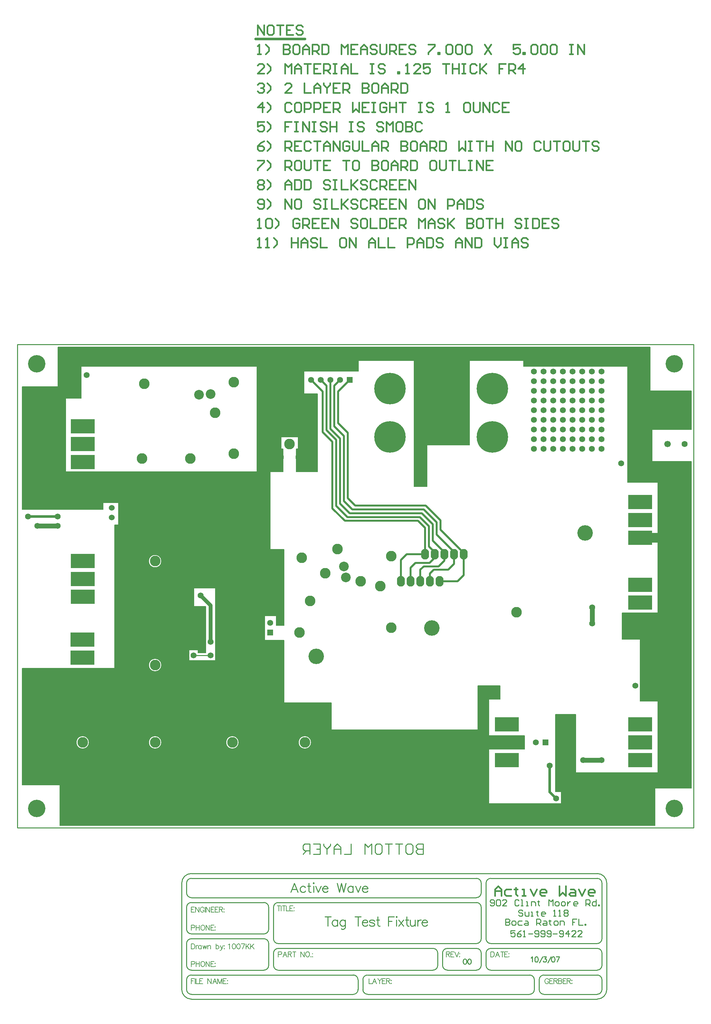
<source format=gbl>
%FSLAX24Y24*%
%MOIN*%
G70*
G01*
G75*
G04 Layer_Physical_Order=2*
G04 Layer_Color=65280*
%ADD10R,0.2500X0.1500*%
%ADD11R,0.0500X0.0600*%
%ADD12R,0.1500X0.2500*%
%ADD13R,0.0600X0.0500*%
%ADD14R,0.0300X0.0300*%
%ADD15R,0.0300X0.0300*%
%ADD16O,0.0157X0.0472*%
%ADD17O,0.0800X0.0240*%
%ADD18R,0.0360X0.0360*%
%ADD19R,0.0500X0.0360*%
%ADD20R,0.1102X0.0965*%
%ADD21R,0.0550X0.0400*%
%ADD22R,0.1250X0.0750*%
%ADD23R,0.0820X0.1500*%
%ADD24R,0.4500X0.3500*%
%ADD25C,0.0080*%
%ADD26C,0.0200*%
%ADD27C,0.0250*%
%ADD28C,0.0500*%
%ADD29C,0.0350*%
%ADD30C,0.0100*%
%ADD31C,0.0400*%
%ADD32C,0.0300*%
%ADD33C,0.0780*%
%ADD34C,0.0150*%
%ADD35C,0.1080*%
%ADD36C,0.0090*%
%ADD37C,0.0050*%
%ADD38C,0.1100*%
%ADD39C,0.1000*%
%ADD40C,0.1600*%
%ADD41O,0.0830X0.1100*%
%ADD42C,0.1500*%
%ADD43C,0.0620*%
%ADD44R,0.2500X0.1500*%
%ADD45C,0.1800*%
%ADD46R,0.0620X0.0620*%
%ADD47C,0.0600*%
%ADD48R,0.0620X0.0620*%
%ADD49C,0.0669*%
%ADD50C,0.0630*%
%ADD51C,0.3250*%
%ADD52C,0.1000*%
D25*
X-13530Y12400D02*
G03*
X-13530Y12400I-670J0D01*
G01*
X-5530Y-6350D02*
G03*
X-5530Y-6350I-670J0D01*
G01*
X1970D02*
G03*
X1970Y-6350I-670J0D01*
G01*
X-21030D02*
G03*
X-21030Y-6350I-670J0D01*
G01*
X-13530D02*
G03*
X-13530Y-6350I-670J0D01*
G01*
Y1650D02*
G03*
X-13530Y1650I-670J0D01*
G01*
X600Y25100D02*
X2600D01*
X600Y25150D02*
X2600D01*
X600Y25000D02*
X2600D01*
X600Y25050D02*
X2600D01*
X1200Y29700D02*
X2600D01*
X1200D02*
X2600D01*
X600Y25200D02*
X2600D01*
X600Y25250D02*
X2600D01*
X600Y24750D02*
X2600D01*
X600Y24800D02*
X2600D01*
X600Y24200D02*
X2600D01*
X600Y24700D02*
X2600D01*
X600Y24900D02*
X2600D01*
X600Y24950D02*
X2600D01*
X600Y24850D02*
X2600D01*
X600Y24550D02*
X2600D01*
X600Y24600D02*
X2600D01*
X600Y24450D02*
X2600D01*
X600Y24500D02*
X2600D01*
X-3650Y26300D02*
X2600D01*
X-3650Y26450D02*
X2600D01*
X600Y24650D02*
X2600D01*
X-3650Y26250D02*
X2600D01*
X600Y24150D02*
X2600D01*
X600Y24250D02*
X2600D01*
X600Y24050D02*
X2600D01*
X600Y24100D02*
X2600D01*
X600Y24350D02*
X2600D01*
X600Y24400D02*
X2600D01*
X600Y24300D02*
X2600D01*
X400Y23750D02*
X2600D01*
X400Y23800D02*
X2600D01*
X400Y23650D02*
X2600D01*
X400Y23700D02*
X2600D01*
X600Y24000D02*
X2600D01*
X400Y23950D02*
X2600D01*
X400Y23850D02*
X2600D01*
X400Y23900D02*
X2600D01*
X400Y23050D02*
X2600D01*
X400Y23100D02*
X2600D01*
X400Y22950D02*
X2600D01*
X400Y23000D02*
X2600D01*
X400Y23450D02*
X2600D01*
X400Y23500D02*
X2600D01*
X400Y23150D02*
X2600D01*
X400Y22700D02*
X2600D01*
X400Y22750D02*
X2600D01*
X400Y22600D02*
X2600D01*
X400Y22650D02*
X2600D01*
X400Y22850D02*
X2600D01*
X400Y22900D02*
X2600D01*
X400Y22800D02*
X2600D01*
X400Y22350D02*
X2600D01*
X400Y22400D02*
X2600D01*
X400Y22250D02*
X2600D01*
X400Y22300D02*
X2600D01*
X400Y22500D02*
X2600D01*
X400Y22550D02*
X2600D01*
X400Y22450D02*
X2600D01*
X530Y25250D02*
Y33400D01*
X480Y25250D02*
Y33400D01*
X1200Y29700D02*
Y33400D01*
X580Y25250D02*
Y33400D01*
X330Y25250D02*
Y33400D01*
X280Y25250D02*
Y33400D01*
X430Y25250D02*
Y33400D01*
X380Y25250D02*
Y33400D01*
X130Y25250D02*
Y33400D01*
X80Y25250D02*
Y33400D01*
X230Y25250D02*
Y33400D01*
X180Y25250D02*
Y33400D01*
X-20Y25250D02*
Y33400D01*
X-70Y25250D02*
Y33400D01*
X30Y25250D02*
Y33400D01*
X-870Y25250D02*
Y33400D01*
X-920Y25250D02*
Y33400D01*
X-470Y25250D02*
Y33400D01*
X-520Y25250D02*
Y33400D01*
X-1020Y25250D02*
Y33400D01*
X-1120Y25250D02*
Y33400D01*
X-970Y25250D02*
Y33400D01*
X-220Y25250D02*
Y33400D01*
X-270Y25250D02*
Y33400D01*
X-120Y25250D02*
Y33400D01*
X-170Y25250D02*
Y33400D01*
X-370Y25250D02*
Y33400D01*
X-420Y25250D02*
Y33400D01*
X-320Y25250D02*
Y33400D01*
X-570Y25250D02*
Y33400D01*
X-620Y25250D02*
Y33400D01*
X600Y24000D02*
Y25250D01*
X400Y24000D02*
X600D01*
X-770Y25250D02*
Y33400D01*
X-820Y25250D02*
Y33400D01*
X-670Y25250D02*
Y33400D01*
X-720Y25250D02*
Y33400D01*
X400Y23300D02*
X2600D01*
X400Y23350D02*
X2600D01*
X400Y23200D02*
X2600D01*
X400Y23250D02*
X2600D01*
X400Y23550D02*
X2600D01*
X400Y23600D02*
X2600D01*
X400Y23400D02*
X2600D01*
X-1150Y25250D02*
X600D01*
X-1150D02*
X600D01*
X-1150Y24000D02*
X-950D01*
X-3650Y23450D02*
X-950D01*
X-1070Y25250D02*
Y33400D01*
X-1150Y24000D02*
Y25250D01*
Y24000D02*
X-950D01*
X-3650Y22350D02*
X-950D01*
X-3650Y22400D02*
X-950D01*
X-3650Y22250D02*
X-950D01*
X-3650Y22300D02*
X-950D01*
X-3650Y22500D02*
X-950D01*
X-3650Y23400D02*
X-950D01*
X-3650Y22450D02*
X-950D01*
X2180Y21650D02*
Y29700D01*
X2130Y21650D02*
Y29700D01*
X2280Y21650D02*
Y29700D01*
X2230Y21650D02*
Y29700D01*
X1980Y21650D02*
Y29700D01*
X1930Y21650D02*
Y29700D01*
X2080Y21650D02*
Y29700D01*
X2030Y21650D02*
Y29700D01*
X2530Y21650D02*
Y29700D01*
X2480Y21650D02*
Y29700D01*
X2600Y21650D02*
Y29700D01*
X2580Y21650D02*
Y29700D01*
X2380Y21650D02*
Y29700D01*
X2330Y21650D02*
Y29700D01*
X2430Y21650D02*
Y29700D01*
X880Y21650D02*
Y33400D01*
X830Y21650D02*
Y33400D01*
X980Y21650D02*
Y33400D01*
X930Y21650D02*
Y33400D01*
X680Y21650D02*
Y33400D01*
X630Y21650D02*
Y33400D01*
X780Y21650D02*
Y33400D01*
X730Y21650D02*
Y33400D01*
X1780Y21650D02*
Y29700D01*
X1180Y21650D02*
Y33400D01*
X1880Y21650D02*
Y29700D01*
X1830Y21650D02*
Y29700D01*
X1080Y21650D02*
Y33400D01*
X1030Y21650D02*
Y33400D01*
X1130Y21650D02*
Y33400D01*
X1280Y21650D02*
Y29700D01*
X1230Y21650D02*
Y29700D01*
X1380Y21650D02*
Y29700D01*
X1330Y21650D02*
Y29700D01*
X480Y21650D02*
Y24000D01*
X430Y21650D02*
Y24000D01*
X580Y21650D02*
Y24000D01*
X530Y21650D02*
Y24000D01*
X1630Y21650D02*
Y29700D01*
X1580Y21650D02*
Y29700D01*
X1730Y21650D02*
Y29700D01*
X1680Y21650D02*
Y29700D01*
X1480Y21650D02*
Y29700D01*
X1430Y21650D02*
Y29700D01*
X1530Y21650D02*
Y29700D01*
X400Y22000D02*
X2600D01*
X400Y22050D02*
X2600D01*
X400Y21900D02*
X2600D01*
X400Y21950D02*
X2600D01*
X400Y22150D02*
X2600D01*
X400Y22200D02*
X2600D01*
X400Y22100D02*
X2600D01*
X400Y21800D02*
X2600D01*
X400Y21850D02*
X2600D01*
X400Y21700D02*
X2600D01*
X400Y21750D02*
X2600D01*
X400Y21650D02*
Y24000D01*
X-950Y21650D02*
Y24000D01*
X400Y21650D02*
X2600D01*
X-1620D02*
Y33400D01*
X-1670Y21650D02*
Y33400D01*
X-1520Y21650D02*
Y33400D01*
X-1570Y21650D02*
Y33400D01*
X-1820Y21650D02*
Y33400D01*
X-1870Y21650D02*
Y33400D01*
X-1720Y21650D02*
Y33400D01*
X-1770Y21650D02*
Y33400D01*
X-1270Y21650D02*
Y33400D01*
X-1320Y21650D02*
Y33400D01*
X-1170Y21650D02*
Y33400D01*
X-1220Y21650D02*
Y33400D01*
X-1420Y21650D02*
Y33400D01*
X-1470Y21650D02*
Y33400D01*
X-1370Y21650D02*
Y33400D01*
X-2020Y21650D02*
Y33400D01*
X-2070Y21650D02*
Y33400D01*
X-1920Y21650D02*
Y33400D01*
X-1970Y21650D02*
Y33400D01*
X-2170Y21650D02*
Y33400D01*
X-2220Y21650D02*
Y33400D01*
X-2120Y21650D02*
Y33400D01*
X-2370Y21650D02*
Y33400D01*
X-2420Y21650D02*
Y33400D01*
X-2270Y21650D02*
Y33400D01*
X-2320Y21650D02*
Y33400D01*
X-3270Y21200D02*
Y33400D01*
X-3320Y21200D02*
Y33400D01*
X-3220Y21200D02*
Y33400D01*
X-1070Y21650D02*
Y24000D01*
X-1120Y21650D02*
Y24000D01*
X-970Y21650D02*
Y24000D01*
X-1020Y21650D02*
Y24000D01*
X-2570Y21650D02*
Y33400D01*
X-2620Y21650D02*
Y33400D01*
X-2470Y21650D02*
Y33400D01*
X-2520Y21650D02*
Y33400D01*
X-2670Y21650D02*
Y33400D01*
X-2720Y21650D02*
Y33400D01*
X-2750Y21200D02*
Y21650D01*
X-950D01*
X-2820Y21200D02*
Y33400D01*
X-2870Y21200D02*
Y33400D01*
X-2770Y21200D02*
Y33400D01*
X-2920Y21200D02*
Y33400D01*
X-2970Y21200D02*
Y33400D01*
X-3650Y21800D02*
X-950D01*
X-3650Y21850D02*
X-950D01*
X-3120Y21200D02*
Y33400D01*
X-3170Y21200D02*
Y33400D01*
X-3070Y21200D02*
Y33400D01*
X-3420Y21200D02*
Y33400D01*
X-3470Y21200D02*
Y33400D01*
X-3020Y21200D02*
Y33400D01*
X-3370Y21200D02*
Y33400D01*
X-3570Y21200D02*
Y33400D01*
X-3620Y21200D02*
Y33400D01*
X-3520Y21200D02*
Y33400D01*
X-3650Y29500D02*
X2600D01*
X-3650Y29550D02*
X2600D01*
X-3650Y29400D02*
X2600D01*
X-3650Y29450D02*
X2600D01*
X-3650Y29700D02*
X1200D01*
X-3650Y29750D02*
X1200D01*
X-3650Y29600D02*
X2600D01*
X-3650Y29650D02*
X2600D01*
X-3650Y29150D02*
X2600D01*
X-3650Y29200D02*
X2600D01*
X-3650Y29050D02*
X2600D01*
X-3650Y29100D02*
X2600D01*
X-3650Y29300D02*
X2600D01*
X-3650Y29350D02*
X2600D01*
X-3650Y29250D02*
X2600D01*
X-3650Y30250D02*
X1200D01*
X-3650Y30300D02*
X1200D01*
X-3650Y30150D02*
X1200D01*
X-3650Y30200D02*
X1200D01*
X-3650Y30450D02*
X1200D01*
X-3650Y30500D02*
X1200D01*
X-3650Y30350D02*
X1200D01*
X-3650Y30400D02*
X1200D01*
X-3650Y29900D02*
X1200D01*
X-3650Y29950D02*
X1200D01*
X-3650Y29800D02*
X1200D01*
X-3650Y29850D02*
X1200D01*
X-3650Y30050D02*
X1200D01*
X-3650Y30100D02*
X1200D01*
X-3650Y30000D02*
X1200D01*
X-3650Y28050D02*
X2600D01*
X-3650Y28100D02*
X2600D01*
X-3650Y27950D02*
X2600D01*
X-3650Y28000D02*
X2600D01*
X-3650Y28250D02*
X2600D01*
X-3650Y28300D02*
X2600D01*
X-3650Y28150D02*
X2600D01*
X-3650Y28200D02*
X2600D01*
X-3650Y27700D02*
X2600D01*
X-3650Y27750D02*
X2600D01*
X-3650Y27600D02*
X2600D01*
X-3650Y27650D02*
X2600D01*
X-3650Y27850D02*
X2600D01*
X-3650Y27900D02*
X2600D01*
X-3650Y27800D02*
X2600D01*
X-3650Y28800D02*
X2600D01*
X-3650Y28850D02*
X2600D01*
X-3650Y28700D02*
X2600D01*
X-3650Y28750D02*
X2600D01*
X-3650Y28950D02*
X2600D01*
X-3650Y29000D02*
X2600D01*
X-3650Y28900D02*
X2600D01*
X-3650Y28450D02*
X2600D01*
X-3650Y28500D02*
X2600D01*
X-3650Y28350D02*
X2600D01*
X-3650Y28400D02*
X2600D01*
X-3650Y28600D02*
X2600D01*
X-3650Y28650D02*
X2600D01*
X-3650Y28550D02*
X2600D01*
X-3650Y32450D02*
X1200D01*
X-3650Y32500D02*
X1200D01*
X-3650Y32350D02*
X1200D01*
X-3650Y32400D02*
X1200D01*
X-3650Y32650D02*
X1200D01*
X-3650Y32700D02*
X1200D01*
X-3650Y32550D02*
X1200D01*
X-3650Y32600D02*
X1200D01*
X-3650Y32100D02*
X1200D01*
X-3650Y32150D02*
X1200D01*
X-3650Y32000D02*
X1200D01*
X-3650Y32050D02*
X1200D01*
X-3650Y32250D02*
X1200D01*
X-3650Y32300D02*
X1200D01*
X-3650Y32200D02*
X1200D01*
X-3650Y33200D02*
X1200D01*
X-3650Y33250D02*
X1200D01*
X-3650Y33100D02*
X1200D01*
X-3650Y33150D02*
X1200D01*
X-3650Y33350D02*
X1200D01*
X-3650Y33400D02*
X1200D01*
X-3650Y33300D02*
X1200D01*
X-3650Y32850D02*
X1200D01*
X-3650Y32900D02*
X1200D01*
X-3650Y32750D02*
X1200D01*
X-3650Y32800D02*
X1200D01*
X-3650Y33000D02*
X1200D01*
X-3650Y33050D02*
X1200D01*
X-3650Y32950D02*
X1200D01*
X-3650Y31000D02*
X1200D01*
X-3650Y31050D02*
X1200D01*
X-3650Y30900D02*
X1200D01*
X-3650Y30950D02*
X1200D01*
X-3650Y31200D02*
X1200D01*
X-3650Y31250D02*
X1200D01*
X-3650Y31100D02*
X1200D01*
X-3650Y31150D02*
X1200D01*
X-3650Y30650D02*
X1200D01*
X-3650Y30700D02*
X1200D01*
X-3650Y30550D02*
X1200D01*
X-3650Y30600D02*
X1200D01*
X-3650Y30800D02*
X1200D01*
X-3650Y30850D02*
X1200D01*
X-3650Y30750D02*
X1200D01*
X-3650Y31750D02*
X1200D01*
X-3650Y31800D02*
X1200D01*
X-3650Y31650D02*
X1200D01*
X-3650Y31700D02*
X1200D01*
X-3650Y31900D02*
X1200D01*
X-3650Y31950D02*
X1200D01*
X-3650Y31850D02*
X1200D01*
X-3650Y31400D02*
X1200D01*
X-3650Y31450D02*
X1200D01*
X-3650Y31300D02*
X1200D01*
X-3650Y31350D02*
X1200D01*
X-3650Y31550D02*
X1200D01*
X-3650Y31600D02*
X1200D01*
X-3650Y31500D02*
X1200D01*
X-3650Y26600D02*
X2600D01*
X-3650Y26650D02*
X2600D01*
X-3650Y26500D02*
X2600D01*
X-3650Y26550D02*
X2600D01*
X-3650Y26800D02*
X2600D01*
X-3650Y26850D02*
X2600D01*
X-3650Y26700D02*
X2600D01*
X-3650Y26750D02*
X2600D01*
X-3650Y26100D02*
X2600D01*
X-3650Y26150D02*
X2600D01*
X-3650Y26000D02*
X2600D01*
X-3650Y26050D02*
X2600D01*
X-3650Y26350D02*
X2600D01*
X-3650Y26400D02*
X2600D01*
X-3650Y26200D02*
X2600D01*
X-3650Y27350D02*
X2600D01*
X-3650Y27400D02*
X2600D01*
X-3650Y27250D02*
X2600D01*
X-3650Y27300D02*
X2600D01*
X-3650Y27500D02*
X2600D01*
X-3650Y27550D02*
X2600D01*
X-3650Y27450D02*
X2600D01*
X-3650Y27000D02*
X2600D01*
X-3650Y27050D02*
X2600D01*
X-3650Y26900D02*
X2600D01*
X-3650Y26950D02*
X2600D01*
X-3650Y27150D02*
X2600D01*
X-3650Y27200D02*
X2600D01*
X-3650Y27100D02*
X2600D01*
X-3650Y22750D02*
X-950D01*
X-3650Y22800D02*
X-950D01*
X-3650Y22650D02*
X-950D01*
X-3650Y22700D02*
X-950D01*
X-3650Y23900D02*
X-950D01*
X-3650Y23950D02*
X-950D01*
X-3650Y22850D02*
X-950D01*
X-3650Y22900D02*
X-950D01*
X-3650Y21900D02*
X-950D01*
X-3650Y21950D02*
X-950D01*
X-3650Y21700D02*
X-950D01*
X-3650Y21750D02*
X-950D01*
X-3650Y22550D02*
X-950D01*
X-3650Y22600D02*
X-950D01*
X-3650Y22200D02*
X-950D01*
X-3650Y25750D02*
X2600D01*
X-3650Y25800D02*
X2600D01*
X-3650Y25650D02*
X2600D01*
X-3650Y25700D02*
X2600D01*
X-3650Y25900D02*
X2600D01*
X-3650Y25950D02*
X2600D01*
X-3650Y25850D02*
X2600D01*
X-3650Y25400D02*
X2600D01*
X-3650Y25450D02*
X2600D01*
X-3650Y25300D02*
X2600D01*
X-3650Y25350D02*
X2600D01*
X-3650Y25550D02*
X2600D01*
X-3650Y25600D02*
X2600D01*
X-3650Y25500D02*
X2600D01*
X-3650Y24350D02*
X-1150D01*
X-3650Y24400D02*
X-1150D01*
X-3650Y24250D02*
X-1150D01*
X-3650Y24300D02*
X-1150D01*
X-3650Y24550D02*
X-1150D01*
X-3650Y24600D02*
X-1150D01*
X-3650Y24450D02*
X-1150D01*
X-3650Y24500D02*
X-1150D01*
X-3650Y24000D02*
X-1150D01*
X-3650Y24050D02*
X-1150D01*
X-3650Y23800D02*
X-950D01*
X-3650Y23850D02*
X-950D01*
X-3650Y24150D02*
X-1150D01*
X-3650Y24200D02*
X-1150D01*
X-3650Y24100D02*
X-1150D01*
X-3650Y25050D02*
X-1150D01*
X-3650Y25100D02*
X-1150D01*
X-3650Y24950D02*
X-1150D01*
X-3650Y25000D02*
X-1150D01*
X-3650Y25200D02*
X-1150D01*
X-3650Y25250D02*
X-1150D01*
X-3650Y25150D02*
X-1150D01*
X-3650Y24850D02*
X-1150D01*
X-3650Y24900D02*
X-1150D01*
X-3650Y24750D02*
X-1150D01*
X-3650Y24800D02*
X-1150D01*
X-3650Y24700D02*
X-1150D01*
X-3650Y21200D02*
Y33400D01*
Y24650D02*
X-1150D01*
X-3650Y22150D02*
X-950D01*
X-3650Y22950D02*
X-950D01*
X-3650Y22050D02*
X-950D01*
X-3650Y22100D02*
X-950D01*
X-3650Y21650D02*
X-2750D01*
X-3650Y22000D02*
X-950D01*
X-3650Y21550D02*
X-2750D01*
X-3650Y21600D02*
X-2750D01*
X-3650Y21300D02*
X-2750D01*
X-3650Y21350D02*
X-2750D01*
X-3650Y21200D02*
X-2750D01*
X-3650Y21250D02*
X-2750D01*
X-3650Y21450D02*
X-2750D01*
X-3650Y21500D02*
X-2750D01*
X-3650Y21400D02*
X-2750D01*
X-3650Y23550D02*
X-950D01*
X-3650Y23600D02*
X-950D01*
X-3650Y23350D02*
X-950D01*
X-3650Y23500D02*
X-950D01*
X-3650Y23700D02*
X-950D01*
X-3650Y23750D02*
X-950D01*
X-3650Y23650D02*
X-950D01*
X-3650Y23100D02*
X-950D01*
X-3650Y23150D02*
X-950D01*
X-3650Y23000D02*
X-950D01*
X-3650Y23050D02*
X-950D01*
X-3650Y23250D02*
X-950D01*
X-3650Y23300D02*
X-950D01*
X-3650Y23200D02*
X-950D01*
X-4820Y32550D02*
Y34550D01*
X-4870Y32550D02*
Y34550D01*
X-4770Y32550D02*
Y34550D01*
X-4970Y32550D02*
Y34550D01*
X-5020Y32550D02*
Y34550D01*
X-4920Y32550D02*
Y34550D01*
X-4520Y32550D02*
Y34550D01*
X-4570Y32550D02*
Y34550D01*
X-4470Y32550D02*
Y34550D01*
X-4670Y32550D02*
Y34550D01*
X-4720Y32550D02*
Y34550D01*
X-4620Y32550D02*
Y34550D01*
X-5370Y32550D02*
Y34550D01*
X-5420Y32550D02*
Y34550D01*
X-5320Y32550D02*
Y34550D01*
X-5520Y32550D02*
Y34550D01*
X-5570Y32550D02*
Y34550D01*
X-5470Y32550D02*
Y34550D01*
X-5120Y32550D02*
Y34550D01*
X-5170Y32550D02*
Y34550D01*
X-5070Y32550D02*
Y34550D01*
X-5270Y32550D02*
Y34550D01*
X-5220Y32550D02*
Y34550D01*
X-3670Y32550D02*
Y34550D01*
X-3720Y32550D02*
Y34550D01*
X-3620Y32550D02*
Y34550D01*
X-3820Y32550D02*
Y34550D01*
X-3870Y32550D02*
Y34550D01*
X-3770Y32550D02*
Y34550D01*
X-3370Y32550D02*
Y34550D01*
X-3420Y32550D02*
Y34550D01*
X-3350Y32550D02*
Y34550D01*
X-3520Y32550D02*
Y34550D01*
X-3570Y32550D02*
Y34550D01*
X-3470Y32550D02*
Y34550D01*
X-4220Y32550D02*
Y34550D01*
X-4270Y32550D02*
Y34550D01*
X-4170Y32550D02*
Y34550D01*
X-4370Y32550D02*
Y34550D01*
X-4420Y32550D02*
Y34550D01*
X-4320Y32550D02*
Y34550D01*
X-3970Y32550D02*
Y34550D01*
X-4020Y32550D02*
Y34550D01*
X-3920Y32550D02*
Y34550D01*
X-4120Y32550D02*
Y34550D01*
X-4070Y32550D02*
Y34550D01*
X-8170Y32550D02*
Y34550D01*
X-8220Y32550D02*
Y34550D01*
X-8120Y32550D02*
Y34550D01*
X-8320Y32550D02*
Y34550D01*
X-8370Y32550D02*
Y34550D01*
X-8270Y32550D02*
Y34550D01*
X-7870Y32550D02*
Y34550D01*
X-7920Y32550D02*
Y34550D01*
X-7820Y32550D02*
Y34550D01*
X-8020Y32550D02*
Y34550D01*
X-8070Y32550D02*
Y34550D01*
X-7970Y32550D02*
Y34550D01*
X-8720Y32550D02*
Y34550D01*
X-8770Y32550D02*
Y34550D01*
X-8670Y32550D02*
Y34550D01*
X-8870Y32550D02*
Y34550D01*
X-8920Y32550D02*
Y34550D01*
X-8820Y32550D02*
Y34550D01*
X-8470Y32550D02*
Y34550D01*
X-8520Y32550D02*
Y34550D01*
X-8420Y32550D02*
Y34550D01*
X-8620Y32550D02*
Y34550D01*
X-8570Y32550D02*
Y34550D01*
X-5920Y32550D02*
Y34550D01*
X-5970Y32550D02*
Y34550D01*
X-5870Y32550D02*
Y34550D01*
X-6070Y32550D02*
Y34550D01*
X-6120Y32550D02*
Y34550D01*
X-6020Y32550D02*
Y34550D01*
X-5670Y32550D02*
Y34550D01*
X-5720Y32550D02*
Y34550D01*
X-5620Y32550D02*
Y34550D01*
X-5820Y32550D02*
Y34550D01*
X-5770Y32550D02*
Y34550D01*
X-7570Y32550D02*
Y34550D01*
X-7620Y32550D02*
Y34550D01*
X-6820Y32550D02*
Y34550D01*
X-7720Y32550D02*
Y34550D01*
X-7770Y32550D02*
Y34550D01*
X-7670Y32550D02*
Y34550D01*
X-6570Y32550D02*
Y34550D01*
X-6620Y32550D02*
Y34550D01*
X-6520Y32550D02*
Y34550D01*
X-6770Y32550D02*
Y34550D01*
X-6670Y32550D02*
Y34550D01*
X-3650Y22350D02*
X-950D01*
X-3650Y22400D02*
X-950D01*
X-3650Y22300D02*
X-950D01*
X-3650Y23350D02*
X-950D01*
X-3650Y23400D02*
X-950D01*
X-3650Y23300D02*
X-950D01*
X-3650Y22050D02*
X-950D01*
X-3650Y22100D02*
X-950D01*
X-3650Y21800D02*
X-950D01*
X-3650Y22200D02*
X-950D01*
X-3650Y22250D02*
X-950D01*
X-3650Y22150D02*
X-950D01*
X-3650Y23750D02*
X-950D01*
X-3650Y23800D02*
X-950D01*
X-3650Y23700D02*
X-950D01*
X-3650Y23900D02*
X-950D01*
X-3650Y23950D02*
X-950D01*
X-3650Y23850D02*
X-950D01*
X-3650Y23500D02*
X-950D01*
X-3650Y23550D02*
X-950D01*
X-3650Y23450D02*
X-950D01*
X-3650Y23650D02*
X-950D01*
X-3650Y23600D02*
X-950D01*
X-1270Y21650D02*
Y23950D01*
X-1320Y21650D02*
Y23950D01*
X-1220Y21650D02*
Y23950D01*
X-1420Y21650D02*
Y23950D01*
X-1470Y21650D02*
Y23950D01*
X-1370Y21650D02*
Y23950D01*
X-2300Y21650D02*
X-950D01*
X-1170D02*
Y23950D01*
X-1120Y21650D02*
Y23950D01*
X-3650Y21750D02*
X-950D01*
X-2300Y21650D02*
X-950D01*
X-2120D02*
Y23950D01*
X-2170Y21650D02*
Y23950D01*
X-2070Y21650D02*
Y23950D01*
X-2270Y21650D02*
Y23950D01*
X-3650Y21650D02*
Y23950D01*
X-2220Y21650D02*
Y23950D01*
X-1770Y21650D02*
Y23950D01*
X-1820Y21650D02*
Y23950D01*
X-1520Y21650D02*
Y23950D01*
X-2020Y21650D02*
Y23950D01*
X-1970Y21650D02*
Y23950D01*
X-6470Y32550D02*
Y34550D01*
X-6720Y32550D02*
Y34550D01*
X-6420Y32550D02*
Y34550D01*
X-6920Y32550D02*
Y34550D01*
X-6970Y32550D02*
Y34550D01*
X-6870Y32550D02*
Y34550D01*
X-6170Y32550D02*
Y34550D01*
X-6220Y32550D02*
Y34550D01*
X-3650Y23250D02*
X-950D01*
X-6320Y32550D02*
Y34550D01*
X-6370Y32550D02*
Y34550D01*
X-6270Y32550D02*
Y34550D01*
X-7320Y32550D02*
Y34550D01*
X-7370Y32550D02*
Y34550D01*
X-7270Y32550D02*
Y34550D01*
X-7470Y32550D02*
Y34550D01*
X-7520Y32550D02*
Y34550D01*
X-7420Y32550D02*
Y34550D01*
X-7070Y32550D02*
Y34550D01*
X-7120Y32550D02*
Y34550D01*
X-7020Y32550D02*
Y34550D01*
X-7220Y32550D02*
Y34550D01*
X-7170Y32550D02*
Y34550D01*
X-3650Y23000D02*
X-950D01*
X-3650Y23050D02*
X-950D01*
X-3650Y22950D02*
X-950D01*
X-3650Y23150D02*
X-950D01*
X-3650Y23200D02*
X-950D01*
X-3650Y23100D02*
X-950D01*
X-3650Y22750D02*
X-950D01*
X-3650Y22800D02*
X-950D01*
X-3650Y22700D02*
X-950D01*
X-3650Y22900D02*
X-950D01*
X-3650Y22850D02*
X-950D01*
X-3650Y22450D02*
X-950D01*
X-3650Y22500D02*
X-950D01*
X-3650Y22000D02*
X-950D01*
X-3650Y22600D02*
X-950D01*
X-3650Y22650D02*
X-950D01*
X-3650Y22550D02*
X-950D01*
X-3650Y21700D02*
X-950D01*
X-3650Y21850D02*
X-950D01*
X-3650Y21650D02*
X-2300D01*
X-3650Y21950D02*
X-950D01*
X-3650Y21900D02*
X-950D01*
X-14970Y32550D02*
Y34550D01*
X-15020Y32550D02*
Y34550D01*
X-14920Y32550D02*
Y34550D01*
X-15120Y32550D02*
Y34550D01*
X-15170Y32550D02*
Y34550D01*
X-15070Y32550D02*
Y34550D01*
X-14670Y32550D02*
Y34550D01*
X-14720Y32550D02*
Y34550D01*
X-14620Y32550D02*
Y34550D01*
X-14820Y32550D02*
Y34550D01*
X-14870Y32550D02*
Y34550D01*
X-14770Y32550D02*
Y34550D01*
X-15520Y32550D02*
Y34550D01*
X-15570Y32550D02*
Y34550D01*
X-15470Y32550D02*
Y34550D01*
X-15670Y32550D02*
Y34550D01*
X-15720Y32550D02*
Y34550D01*
X-15620Y32550D02*
Y34550D01*
X-15270Y32550D02*
Y34550D01*
X-15320Y32550D02*
Y34550D01*
X-15220Y32550D02*
Y34550D01*
X-15420Y32550D02*
Y34550D01*
X-15370Y32550D02*
Y34550D01*
X-13820Y32550D02*
Y34550D01*
X-13870Y32550D02*
Y34550D01*
X-13770Y32550D02*
Y34550D01*
X-13970Y32550D02*
Y34550D01*
X-14020Y32550D02*
Y34550D01*
X-13920Y32550D02*
Y34550D01*
X-13520Y32550D02*
Y34550D01*
X-13570Y32550D02*
Y34550D01*
X-13470Y32550D02*
Y34550D01*
X-13670Y32550D02*
Y34550D01*
X-13720Y32550D02*
Y34550D01*
X-13620Y32550D02*
Y34550D01*
X-14370Y32550D02*
Y34550D01*
X-14420Y32550D02*
Y34550D01*
X-14320Y32550D02*
Y34550D01*
X-14520Y32550D02*
Y34550D01*
X-14570Y32550D02*
Y34550D01*
X-14470Y32550D02*
Y34550D01*
X-14120Y32550D02*
Y34550D01*
X-14170Y32550D02*
Y34550D01*
X-14070Y32550D02*
Y34550D01*
X-14270Y32550D02*
Y34550D01*
X-14220Y32550D02*
Y34550D01*
X-17220Y32550D02*
Y34550D01*
X-17270Y32550D02*
Y34550D01*
X-17170Y32550D02*
Y34550D01*
X-17370Y32550D02*
Y34550D01*
X-17420Y32550D02*
Y34550D01*
X-17320Y32550D02*
Y34550D01*
X-16920Y32550D02*
Y34550D01*
X-16970Y32550D02*
Y34550D01*
X-16870Y32550D02*
Y34550D01*
X-17070Y32550D02*
Y34550D01*
X-17120Y32550D02*
Y34550D01*
X-17020Y32550D02*
Y34550D01*
X-17770Y32550D02*
Y34550D01*
X-17820Y32550D02*
Y34550D01*
X-17720Y32550D02*
Y34550D01*
X-17920Y32550D02*
Y34550D01*
X-17970Y32550D02*
Y34550D01*
X-17870Y32550D02*
Y34550D01*
X-17520Y32550D02*
Y34550D01*
X-17570Y32550D02*
Y34550D01*
X-17470Y32550D02*
Y34550D01*
X-17670Y32550D02*
Y34550D01*
X-17620Y32550D02*
Y34550D01*
X-16070Y32550D02*
Y34550D01*
X-16120Y32550D02*
Y34550D01*
X-16020Y32550D02*
Y34550D01*
X-16220Y32550D02*
Y34550D01*
X-16270Y32550D02*
Y34550D01*
X-16170Y32550D02*
Y34550D01*
X-15820Y32550D02*
Y34550D01*
X-15870Y32550D02*
Y34550D01*
X-15770Y32550D02*
Y34550D01*
X-15970Y32550D02*
Y34550D01*
X-15920Y32550D02*
Y34550D01*
X-16620Y32550D02*
Y34550D01*
X-16670Y32550D02*
Y34550D01*
X-16570Y32550D02*
Y34550D01*
X-16770Y32550D02*
Y34550D01*
X-16820Y32550D02*
Y34550D01*
X-16720Y32550D02*
Y34550D01*
X-16370Y32550D02*
Y34550D01*
X-16420Y32550D02*
Y34550D01*
X-16320Y32550D02*
Y34550D01*
X-16520Y32550D02*
Y34550D01*
X-16470Y32550D02*
Y34550D01*
X-10420Y32550D02*
Y34550D01*
X-10470Y32550D02*
Y34550D01*
X-10370Y32550D02*
Y34550D01*
X-10570Y32550D02*
Y34550D01*
X-10620Y32550D02*
Y34550D01*
X-10520Y32550D02*
Y34550D01*
X-10120Y32550D02*
Y34550D01*
X-10170Y32550D02*
Y34550D01*
X-10070Y32550D02*
Y34550D01*
X-10270Y32550D02*
Y34550D01*
X-10320Y32550D02*
Y34550D01*
X-10220Y32550D02*
Y34550D01*
X-10970Y32550D02*
Y34550D01*
X-11020Y32550D02*
Y34550D01*
X-10920Y32550D02*
Y34550D01*
X-11120Y32550D02*
Y34550D01*
X-11170Y32550D02*
Y34550D01*
X-11070Y32550D02*
Y34550D01*
X-10720Y32550D02*
Y34550D01*
X-10770Y32550D02*
Y34550D01*
X-10670Y32550D02*
Y34550D01*
X-10870Y32550D02*
Y34550D01*
X-10820Y32550D02*
Y34550D01*
X-9270Y32550D02*
Y34550D01*
X-9320Y32550D02*
Y34550D01*
X-9220Y32550D02*
Y34550D01*
X-9420Y32550D02*
Y34550D01*
X-9470Y32550D02*
Y34550D01*
X-9370Y32550D02*
Y34550D01*
X-9020Y32550D02*
Y34550D01*
X-9070Y32550D02*
Y34550D01*
X-8970Y32550D02*
Y34550D01*
X-9170Y32550D02*
Y34550D01*
X-9120Y32550D02*
Y34550D01*
X-9820Y32550D02*
Y34550D01*
X-9870Y32550D02*
Y34550D01*
X-9770Y32550D02*
Y34550D01*
X-9970Y32550D02*
Y34550D01*
X-10020Y32550D02*
Y34550D01*
X-9920Y32550D02*
Y34550D01*
X-9570Y32550D02*
Y34550D01*
X-9620Y32550D02*
Y34550D01*
X-9520Y32550D02*
Y34550D01*
X-9720Y32550D02*
Y34550D01*
X-9670Y32550D02*
Y34550D01*
X-12670Y32550D02*
Y34550D01*
X-12720Y32550D02*
Y34550D01*
X-12620Y32550D02*
Y34550D01*
X-12820Y32550D02*
Y34550D01*
X-12870Y32550D02*
Y34550D01*
X-12770Y32550D02*
Y34550D01*
X-12370Y32550D02*
Y34550D01*
X-12420Y32550D02*
Y34550D01*
X-12320Y32550D02*
Y34550D01*
X-12520Y32550D02*
Y34550D01*
X-12570Y32550D02*
Y34550D01*
X-12470Y32550D02*
Y34550D01*
X-13220Y32550D02*
Y34550D01*
X-13270Y32550D02*
Y34550D01*
X-13170Y32550D02*
Y34550D01*
X-13370Y32550D02*
Y34550D01*
X-13420Y32550D02*
Y34550D01*
X-13320Y32550D02*
Y34550D01*
X-12970Y32550D02*
Y34550D01*
X-13020Y32550D02*
Y34550D01*
X-12920Y32550D02*
Y34550D01*
X-13120Y32550D02*
Y34550D01*
X-13070Y32550D02*
Y34550D01*
X-11520Y32550D02*
Y34550D01*
X-11570Y32550D02*
Y34550D01*
X-11470Y32550D02*
Y34550D01*
X-11670Y32550D02*
Y34550D01*
X-11720Y32550D02*
Y34550D01*
X-11620Y32550D02*
Y34550D01*
X-11270Y32550D02*
Y34550D01*
X-11320Y32550D02*
Y34550D01*
X-11220Y32550D02*
Y34550D01*
X-11420Y32550D02*
Y34550D01*
X-11370Y32550D02*
Y34550D01*
X-12070Y32550D02*
Y34550D01*
X-12120Y32550D02*
Y34550D01*
X-12020Y32550D02*
Y34550D01*
X-12220Y32550D02*
Y34550D01*
X-12270Y32550D02*
Y34550D01*
X-12170Y32550D02*
Y34550D01*
X-11820Y32550D02*
Y34550D01*
X-11870Y32550D02*
Y34550D01*
X-11770Y32550D02*
Y34550D01*
X-11970Y32550D02*
Y34550D01*
X-11920Y32550D02*
Y34550D01*
X-970Y21650D02*
Y23950D01*
X-1020Y21650D02*
Y23950D01*
X-950Y21650D02*
Y23950D01*
X-1570Y21650D02*
Y23950D01*
X-1620Y21650D02*
Y23950D01*
X-1070Y21650D02*
Y23950D01*
X-1720Y21650D02*
Y23950D01*
X-1870Y21650D02*
Y23950D01*
X-1670Y21650D02*
Y23950D01*
X-1920Y21650D02*
Y23950D01*
X-2300Y13600D02*
Y21650D01*
X-2320Y13600D02*
Y23950D01*
X-2670Y13600D02*
Y23950D01*
X-2720Y13600D02*
Y23950D01*
X-2620Y13600D02*
Y23950D01*
X-2820Y13600D02*
Y23950D01*
X-2870Y13600D02*
Y23950D01*
X-2770Y13600D02*
Y23950D01*
X-2420Y13600D02*
Y23950D01*
X-2470Y13600D02*
Y23950D01*
X-2370Y13600D02*
Y23950D01*
X-2570Y13600D02*
Y23950D01*
X-2520Y13600D02*
Y23950D01*
X-3270Y13600D02*
Y23950D01*
X-3320Y13600D02*
Y23950D01*
X-3220Y13600D02*
Y23950D01*
X-3420Y13600D02*
Y23950D01*
X-3470Y13600D02*
Y23950D01*
X-3370Y13600D02*
Y23950D01*
X-2970Y13600D02*
Y23950D01*
X-3020Y13600D02*
Y23950D01*
X-2920Y13600D02*
Y23950D01*
X-3120Y13600D02*
Y23950D01*
X-3170Y13600D02*
Y23950D01*
X-3070Y13600D02*
Y23950D01*
X-3570Y13600D02*
Y23950D01*
X-3620Y13600D02*
Y23950D01*
X-3520Y13600D02*
Y23950D01*
X-3720Y13600D02*
Y21650D01*
X-3770Y13600D02*
Y21650D01*
X-3670Y13600D02*
Y21650D01*
X-3870Y13600D02*
Y21650D01*
X-3920Y13600D02*
Y21650D01*
X-3820Y13600D02*
Y21650D01*
X-4020Y13600D02*
Y21650D01*
X-3970Y13600D02*
Y21650D01*
X-7370Y13600D02*
Y21650D01*
X-7420Y13600D02*
Y21650D01*
X-7320Y13600D02*
Y21650D01*
X-7520Y13600D02*
Y21650D01*
X-7570Y13600D02*
Y21650D01*
X-7470Y13600D02*
Y21650D01*
X-5220Y13600D02*
Y21650D01*
X-5270Y13600D02*
Y21650D01*
X-5170Y13600D02*
Y21650D01*
X-5370Y13600D02*
Y21650D01*
X-7270Y13600D02*
Y21650D01*
X-5320Y13600D02*
Y21650D01*
X-7920Y13600D02*
Y21650D01*
X-7970Y13600D02*
Y21650D01*
X-7870Y13600D02*
Y21650D01*
X-8070Y13600D02*
Y21650D01*
X-8120Y13600D02*
Y21650D01*
X-8020Y13600D02*
Y21650D01*
X-7670Y13600D02*
Y21650D01*
X-7720Y13600D02*
Y21650D01*
X-7620Y13600D02*
Y21650D01*
X-7820Y13600D02*
Y21650D01*
X-7770Y13600D02*
Y21650D01*
X-4370Y13600D02*
Y21650D01*
X-4420Y13600D02*
Y21650D01*
X-4320Y13600D02*
Y21650D01*
X-4520Y13600D02*
Y21650D01*
X-4570Y13600D02*
Y21650D01*
X-4470Y13600D02*
Y21650D01*
X-4120Y13600D02*
Y21650D01*
X-4170Y13600D02*
Y21650D01*
X-4070Y13600D02*
Y21650D01*
X-4270Y13600D02*
Y21650D01*
X-4220Y13600D02*
Y21650D01*
X-4920Y13600D02*
Y21650D01*
X-4970Y13600D02*
Y21650D01*
X-4870Y13600D02*
Y21650D01*
X-5070Y13600D02*
Y21650D01*
X-5120Y13600D02*
Y21650D01*
X-5020Y13600D02*
Y21650D01*
X-4670Y13600D02*
Y21650D01*
X-4720Y13600D02*
Y21650D01*
X-4620Y13600D02*
Y21650D01*
X-4820Y13600D02*
Y21650D01*
X-4770Y13600D02*
Y21650D01*
X-6870Y13600D02*
Y21650D01*
X-6920Y13600D02*
Y21650D01*
X-6820Y13600D02*
Y21650D01*
X-7020Y13600D02*
Y21650D01*
X-7070Y13600D02*
Y21650D01*
X-6970Y13600D02*
Y21650D01*
X-6570Y13600D02*
Y21650D01*
X-6620Y13600D02*
Y21650D01*
X-6520Y13600D02*
Y21650D01*
X-6720Y13600D02*
Y21650D01*
X-6770Y13600D02*
Y21650D01*
X-6670Y13600D02*
Y21650D01*
X-8320Y13600D02*
Y21650D01*
X-8370Y13600D02*
Y21650D01*
X-8270Y13600D02*
Y21650D01*
X-8470Y13600D02*
Y21650D01*
X-8520Y13600D02*
Y21650D01*
X-8420Y13600D02*
Y21650D01*
X-7170Y13600D02*
Y21650D01*
X-7220Y13600D02*
Y21650D01*
X-7120Y13600D02*
Y21650D01*
X-8220Y13600D02*
Y21650D01*
X-8170Y13600D02*
Y21650D01*
X-5720Y13600D02*
Y21650D01*
X-5770Y13600D02*
Y21650D01*
X-5670Y13600D02*
Y21650D01*
X-5870Y13600D02*
Y21650D01*
X-5920Y13600D02*
Y21650D01*
X-5820Y13600D02*
Y21650D01*
X-5470Y13600D02*
Y21650D01*
X-5520Y13600D02*
Y21650D01*
X-5420Y13600D02*
Y21650D01*
X-5620Y13600D02*
Y21650D01*
X-5570Y13600D02*
Y21650D01*
X-6270Y13600D02*
Y21650D01*
X-6320Y13600D02*
Y21650D01*
X-6220Y13600D02*
Y21650D01*
X-6420Y13600D02*
Y21650D01*
X-6470Y13600D02*
Y21650D01*
X-6370Y13600D02*
Y21650D01*
X-6020Y13600D02*
Y21650D01*
X-6070Y13600D02*
Y21650D01*
X-5970Y13600D02*
Y21650D01*
X-6170Y13600D02*
Y21650D01*
X-6120Y13600D02*
Y21650D01*
X-18000Y15050D02*
X-2300D01*
X-18000Y15100D02*
X-2300D01*
X-18000Y15000D02*
X-2300D01*
X-18000Y15550D02*
X-2300D01*
X-18000Y15750D02*
X-2300D01*
X-18000Y15500D02*
X-2300D01*
X-18000Y14300D02*
X-2300D01*
X-18000Y14350D02*
X-2300D01*
X-18000Y14250D02*
X-2300D01*
X-18000Y14900D02*
X-2300D01*
X-18000Y14950D02*
X-2300D01*
X-18000Y14850D02*
X-2300D01*
X-18000Y17650D02*
X-2300D01*
X-18000Y17700D02*
X-2300D01*
X-18000Y17550D02*
X-2300D01*
X-18000Y17800D02*
X-2300D01*
X-18000Y18300D02*
X-2300D01*
X-18000Y17750D02*
X-2300D01*
X-18000Y15850D02*
X-2300D01*
X-18000Y15950D02*
X-2300D01*
X-18000Y15800D02*
X-2300D01*
X-18000Y16200D02*
X-2300D01*
X-18000Y16150D02*
X-2300D01*
X-18000Y14000D02*
X-2300D01*
X-18000Y14050D02*
X-2300D01*
X-18000Y13950D02*
X-2300D01*
X-18000Y14150D02*
X-2300D01*
X-18000Y14200D02*
X-2300D01*
X-18000Y14100D02*
X-2300D01*
X-18000Y13750D02*
X-2300D01*
X-18000Y13800D02*
X-2300D01*
X-18000Y13700D02*
X-2300D01*
X-18000Y13900D02*
X-2300D01*
X-18000Y13850D02*
X-2300D01*
X-8820Y13600D02*
Y21650D01*
X-8870Y13600D02*
Y21650D01*
X-8770Y13600D02*
Y21650D01*
X-8970Y13600D02*
Y21650D01*
X-9020Y13600D02*
Y21650D01*
X-8920Y13600D02*
Y21650D01*
X-8620Y13600D02*
Y21650D01*
X-8670Y13600D02*
Y21650D01*
X-8570Y13600D02*
Y21650D01*
X-18000Y13650D02*
X-2300D01*
X-8720Y13600D02*
Y21650D01*
X-10520Y13600D02*
Y21650D01*
X-10570Y13600D02*
Y21650D01*
X-10470Y13600D02*
Y21650D01*
X-10670Y13600D02*
Y21650D01*
X-10720Y13600D02*
Y21650D01*
X-10620Y13600D02*
Y21650D01*
X-10220Y13600D02*
Y21650D01*
X-10270Y13600D02*
Y21650D01*
X-10170Y13600D02*
Y21650D01*
X-10370Y13600D02*
Y21650D01*
X-10420Y13600D02*
Y21650D01*
X-10320Y13600D02*
Y21650D01*
X-11070Y13600D02*
Y21650D01*
X-11120Y13600D02*
Y21650D01*
X-11020Y13600D02*
Y21650D01*
X-11220Y13600D02*
Y21650D01*
X-11270Y13600D02*
Y21650D01*
X-11170Y13600D02*
Y21650D01*
X-10820Y13600D02*
Y21650D01*
X-10870Y13600D02*
Y21650D01*
X-10770Y13600D02*
Y21650D01*
X-10970Y13600D02*
Y21650D01*
X-10920Y13600D02*
Y21650D01*
X-9370Y13600D02*
Y21650D01*
X-9420Y13600D02*
Y21650D01*
X-9320Y13600D02*
Y21650D01*
X-9520Y13600D02*
Y21650D01*
X-9570Y13600D02*
Y21650D01*
X-9470Y13600D02*
Y21650D01*
X-9120Y13600D02*
Y21650D01*
X-9170Y13600D02*
Y21650D01*
X-9070Y13600D02*
Y21650D01*
X-9270Y13600D02*
Y21650D01*
X-9220Y13600D02*
Y21650D01*
X-9920Y13600D02*
Y21650D01*
X-9970Y13600D02*
Y21650D01*
X-9870Y13600D02*
Y21650D01*
X-10070Y13600D02*
Y21650D01*
X-10120Y13600D02*
Y21650D01*
X-10020Y13600D02*
Y21650D01*
X-9670Y13600D02*
Y21650D01*
X-9720Y13600D02*
Y21650D01*
X-9620Y13600D02*
Y21650D01*
X-9820Y13600D02*
Y21650D01*
X-9770Y13600D02*
Y21650D01*
X-12770Y13600D02*
Y21650D01*
X-12820Y13600D02*
Y21650D01*
X-12720Y13600D02*
Y21650D01*
X-12920Y13600D02*
Y21650D01*
X-12970Y13600D02*
Y21650D01*
X-12870Y13600D02*
Y21650D01*
X-12470Y13600D02*
Y21650D01*
X-12520Y13600D02*
Y21650D01*
X-12420Y13600D02*
Y21650D01*
X-12620Y13600D02*
Y21650D01*
X-12670Y13600D02*
Y21650D01*
X-12570Y13600D02*
Y21650D01*
X-13320Y13600D02*
Y21650D01*
X-13370Y13600D02*
Y21650D01*
X-13270Y13600D02*
Y21650D01*
X-13470Y13600D02*
Y21650D01*
X-13520Y13600D02*
Y21650D01*
X-13420Y13600D02*
Y21650D01*
X-13070Y13600D02*
Y21650D01*
X-13120Y13600D02*
Y21650D01*
X-13020Y13600D02*
Y21650D01*
X-13220Y13600D02*
Y21650D01*
X-13170Y13600D02*
Y21650D01*
X-11620Y13600D02*
Y21650D01*
X-11670Y13600D02*
Y21650D01*
X-11570Y13600D02*
Y21650D01*
X-11770Y13600D02*
Y21650D01*
X-11820Y13600D02*
Y21650D01*
X-11720Y13600D02*
Y21650D01*
X-11370Y13600D02*
Y21650D01*
X-11420Y13600D02*
Y21650D01*
X-11320Y13600D02*
Y21650D01*
X-11520Y13600D02*
Y21650D01*
X-11470Y13600D02*
Y21650D01*
X-12170Y13600D02*
Y21650D01*
X-12220Y13600D02*
Y21650D01*
X-12120Y13600D02*
Y21650D01*
X-12320Y13600D02*
Y21650D01*
X-12370Y13600D02*
Y21650D01*
X-12270Y13600D02*
Y21650D01*
X-11920Y13600D02*
Y21650D01*
X-11970Y13600D02*
Y21650D01*
X-11870Y13600D02*
Y21650D01*
X-12070Y13600D02*
Y21650D01*
X-12020Y13600D02*
Y21650D01*
X-15020Y13600D02*
Y21650D01*
X-15070Y13600D02*
Y21650D01*
X-14970Y13600D02*
Y21650D01*
X-15170Y13600D02*
Y21650D01*
X-15220Y13600D02*
Y21650D01*
X-15120Y13600D02*
Y21650D01*
X-14720Y13600D02*
Y21650D01*
X-14770Y13600D02*
Y21650D01*
X-14670Y13600D02*
Y21650D01*
X-14870Y13600D02*
Y21650D01*
X-14920Y13600D02*
Y21650D01*
X-14820Y13600D02*
Y21650D01*
X-15570Y13600D02*
Y21650D01*
X-15620Y13600D02*
Y21650D01*
X-15520Y13600D02*
Y21650D01*
X-15720Y13600D02*
Y21650D01*
X-15770Y13600D02*
Y21650D01*
X-15670Y13600D02*
Y21650D01*
X-15320Y13600D02*
Y21650D01*
X-15370Y13600D02*
Y21650D01*
X-15270Y13600D02*
Y21650D01*
X-15470Y13600D02*
Y21650D01*
X-15420Y13600D02*
Y21650D01*
X-13870Y13600D02*
Y21650D01*
X-13920Y13600D02*
Y21650D01*
X-13820Y13600D02*
Y21650D01*
X-14020Y13600D02*
Y21650D01*
X-14070Y13600D02*
Y21650D01*
X-13970Y13600D02*
Y21650D01*
X-13620Y13600D02*
Y21650D01*
X-13670Y13600D02*
Y21650D01*
X-13570Y13600D02*
Y21650D01*
X-13770Y13600D02*
Y21650D01*
X-13720Y13600D02*
Y21650D01*
X-14420Y13600D02*
Y21650D01*
X-14470Y13600D02*
Y21650D01*
X-14370Y13600D02*
Y21650D01*
X-14570Y13600D02*
Y21650D01*
X-14620Y13600D02*
Y21650D01*
X-14520Y13600D02*
Y21650D01*
X-14170Y13600D02*
Y21650D01*
X-14220Y13600D02*
Y21650D01*
X-14120Y13600D02*
Y21650D01*
X-14320Y13600D02*
Y21650D01*
X-14270Y13600D02*
Y21650D01*
X-17270Y13600D02*
Y21650D01*
X-17320Y13600D02*
Y21650D01*
X-17220Y13600D02*
Y21650D01*
X-17420Y13600D02*
Y21650D01*
X-17470Y13600D02*
Y21650D01*
X-17370Y13600D02*
Y21650D01*
X-16970Y13600D02*
Y21650D01*
X-17020Y13600D02*
Y21650D01*
X-16920Y13600D02*
Y21650D01*
X-17120Y13600D02*
Y21650D01*
X-17170Y13600D02*
Y21650D01*
X-17070Y13600D02*
Y21650D01*
X-17570Y13600D02*
Y21650D01*
X-17620Y13600D02*
Y21650D01*
X-17520Y13600D02*
Y21650D01*
X-17720Y13600D02*
Y21650D01*
X-17770Y13600D02*
Y21650D01*
X-17670Y13600D02*
Y21650D01*
X-17870Y13600D02*
Y21650D01*
X-17920Y13600D02*
Y21650D01*
X-17820Y13600D02*
Y21650D01*
X-18000Y13600D02*
Y18450D01*
X-17970Y13600D02*
Y21650D01*
X-16120Y13600D02*
Y21650D01*
X-16170Y13600D02*
Y21650D01*
X-16070Y13600D02*
Y21650D01*
X-16270Y13600D02*
Y21650D01*
X-16320Y13600D02*
Y21650D01*
X-16220Y13600D02*
Y21650D01*
X-15870Y13600D02*
Y21650D01*
X-15920Y13600D02*
Y21650D01*
X-15820Y13600D02*
Y21650D01*
X-16020Y13600D02*
Y21650D01*
X-15970Y13600D02*
Y21650D01*
X-16670Y13600D02*
Y21650D01*
X-16720Y13600D02*
Y21650D01*
X-16620Y13600D02*
Y21650D01*
X-16820Y13600D02*
Y21650D01*
X-16870Y13600D02*
Y21650D01*
X-16770Y13600D02*
Y21650D01*
X-16420Y13600D02*
Y21650D01*
X-16470Y13600D02*
Y21650D01*
X-16370Y13600D02*
Y21650D01*
X-16570Y13600D02*
Y21650D01*
X-16520Y13600D02*
Y21650D01*
X-19520Y32550D02*
Y34550D01*
X-19570Y32550D02*
Y34550D01*
X-19470Y32550D02*
Y34550D01*
X-19670Y32550D02*
Y34550D01*
X-19720Y32550D02*
Y34550D01*
X-19620Y32550D02*
Y34550D01*
X-19220Y32550D02*
Y34550D01*
X-19270Y32550D02*
Y34550D01*
X-19170Y32550D02*
Y34550D01*
X-19370Y32550D02*
Y34550D01*
X-19420Y32550D02*
Y34550D01*
X-19320Y32550D02*
Y34550D01*
X-20070Y32550D02*
Y34550D01*
X-20120Y32550D02*
Y34550D01*
X-20020Y32550D02*
Y34550D01*
X-20220Y32550D02*
Y34550D01*
X-20270Y32550D02*
Y34550D01*
X-20170Y32550D02*
Y34550D01*
X-19820Y32550D02*
Y34550D01*
X-19870Y32550D02*
Y34550D01*
X-19770Y32550D02*
Y34550D01*
X-19970Y32550D02*
Y34550D01*
X-19920Y32550D02*
Y34550D01*
X-18370Y32550D02*
Y34550D01*
X-18420Y32550D02*
Y34550D01*
X-18320Y32550D02*
Y34550D01*
X-18520Y32550D02*
Y34550D01*
X-18570Y32550D02*
Y34550D01*
X-18470Y32550D02*
Y34550D01*
X-18070Y32550D02*
Y34550D01*
X-18120Y32550D02*
Y34550D01*
X-18020Y32550D02*
Y34550D01*
X-18220Y32550D02*
Y34550D01*
X-18270Y32550D02*
Y34550D01*
X-18170Y32550D02*
Y34550D01*
X-18920Y32550D02*
Y34550D01*
X-18970Y32550D02*
Y34550D01*
X-18870Y32550D02*
Y34550D01*
X-19070Y32550D02*
Y34550D01*
X-19120Y32550D02*
Y34550D01*
X-19020Y32550D02*
Y34550D01*
X-18670Y32550D02*
Y34550D01*
X-18720Y32550D02*
Y34550D01*
X-18620Y32550D02*
Y34550D01*
X-18820Y32550D02*
Y34550D01*
X-18770Y32550D02*
Y34550D01*
X-24250Y34350D02*
X-3350D01*
X-24250Y34400D02*
X-3350D01*
X-24250Y34300D02*
X-3350D01*
X-24250Y34500D02*
X-3350D01*
X-24250Y34550D02*
X-3350D01*
X-24250Y34450D02*
X-3350D01*
X-24250Y34050D02*
X-3350D01*
X-24250Y34100D02*
X-3350D01*
X-24250Y34000D02*
X-3350D01*
X-24250Y34200D02*
X-3350D01*
X-24250Y34250D02*
X-3350D01*
X-24250Y34150D02*
X-3350D01*
X-20820Y32550D02*
Y34550D01*
X-20870Y32550D02*
Y34550D01*
X-20770Y32550D02*
Y34550D01*
X-20970Y32550D02*
Y34550D01*
X-21020Y32550D02*
Y34550D01*
X-20920Y32550D02*
Y34550D01*
X-20670Y32550D02*
Y34550D01*
X-20720Y32550D02*
Y34550D01*
X-20420Y32550D02*
Y34550D01*
X-24250Y33950D02*
X-3350D01*
X-24250Y33900D02*
X-3350D01*
X-21070Y32550D02*
Y34550D01*
X-21120Y32550D02*
Y34550D01*
X-20620Y32550D02*
Y34550D01*
X-21220Y32550D02*
Y34550D01*
X-21270Y32550D02*
Y34550D01*
X-21170Y32550D02*
Y34550D01*
X-20370Y32550D02*
Y34550D01*
X-20470Y32550D02*
Y34550D01*
X-20320Y32550D02*
Y34550D01*
X-20570Y32550D02*
Y34550D01*
X-20520Y32550D02*
Y34550D01*
X-21620Y32550D02*
Y34550D01*
X-21670Y32550D02*
Y34550D01*
X-21570Y32550D02*
Y34550D01*
X-21770Y32550D02*
Y34550D01*
X-21820Y32550D02*
Y34550D01*
X-21720Y32550D02*
Y34550D01*
X-21370Y32550D02*
Y34550D01*
X-21420Y32550D02*
Y34550D01*
X-21320Y32550D02*
Y34550D01*
X-21520Y32550D02*
Y34550D01*
X-21470Y32550D02*
Y34550D01*
X-24250Y33100D02*
X-3350D01*
X-24250Y33150D02*
X-3350D01*
X-24250Y33050D02*
X-3350D01*
X-24250Y33250D02*
X-3350D01*
X-24250Y33300D02*
X-3350D01*
X-24250Y33200D02*
X-3350D01*
X-24250Y32800D02*
X-3350D01*
X-24250Y32850D02*
X-3350D01*
X-24250Y32750D02*
X-3350D01*
X-24250Y32950D02*
X-3350D01*
X-24250Y33000D02*
X-3350D01*
X-24250Y32900D02*
X-3350D01*
X-24250Y33650D02*
X-3350D01*
X-24250Y33700D02*
X-3350D01*
X-24250Y33600D02*
X-3350D01*
X-24250Y33800D02*
X-3350D01*
X-24250Y33850D02*
X-3350D01*
X-24250Y33750D02*
X-3350D01*
X-24250Y33400D02*
X-3350D01*
X-24250Y33450D02*
X-3350D01*
X-24250Y33350D02*
X-3350D01*
X-24250Y33550D02*
X-3350D01*
X-24250Y33500D02*
X-3350D01*
X-21850Y32550D02*
X-3350D01*
X-24250Y32650D02*
X-3350D01*
X-21850Y32550D02*
X-3350D01*
X-24250Y32600D02*
X-3350D01*
X-24250Y32700D02*
X-3350D01*
X-24250Y32550D02*
X-21850D01*
X-24250Y32350D02*
X-21850D01*
X-24250Y32400D02*
X-21850D01*
X-24250Y32300D02*
X-21850D01*
X-24250Y32500D02*
X-21850D01*
X-24250Y32450D02*
X-21850D01*
X-24250Y32050D02*
X-21850D01*
X-24250Y32100D02*
X-21850D01*
X-24250Y32000D02*
X-21850D01*
X-24250Y32200D02*
X-21850D01*
X-24250Y32250D02*
X-21850D01*
X-24250Y32150D02*
X-21850D01*
X-24250Y31800D02*
X-21850D01*
X-24250Y31850D02*
X-21850D01*
X-23450Y29250D02*
X-21850D01*
X-24250Y31950D02*
X-21850D01*
X-24250Y31900D02*
X-21850D01*
X-24250Y31000D02*
X-21850D01*
X-24250Y31050D02*
X-21850D01*
X-24250Y30950D02*
X-21850D01*
X-24250Y31150D02*
X-21850D01*
X-24250Y31200D02*
X-21850D01*
X-24250Y31100D02*
X-21850D01*
X-24250Y30700D02*
X-21850D01*
X-24250Y30750D02*
X-21850D01*
X-24250Y30650D02*
X-21850D01*
X-24250Y30850D02*
X-21850D01*
X-24250Y30900D02*
X-21850D01*
X-24250Y30800D02*
X-21850D01*
X-24250Y31550D02*
X-21850D01*
X-24250Y31600D02*
X-21850D01*
X-24250Y31500D02*
X-21850D01*
X-24250Y31700D02*
X-21850D01*
X-24250Y31750D02*
X-21850D01*
X-24250Y31650D02*
X-21850D01*
X-24250Y31300D02*
X-21850D01*
X-24250Y31350D02*
X-21850D01*
X-24250Y31250D02*
X-21850D01*
X-24250Y31450D02*
X-21850D01*
X-24250Y31400D02*
X-21850D01*
X-27950Y29850D02*
X-21850D01*
X-27950Y29900D02*
X-21850D01*
X-27950Y29800D02*
X-21850D01*
X-27950Y30000D02*
X-21850D01*
X-27950Y30050D02*
X-21850D01*
X-27950Y29950D02*
X-21850D01*
X-27950Y29600D02*
X-21850D01*
X-27950Y29650D02*
X-21850D01*
X-27950Y29550D02*
X-21850D01*
X-27950Y29750D02*
X-21850D01*
X-27950Y29700D02*
X-21850D01*
X-24250Y30550D02*
X-21850D01*
X-24250Y30600D02*
X-21850D01*
X-24250Y30500D02*
X-21850D01*
X-27950Y30400D02*
X-21850D01*
X-24250Y30450D02*
X-21850D01*
X-27950Y30350D02*
X-21850D01*
X-27950Y30150D02*
X-21850D01*
X-27950Y30200D02*
X-21850D01*
X-27950Y30100D02*
X-21850D01*
X-27950Y30300D02*
X-21850D01*
X-27950Y30250D02*
X-21850D01*
X-21920Y29250D02*
Y34550D01*
X-21970Y29250D02*
Y34550D01*
X-21870Y29250D02*
Y34550D01*
X-22270Y29250D02*
Y34550D01*
X-22320Y29250D02*
Y34550D01*
X-22020Y29250D02*
Y34550D01*
X-27950Y29450D02*
X-21850D01*
X-27950Y29500D02*
X-21850D01*
Y29250D02*
Y32550D01*
X-27950Y29350D02*
X-21850D01*
X-27950Y29400D02*
X-21850D01*
X-27950Y29300D02*
X-21850D01*
X-22420Y29250D02*
Y34550D01*
X-22470Y29250D02*
Y34550D01*
X-22370Y29250D02*
Y34550D01*
X-22570Y29250D02*
Y34550D01*
X-22620Y29250D02*
Y34550D01*
X-22520Y29250D02*
Y34550D01*
X-22720Y29250D02*
Y34550D01*
X-24250Y30450D02*
Y34550D01*
X-22670Y29250D02*
Y34550D01*
X-27950Y30450D02*
X-24250D01*
X-27950D02*
X-24250D01*
X-22870Y29250D02*
Y34550D01*
X-22920Y29250D02*
Y34550D01*
X-22820Y29250D02*
Y34550D01*
X-23020Y29250D02*
Y34550D01*
X-23070Y29250D02*
Y34550D01*
X-22970Y29250D02*
Y34550D01*
X-22120Y29250D02*
Y34550D01*
X-22170Y29250D02*
Y34550D01*
X-22070Y29250D02*
Y34550D01*
X-23450Y29250D02*
X-21850D01*
X-22770D02*
Y34550D01*
X-22220Y29250D02*
Y34550D01*
X-23170Y29250D02*
Y34550D01*
X-23220Y29250D02*
Y34550D01*
X-23120Y29250D02*
Y34550D01*
X-23320Y29250D02*
Y34550D01*
X-23370Y29250D02*
Y34550D01*
X-23270Y29250D02*
Y34550D01*
X-23420Y29250D02*
Y34550D01*
X-27950Y29250D02*
X-23450D01*
X-27950Y29200D02*
X-23450D01*
X-27950Y29150D02*
X-23450D01*
X-27950Y29100D02*
X-23450D01*
X-27950Y28300D02*
X-23450D01*
X-27950Y28350D02*
X-23450D01*
X-27950Y28250D02*
X-23450D01*
X-27950Y28450D02*
X-23450D01*
X-27950Y28500D02*
X-23450D01*
X-27950Y28400D02*
X-23450D01*
X-27950Y28000D02*
X-23450D01*
X-27950Y28050D02*
X-23450D01*
X-27950Y27950D02*
X-23450D01*
X-27950Y28150D02*
X-23450D01*
X-27950Y28200D02*
X-23450D01*
X-27950Y28100D02*
X-23450D01*
X-27950Y28850D02*
X-23450D01*
X-27950Y28900D02*
X-23450D01*
X-27950Y28800D02*
X-23450D01*
X-27950Y29000D02*
X-23450D01*
X-27950Y29050D02*
X-23450D01*
X-27950Y28950D02*
X-23450D01*
X-27950Y28600D02*
X-23450D01*
X-27950Y28650D02*
X-23450D01*
X-27950Y28550D02*
X-23450D01*
X-27950Y28750D02*
X-23450D01*
X-27950Y28700D02*
X-23450D01*
X-27950Y27150D02*
X-23450D01*
X-27950Y27200D02*
X-23450D01*
X-27950Y27100D02*
X-23450D01*
X-27950Y27300D02*
X-23450D01*
X-27950Y27350D02*
X-23450D01*
X-27950Y27250D02*
X-23450D01*
X-27950Y26900D02*
X-23450D01*
X-27950Y26950D02*
X-23450D01*
X-27950Y26850D02*
X-23450D01*
X-27950Y27050D02*
X-23450D01*
X-27950Y27000D02*
X-23450D01*
X-27950Y27700D02*
X-23450D01*
X-27950Y27750D02*
X-23450D01*
X-27950Y27650D02*
X-23450D01*
X-27950Y27850D02*
X-23450D01*
X-27950Y27900D02*
X-23450D01*
X-27950Y27800D02*
X-23450D01*
X-27950Y27450D02*
X-23450D01*
X-27950Y27500D02*
X-23450D01*
X-27950Y27400D02*
X-23450D01*
X-27950Y27600D02*
X-23450D01*
X-27950Y27550D02*
X-23450D01*
X-27950Y23800D02*
X-23450D01*
X-27950Y23850D02*
X-23450D01*
X-27950Y23750D02*
X-23450D01*
X-27950Y23950D02*
X-23450D01*
X-27950Y24000D02*
X-23450D01*
X-27950Y23900D02*
X-23450D01*
X-27950Y23500D02*
X-23450D01*
X-27950Y23550D02*
X-23450D01*
X-27950Y23450D02*
X-23450D01*
X-27950Y23650D02*
X-23450D01*
X-27950Y23700D02*
X-23450D01*
X-27950Y23600D02*
X-23450D01*
X-27950Y24350D02*
X-23450D01*
X-27950Y24400D02*
X-23450D01*
X-27950Y24300D02*
X-23450D01*
X-27950Y24500D02*
X-23450D01*
X-27950Y24550D02*
X-23450D01*
X-27950Y24450D02*
X-23450D01*
X-27950Y24100D02*
X-23450D01*
X-27950Y24150D02*
X-23450D01*
X-27950Y24050D02*
X-23450D01*
X-27950Y24250D02*
X-23450D01*
X-27950Y24200D02*
X-23450D01*
X-27950Y22650D02*
X-23450D01*
X-27950Y22700D02*
X-23450D01*
X-27950Y22600D02*
X-23450D01*
X-27950Y22800D02*
X-23450D01*
X-27950Y22850D02*
X-23450D01*
X-27950Y22750D02*
X-23450D01*
X-27950Y22400D02*
X-23450D01*
X-27950Y22450D02*
X-23450D01*
X-27950Y22350D02*
X-23450D01*
X-27950Y22550D02*
X-23450D01*
X-27950Y22500D02*
X-23450D01*
X-27950Y23200D02*
X-23450D01*
X-27950Y23250D02*
X-23450D01*
X-27950Y23150D02*
X-23450D01*
X-27950Y23350D02*
X-23450D01*
X-27950Y23400D02*
X-23450D01*
X-27950Y23300D02*
X-23450D01*
X-27950Y22950D02*
X-23450D01*
X-27950Y23000D02*
X-23450D01*
X-27950Y22900D02*
X-23450D01*
X-27950Y23100D02*
X-23450D01*
X-27950Y23050D02*
X-23450D01*
X-27950Y26050D02*
X-23450D01*
X-27950Y26100D02*
X-23450D01*
X-27950Y26000D02*
X-23450D01*
X-27950Y26200D02*
X-23450D01*
X-27950Y26250D02*
X-23450D01*
X-27950Y26150D02*
X-23450D01*
X-27950Y25750D02*
X-23450D01*
X-27950Y25800D02*
X-23450D01*
X-27950Y25700D02*
X-23450D01*
X-27950Y25900D02*
X-23450D01*
X-27950Y25950D02*
X-23450D01*
X-27950Y25850D02*
X-23450D01*
X-27950Y26600D02*
X-23450D01*
X-27950Y26650D02*
X-23450D01*
X-27950Y26550D02*
X-23450D01*
X-27950Y26750D02*
X-23450D01*
X-27950Y26800D02*
X-23450D01*
X-27950Y26700D02*
X-23450D01*
X-27950Y26350D02*
X-23450D01*
X-27950Y26400D02*
X-23450D01*
X-27950Y26300D02*
X-23450D01*
X-27950Y26500D02*
X-23450D01*
X-27950Y26450D02*
X-23450D01*
X-27950Y24900D02*
X-23450D01*
X-27950Y24950D02*
X-23450D01*
X-27950Y24850D02*
X-23450D01*
X-27950Y25050D02*
X-23450D01*
X-27950Y25100D02*
X-23450D01*
X-27950Y25000D02*
X-23450D01*
X-27950Y24650D02*
X-23450D01*
X-27950Y24700D02*
X-23450D01*
X-27950Y24600D02*
X-23450D01*
X-27950Y24800D02*
X-23450D01*
X-27950Y24750D02*
X-23450D01*
X-27950Y25450D02*
X-23450D01*
X-27950Y25500D02*
X-23450D01*
X-27950Y25400D02*
X-23450D01*
X-27950Y25600D02*
X-23450D01*
X-27950Y25650D02*
X-23450D01*
X-27950Y25550D02*
X-23450D01*
X-27950Y25200D02*
X-23450D01*
X-27950Y25250D02*
X-23450D01*
X-27950Y25150D02*
X-23450D01*
X-27950Y25350D02*
X-23450D01*
X-27950Y25300D02*
X-23450D01*
Y21650D02*
X-3650D01*
X-23450D02*
X-3650D01*
X-18020Y18450D02*
Y21650D01*
X-27950Y21550D02*
X-2300D01*
X-27950Y21600D02*
X-2300D01*
X-27950Y21500D02*
X-2300D01*
X-27950Y21250D02*
X-2300D01*
X-27950Y21300D02*
X-2300D01*
X-27950Y21200D02*
X-2300D01*
X-27950Y21400D02*
X-2300D01*
X-27950Y21450D02*
X-2300D01*
X-27950Y21350D02*
X-2300D01*
X-18620Y18450D02*
Y21650D01*
X-18670Y18450D02*
Y21650D01*
X-18570Y18450D02*
Y21650D01*
X-18770Y18450D02*
Y21650D01*
X-18820Y18450D02*
Y21650D01*
X-18720Y18450D02*
Y21650D01*
X-18170Y18450D02*
Y21650D01*
X-18420Y18450D02*
Y21650D01*
X-18120Y18450D02*
Y21650D01*
X-18520Y18450D02*
Y21650D01*
X-18470Y18450D02*
Y21650D01*
X-18970Y18450D02*
Y21650D01*
X-19020Y18450D02*
Y21650D01*
X-18920Y18450D02*
Y21650D01*
X-19120Y18450D02*
Y21650D01*
X-19170Y18450D02*
Y21650D01*
X-19070Y18450D02*
Y21650D01*
X-18220Y18450D02*
Y21650D01*
X-18270Y18450D02*
Y21650D01*
X-18070Y18450D02*
Y21650D01*
X-18370Y18450D02*
Y21650D01*
X-18870Y18450D02*
Y21650D01*
X-18320Y18450D02*
Y21650D01*
X-19520Y18450D02*
Y21650D01*
X-19570Y18450D02*
Y21650D01*
X-19470Y18450D02*
Y21650D01*
X-19670Y17750D02*
Y21650D01*
X-19720Y17750D02*
Y21650D01*
X-19620Y17750D02*
Y21650D01*
X-19270Y18450D02*
Y21650D01*
X-19320Y18450D02*
Y21650D01*
X-19220Y18450D02*
Y21650D01*
X-19420Y18450D02*
Y21650D01*
X-19370Y18450D02*
Y21650D01*
X-27950Y20400D02*
X-2300D01*
X-27950Y20450D02*
X-2300D01*
X-27950Y20350D02*
X-2300D01*
X-27950Y20550D02*
X-2300D01*
X-27950Y20600D02*
X-2300D01*
X-27950Y20500D02*
X-2300D01*
X-27950Y20100D02*
X-2300D01*
X-27950Y20150D02*
X-2300D01*
X-27950Y20050D02*
X-2300D01*
X-27950Y20250D02*
X-2300D01*
X-27950Y20300D02*
X-2300D01*
X-27950Y20200D02*
X-2300D01*
X-27950Y20950D02*
X-2300D01*
X-27950Y21000D02*
X-2300D01*
X-27950Y20900D02*
X-2300D01*
X-27950Y21100D02*
X-2300D01*
X-27950Y21150D02*
X-2300D01*
X-27950Y21050D02*
X-2300D01*
X-27950Y20700D02*
X-2300D01*
X-27950Y20750D02*
X-2300D01*
X-27950Y20650D02*
X-2300D01*
X-27950Y20850D02*
X-2300D01*
X-27950Y20800D02*
X-2300D01*
X-27950Y19250D02*
X-2300D01*
X-27950Y19300D02*
X-2300D01*
X-27950Y19200D02*
X-2300D01*
X-27950Y19400D02*
X-2300D01*
X-27950Y19450D02*
X-2300D01*
X-27950Y19350D02*
X-2300D01*
X-27950Y19000D02*
X-2300D01*
X-27950Y19050D02*
X-2300D01*
X-27950Y18950D02*
X-2300D01*
X-27950Y19150D02*
X-2300D01*
X-27950Y19100D02*
X-2300D01*
X-27950Y19800D02*
X-2300D01*
X-27950Y19850D02*
X-2300D01*
X-27950Y19750D02*
X-2300D01*
X-27950Y19950D02*
X-2300D01*
X-27950Y20000D02*
X-2300D01*
X-27950Y19900D02*
X-2300D01*
X-27950Y19550D02*
X-2300D01*
X-27950Y19600D02*
X-2300D01*
X-27950Y19500D02*
X-2300D01*
X-27950Y19700D02*
X-2300D01*
X-27950Y19650D02*
X-2300D01*
X-18000Y17400D02*
X-2300D01*
X-18000Y17450D02*
X-2300D01*
X-18000Y17350D02*
X-2300D01*
X-18000Y17600D02*
X-2300D01*
X-18000Y17850D02*
X-2300D01*
X-18000Y17500D02*
X-2300D01*
X-18000Y17100D02*
X-2300D01*
X-18000Y17150D02*
X-2300D01*
X-18000Y17050D02*
X-2300D01*
X-18000Y17250D02*
X-2300D01*
X-18000Y17300D02*
X-2300D01*
X-18000Y17200D02*
X-2300D01*
X-18000Y18200D02*
X-2300D01*
X-18000Y18250D02*
X-2300D01*
X-18000Y18150D02*
X-2300D01*
X-18000Y18400D02*
X-2300D01*
X-18000Y18450D02*
X-2300D01*
X-18000Y18350D02*
X-2300D01*
X-18000Y17950D02*
X-2300D01*
X-18000Y18000D02*
X-2300D01*
X-18000Y17900D02*
X-2300D01*
X-18000Y18100D02*
X-2300D01*
X-18000Y18050D02*
X-2300D01*
X-18000Y14700D02*
X-2300D01*
X-18000Y14800D02*
X-2300D01*
X-18000Y14650D02*
X-2300D01*
X-18000Y15200D02*
X-2300D01*
X-18000Y15250D02*
X-2300D01*
X-18000Y15150D02*
X-2300D01*
X-18000Y14400D02*
X-2300D01*
X-18000Y14450D02*
X-2300D01*
X-18000Y13600D02*
X-2300D01*
X-18000Y14600D02*
X-2300D01*
X-18000Y14550D02*
X-2300D01*
X-18000Y16800D02*
X-2300D01*
X-18000Y16850D02*
X-2300D01*
X-18000Y16750D02*
X-2300D01*
X-18000Y16950D02*
X-2300D01*
X-18000Y17000D02*
X-2300D01*
X-18000Y16900D02*
X-2300D01*
X-18000Y15350D02*
X-2300D01*
X-18000Y16600D02*
X-2300D01*
X-18000Y15300D02*
X-2300D01*
X-18000Y16700D02*
X-2300D01*
X-18000Y16650D02*
X-2300D01*
X-27950Y18700D02*
X-2300D01*
X-27950Y18750D02*
X-2300D01*
X-27950Y18650D02*
X-2300D01*
X-27950Y18850D02*
X-2300D01*
X-27950Y18900D02*
X-2300D01*
X-27950Y18800D02*
X-2300D01*
X-27950Y18550D02*
X-2300D01*
X-19600Y18450D02*
X-18000D01*
X-19600D02*
X-18000D01*
X-27950Y18500D02*
X-2300D01*
X-27950Y18600D02*
X-2300D01*
X-27950Y18050D02*
X-19600D01*
X-27950Y18250D02*
X-19600D01*
X-27950Y18300D02*
X-19600D01*
X-27950Y18200D02*
X-19600D01*
X-27950Y18400D02*
X-19600D01*
X-27950Y18450D02*
X-19600D01*
X-27950Y18350D02*
X-19600D01*
X-27950Y17950D02*
X-19600D01*
X-27950Y18000D02*
X-19600D01*
X-27950Y17900D02*
X-19600D01*
X-27950Y18150D02*
X-19600D01*
X-27950Y18100D02*
X-19600D01*
X-18000Y15700D02*
X-2300D01*
X-18000Y15900D02*
X-2300D01*
X-18000Y15650D02*
X-2300D01*
X-18000Y16050D02*
X-2300D01*
X-18000Y16100D02*
X-2300D01*
X-18000Y16000D02*
X-2300D01*
X-18000Y14750D02*
X-2300D01*
X-18000Y15400D02*
X-2300D01*
X-18000Y14500D02*
X-2300D01*
X-18000Y15600D02*
X-2300D01*
X-18000Y15450D02*
X-2300D01*
X-18000Y16550D02*
X-2300D01*
X-19600Y17750D02*
Y18450D01*
X-18000Y16500D02*
X-2300D01*
X-27950Y17800D02*
X-19600D01*
X-27950Y17850D02*
X-19600D01*
X-27950Y17750D02*
X-19600D01*
X-18000Y16300D02*
X-2300D01*
X-18000Y16350D02*
X-2300D01*
X-18000Y16250D02*
X-2300D01*
X-18000Y16450D02*
X-2300D01*
X-18000Y16400D02*
X-2300D01*
X-24920Y17750D02*
Y30450D01*
X-24970Y17750D02*
Y30450D01*
X-24870Y17750D02*
Y30450D01*
X-25070Y17750D02*
Y30450D01*
X-25120Y17750D02*
Y30450D01*
X-25020Y17750D02*
Y30450D01*
X-24620Y17750D02*
Y30450D01*
X-24670Y17750D02*
Y30450D01*
X-24570Y17750D02*
Y30450D01*
X-24770Y17750D02*
Y30450D01*
X-24820Y17750D02*
Y30450D01*
X-24720Y17750D02*
Y30450D01*
X-25470Y17750D02*
Y30450D01*
X-25520Y17750D02*
Y30450D01*
X-25420Y17750D02*
Y30450D01*
X-25620Y17750D02*
Y30450D01*
X-25670Y17750D02*
Y30450D01*
X-25570Y17750D02*
Y30450D01*
X-25220Y17750D02*
Y30450D01*
X-25270Y17750D02*
Y30450D01*
X-25170Y17750D02*
Y30450D01*
X-25370Y17750D02*
Y30450D01*
X-25320Y17750D02*
Y30450D01*
X-23770Y17750D02*
Y34550D01*
X-23820Y17750D02*
Y34550D01*
X-23720Y17750D02*
Y34550D01*
X-23920Y17750D02*
Y34550D01*
X-23970Y17750D02*
Y34550D01*
X-23870Y17750D02*
Y34550D01*
X-23520Y17750D02*
Y34550D01*
X-23570Y17750D02*
Y34550D01*
X-23470Y17750D02*
Y34550D01*
X-23670Y17750D02*
Y34550D01*
X-23620Y17750D02*
Y34550D01*
X-24070Y17750D02*
Y34550D01*
X-24120Y17750D02*
Y34550D01*
X-24020Y17750D02*
Y34550D01*
X-24220Y17750D02*
Y34550D01*
X-24270Y17750D02*
Y30450D01*
X-24170Y17750D02*
Y34550D01*
X-24370Y17750D02*
Y30450D01*
X-24420Y17750D02*
Y30450D01*
X-24320Y17750D02*
Y30450D01*
X-24520Y17750D02*
Y30450D01*
X-24470Y17750D02*
Y30450D01*
X-27220Y17750D02*
Y30450D01*
X-27270Y17750D02*
Y30450D01*
X-27170Y17750D02*
Y30450D01*
X-27370Y17750D02*
Y30450D01*
X-27420Y17750D02*
Y30450D01*
X-27320Y17750D02*
Y30450D01*
X-26920Y17750D02*
Y30450D01*
X-26970Y17750D02*
Y30450D01*
X-26870Y17750D02*
Y30450D01*
X-27070Y17750D02*
Y30450D01*
X-27120Y17750D02*
Y30450D01*
X-27020Y17750D02*
Y30450D01*
X-27770Y17750D02*
Y30450D01*
X-27820Y17750D02*
Y30450D01*
X-27720Y17750D02*
Y30450D01*
X-27920Y17750D02*
Y30450D01*
X-27950Y17750D02*
Y30450D01*
X-27870Y17750D02*
Y30450D01*
X-27520Y17750D02*
Y30450D01*
X-27570Y17750D02*
Y30450D01*
X-27470Y17750D02*
Y30450D01*
X-27670Y17750D02*
Y30450D01*
X-27620Y17750D02*
Y30450D01*
X-26070Y17750D02*
Y30450D01*
X-26120Y17750D02*
Y30450D01*
X-26020Y17750D02*
Y30450D01*
X-26220Y17750D02*
Y30450D01*
X-26270Y17750D02*
Y30450D01*
X-26170Y17750D02*
Y30450D01*
X-25770Y17750D02*
Y30450D01*
X-25820Y17750D02*
Y30450D01*
X-25720Y17750D02*
Y30450D01*
X-25970Y17750D02*
Y30450D01*
X-25870Y17750D02*
Y30450D01*
X-26620Y17750D02*
Y30450D01*
X-26670Y17750D02*
Y30450D01*
X-26570Y17750D02*
Y30450D01*
X-26770Y17750D02*
Y30450D01*
X-26820Y17750D02*
Y30450D01*
X-26720Y17750D02*
Y30450D01*
X-26370Y17750D02*
Y30450D01*
X-26420Y17750D02*
Y30450D01*
X-26320Y17750D02*
Y30450D01*
X-26520Y17750D02*
Y30450D01*
X-26470Y17750D02*
Y30450D01*
X-21220Y17750D02*
Y21650D01*
X-21270Y17750D02*
Y21650D01*
X-21170Y17750D02*
Y21650D01*
X-21370Y17750D02*
Y21650D01*
X-21420Y17750D02*
Y21650D01*
X-21320Y17750D02*
Y21650D01*
X-20920Y17750D02*
Y21650D01*
X-20970Y17750D02*
Y21650D01*
X-20870Y17750D02*
Y21650D01*
X-21070Y17750D02*
Y21650D01*
X-21120Y17750D02*
Y21650D01*
X-21020Y17750D02*
Y21650D01*
X-21770Y17750D02*
Y21650D01*
X-21820Y17750D02*
Y21650D01*
X-21720Y17750D02*
Y21650D01*
X-21920Y17750D02*
Y21650D01*
X-21970Y17750D02*
Y21650D01*
X-21870Y17750D02*
Y21650D01*
X-21520Y17750D02*
Y21650D01*
X-21570Y17750D02*
Y21650D01*
X-21470Y17750D02*
Y21650D01*
X-21670Y17750D02*
Y21650D01*
X-21620Y17750D02*
Y21650D01*
X-20070Y17750D02*
Y21650D01*
X-20120Y17750D02*
Y21650D01*
X-20020Y17750D02*
Y21650D01*
X-20220Y17750D02*
Y21650D01*
X-20270Y17750D02*
Y21650D01*
X-20170Y17750D02*
Y21650D01*
X-19820Y17750D02*
Y21650D01*
X-19870Y17750D02*
Y21650D01*
X-19770Y17750D02*
Y21650D01*
X-19970Y17750D02*
Y21650D01*
X-19920Y17750D02*
Y21650D01*
X-20620Y17750D02*
Y21650D01*
X-20670Y17750D02*
Y21650D01*
X-20570Y17750D02*
Y21650D01*
X-20770Y17750D02*
Y21650D01*
X-20820Y17750D02*
Y21650D01*
X-20720Y17750D02*
Y21650D01*
X-20370Y17750D02*
Y21650D01*
X-20420Y17750D02*
Y21650D01*
X-20320Y17750D02*
Y21650D01*
X-20520Y17750D02*
Y21650D01*
X-20470Y17750D02*
Y21650D01*
X-22520Y17750D02*
Y21650D01*
X-27950Y22100D02*
X-23450D01*
X-22470Y17750D02*
Y21650D01*
X-27950Y22050D02*
X-23450D01*
X-27950Y22150D02*
X-23450D01*
X-27950Y22000D02*
X-23450D01*
X-22420Y17750D02*
Y21650D01*
X-22570Y17750D02*
Y21650D01*
X-22370Y17750D02*
Y21650D01*
X-22670Y17750D02*
Y21650D01*
X-22720Y17750D02*
Y21650D01*
X-22620Y17750D02*
Y21650D01*
X-27950Y22250D02*
X-23450D01*
X-27950Y22300D02*
X-23450D01*
Y21650D02*
Y29250D01*
X-27950Y21950D02*
X-23450D01*
X-27950Y22200D02*
X-23450D01*
X-27950Y21900D02*
X-23450D01*
X-27950Y21700D02*
X-23450D01*
X-27950Y21750D02*
X-23450D01*
X-27950Y21650D02*
X-23450D01*
X-27950Y21850D02*
X-23450D01*
X-27950Y21800D02*
X-23450D01*
X-22320Y17750D02*
Y21650D01*
X-22770Y17750D02*
Y21650D01*
X-22270Y17750D02*
Y21650D01*
X-22870Y17750D02*
Y21650D01*
X-22920Y17750D02*
Y21650D01*
X-22820Y17750D02*
Y21650D01*
X-22070Y17750D02*
Y21650D01*
X-22120Y17750D02*
Y21650D01*
X-22020Y17750D02*
Y21650D01*
X-22220Y17750D02*
Y21650D01*
X-22170Y17750D02*
Y21650D01*
X-23270Y17750D02*
Y21650D01*
X-23320Y17750D02*
Y21650D01*
X-23220Y17750D02*
Y21650D01*
X-23420Y17750D02*
Y21650D01*
X-25920Y17750D02*
Y30450D01*
X-23370Y17750D02*
Y21650D01*
X-23020Y17750D02*
Y21650D01*
X-23070Y17750D02*
Y21650D01*
X-22970Y17750D02*
Y21650D01*
X-23170Y17750D02*
Y21650D01*
X-23120Y17750D02*
Y21650D01*
X-2300Y13600D02*
X-850D01*
X-2300D02*
X-850D01*
X-7950Y9250D02*
X-850D01*
X-7950Y9150D02*
X-850D01*
X-7950Y8900D02*
X-850D01*
X-7950Y9200D02*
X-850D01*
X-2120Y6750D02*
Y13600D01*
X-2070Y6750D02*
Y13600D01*
X-2300D02*
Y16150D01*
X-1920Y6750D02*
Y13600D01*
X-7950Y8950D02*
X-850D01*
X-3870Y6750D02*
Y16150D01*
X-2020Y6750D02*
Y13600D01*
X-3920Y6750D02*
Y16150D01*
X-1870Y6750D02*
Y13600D01*
X-1970Y6750D02*
Y13600D01*
X-4120Y6750D02*
Y16150D01*
X-4070Y6750D02*
Y16150D01*
X-4170Y6750D02*
Y16150D01*
X-3970Y6750D02*
Y16150D01*
X-4020Y6750D02*
Y16150D01*
X-13530Y12400D02*
X-850D01*
X-13532Y12350D02*
X-850D01*
X-13538Y12300D02*
X-850D01*
X-13547Y12250D02*
X-850D01*
X-13561Y12200D02*
X-850D01*
X-13578Y12150D02*
X-850D01*
X-13561Y12600D02*
X-850D01*
X-13547Y12550D02*
X-850D01*
X-13578Y12650D02*
X-850D01*
X-13532Y12450D02*
X-850D01*
X-13538Y12500D02*
X-850D01*
X-7950Y9300D02*
X-850D01*
X-7950Y9100D02*
X-850D01*
X-7950Y9350D02*
X-850D01*
X-7950Y9000D02*
X-850D01*
X-7950Y9050D02*
X-850D01*
X-7950Y9550D02*
X-850D01*
X-7950Y9500D02*
X-850D01*
X-7950Y9600D02*
X-850D01*
X-7950Y9400D02*
X-850D01*
X-7950Y9450D02*
X-850D01*
X-7950Y7500D02*
X-850D01*
X-7950Y7450D02*
X-850D01*
X-7950Y7550D02*
X-850D01*
X-7950Y7350D02*
X-850D01*
X-7950Y7300D02*
X-850D01*
X-7950Y7400D02*
X-850D01*
X-7950Y7750D02*
X-850D01*
X-7950Y7700D02*
X-850D01*
X-7950Y7800D02*
X-850D01*
X-7950Y7600D02*
X-850D01*
X-7950Y7650D02*
X-850D01*
X-7950Y6950D02*
X-850D01*
X-7950Y6900D02*
X-850D01*
X-7950Y7000D02*
X-850D01*
X-7950Y6800D02*
X-850D01*
X-7950Y6850D02*
X-850D01*
X-7950Y7200D02*
X-850D01*
X-7950Y7150D02*
X-850D01*
X-7950Y7250D02*
X-850D01*
X-7950Y7050D02*
X-850D01*
X-7950Y7100D02*
X-850D01*
X-7950Y8550D02*
X-850D01*
X-7950Y8500D02*
X-850D01*
X-7950Y8600D02*
X-850D01*
X-7950Y8400D02*
X-850D01*
X-7950Y8350D02*
X-850D01*
X-7950Y8450D02*
X-850D01*
X-7950Y8800D02*
X-850D01*
X-7950Y8750D02*
X-850D01*
X-7950Y8850D02*
X-850D01*
X-7950Y8650D02*
X-850D01*
X-7950Y8700D02*
X-850D01*
X-7950Y8000D02*
X-850D01*
X-7950Y7950D02*
X-850D01*
X-7950Y8050D02*
X-850D01*
X-7950Y7850D02*
X-850D01*
X-7950Y7900D02*
X-850D01*
X-7950Y8250D02*
X-850D01*
X-7950Y8200D02*
X-850D01*
X-7950Y8300D02*
X-850D01*
X-7950Y8100D02*
X-850D01*
X-7950Y8150D02*
X-850D01*
X-4920Y6750D02*
Y16150D01*
X-4870Y6750D02*
Y16150D01*
X-4970Y6750D02*
Y16150D01*
X-4770Y6750D02*
Y16150D01*
X-4720Y6750D02*
Y16150D01*
X-4820Y6750D02*
Y16150D01*
X-5270Y6750D02*
Y16150D01*
X-5220Y6750D02*
Y16150D01*
X-5320Y6750D02*
Y16150D01*
X-5020Y6750D02*
Y16150D01*
X-5170Y6750D02*
Y16150D01*
X-4370Y6750D02*
Y16150D01*
X-4320Y6750D02*
Y16150D01*
X-4420Y6750D02*
Y16150D01*
X-4220Y6750D02*
Y16150D01*
X-4270Y6750D02*
Y16150D01*
X-4620Y6750D02*
Y16150D01*
X-4570Y6750D02*
Y16150D01*
X-4670Y6750D02*
Y16150D01*
X-4470Y6750D02*
Y16150D01*
X-4520Y6750D02*
Y16150D01*
X-7970Y9600D02*
Y16150D01*
X-6020Y6750D02*
Y16150D01*
X-8020Y9600D02*
Y16150D01*
X-5920Y6750D02*
Y16150D01*
X-5870Y6750D02*
Y16150D01*
X-5970Y6750D02*
Y16150D01*
X-8220Y9600D02*
Y16150D01*
X-8170Y9600D02*
Y16150D01*
X-9520Y9600D02*
Y16150D01*
X-8070Y9600D02*
Y16150D01*
X-8120Y9600D02*
Y16150D01*
X-5520Y6750D02*
Y16150D01*
X-5470Y6750D02*
Y16150D01*
X-5570Y6750D02*
Y16150D01*
X-5370Y6750D02*
Y16150D01*
X-5420Y6750D02*
Y16150D01*
X-5770Y6750D02*
Y16150D01*
X-5720Y6750D02*
Y16150D01*
X-5820Y6750D02*
Y16150D01*
X-5620Y6750D02*
Y16150D01*
X-5670Y6750D02*
Y16150D01*
X-8970Y9600D02*
Y16150D01*
X-8920Y9600D02*
Y16150D01*
X-9020Y9600D02*
Y16150D01*
X-8820Y9600D02*
Y16150D01*
X-8770Y9600D02*
Y16150D01*
X-8870Y9600D02*
Y16150D01*
X-9220Y9600D02*
Y16150D01*
X-9170Y9600D02*
Y16150D01*
X-9270Y9600D02*
Y16150D01*
X-9070Y9600D02*
Y16150D01*
X-9120Y9600D02*
Y16150D01*
X-8420Y9600D02*
Y16150D01*
X-8370Y9600D02*
Y16150D01*
X-8470Y9600D02*
Y16150D01*
X-8270Y9600D02*
Y16150D01*
X-8320Y9600D02*
Y16150D01*
X-8670Y9600D02*
Y16150D01*
X-8620Y9600D02*
Y16150D01*
X-8720Y9600D02*
Y16150D01*
X-8520Y9600D02*
Y16150D01*
X-8570Y9600D02*
Y16150D01*
X-9920Y9600D02*
Y16150D01*
X-9870Y9600D02*
Y16150D01*
X-9970Y9600D02*
Y16150D01*
X-10200Y9600D02*
X-7950D01*
X-10200D02*
X-7950D01*
X-10170D02*
Y16150D01*
X-10120Y9600D02*
Y16150D01*
X-13570Y12628D02*
Y16150D01*
X-10020Y9600D02*
Y16150D01*
X-10070Y9600D02*
Y16150D01*
X-9470Y9600D02*
Y16150D01*
X-9420Y9600D02*
Y16150D01*
X-9570Y9600D02*
Y16150D01*
X-9320Y9600D02*
Y16150D01*
X-9370Y9600D02*
Y16150D01*
X-9770Y9600D02*
Y16150D01*
X-9720Y9600D02*
Y16150D01*
X-9820Y9600D02*
Y16150D01*
X-9620Y9600D02*
Y16150D01*
X-9670Y9600D02*
Y16150D01*
X-3020Y6750D02*
Y16150D01*
X-2970Y6750D02*
Y16150D01*
X-3070Y6750D02*
Y16150D01*
X-2870Y6750D02*
Y16150D01*
X-2820Y6750D02*
Y16150D01*
X-2920Y6750D02*
Y16150D01*
X-3270Y6750D02*
Y16150D01*
X-3220Y6750D02*
Y16150D01*
X-3320Y6750D02*
Y16150D01*
X-3120Y6750D02*
Y16150D01*
X-3170Y6750D02*
Y16150D01*
X-2470Y6750D02*
Y16150D01*
X-2420Y6750D02*
Y16150D01*
X-2520Y6750D02*
Y16150D01*
X-2320Y6750D02*
Y16150D01*
X-2370Y6750D02*
Y16150D01*
X-2720Y6750D02*
Y16150D01*
X-2670Y6750D02*
Y16150D01*
X-2770Y6750D02*
Y16150D01*
X-2570Y6750D02*
Y16150D01*
X-2620Y6750D02*
Y16150D01*
X-6920Y6750D02*
Y16150D01*
X-6870Y6750D02*
Y16150D01*
X-6970Y6750D02*
Y16150D01*
X-6770Y6750D02*
Y16150D01*
X-6720Y6750D02*
Y16150D01*
X-6820Y6750D02*
Y16150D01*
X-7220Y6750D02*
Y16150D01*
X-7170Y6750D02*
Y16150D01*
X-7270Y6750D02*
Y16150D01*
X-7020Y6750D02*
Y16150D01*
X-7120Y6750D02*
Y16150D01*
X-3520Y6750D02*
Y16150D01*
X-3470Y6750D02*
Y16150D01*
X-3570Y6750D02*
Y16150D01*
X-3370Y6750D02*
Y16150D01*
X-3420Y6750D02*
Y16150D01*
X-6620Y6750D02*
Y16150D01*
X-3720Y6750D02*
Y16150D01*
X-6670Y6750D02*
Y16150D01*
X-3620Y6750D02*
Y16150D01*
X-3670Y6750D02*
Y16150D01*
X-1520Y6750D02*
Y13600D01*
X-1470Y6750D02*
Y13600D01*
X-1570Y6750D02*
Y13600D01*
X-1370Y6750D02*
Y13600D01*
X-1320Y6750D02*
Y13600D01*
X-1420Y6750D02*
Y13600D01*
X-1770Y6750D02*
Y13600D01*
X-1720Y6750D02*
Y13600D01*
X-1820Y6750D02*
Y13600D01*
X-1620Y6750D02*
Y13600D01*
X-1670Y6750D02*
Y13600D01*
X-970Y6750D02*
Y13600D01*
X-920Y6750D02*
Y13600D01*
X-1020Y6750D02*
Y13600D01*
X-850Y6750D02*
Y13600D01*
X-870Y6750D02*
Y13600D01*
X-1220Y6750D02*
Y13600D01*
X-1170Y6750D02*
Y13600D01*
X-1270Y6750D02*
Y13600D01*
X-1070Y6750D02*
Y13600D01*
X-1120Y6750D02*
Y13600D01*
X-6320Y6750D02*
Y16150D01*
X-6270Y6750D02*
Y16150D01*
X-6370Y6750D02*
Y16150D01*
X-6220Y6750D02*
Y16150D01*
X-7950Y6750D02*
X-850D01*
X-6570D02*
Y16150D01*
X-6520Y6750D02*
Y16150D01*
X-7070Y6750D02*
Y16150D01*
X-6420Y6750D02*
Y16150D01*
X-6470Y6750D02*
Y16150D01*
X-3770Y6750D02*
Y16150D01*
X-2270Y6750D02*
Y13600D01*
X-3820Y6750D02*
Y16150D01*
X-2170Y6750D02*
Y13600D01*
X-2220Y6750D02*
Y13600D01*
X-6120Y6750D02*
Y16150D01*
X-6070Y6750D02*
Y16150D01*
X-6170Y6750D02*
Y16150D01*
X-5070Y6750D02*
Y16150D01*
X-5120Y6750D02*
Y16150D01*
X-7520Y6750D02*
Y16150D01*
X-7470Y6750D02*
Y16150D01*
X-7570Y6750D02*
Y16150D01*
X-7370Y6750D02*
Y16150D01*
X-7320Y6750D02*
Y16150D01*
X-7420Y6750D02*
Y16150D01*
X-7770Y6750D02*
Y16150D01*
X-7720Y6750D02*
Y16150D01*
X-7820Y6750D02*
Y16150D01*
X-7620Y6750D02*
Y16150D01*
X-7670Y6750D02*
Y16150D01*
X-10270Y6600D02*
Y16150D01*
X-10220Y6600D02*
Y16150D01*
X-10320Y6600D02*
Y16150D01*
X-7870Y6750D02*
Y16150D01*
X-7920Y6750D02*
Y16150D01*
X-10520Y6600D02*
Y16150D01*
X-10470Y6600D02*
Y16150D01*
X-10570Y6600D02*
Y16150D01*
X-10370Y6600D02*
Y16150D01*
X-10420Y6600D02*
Y16150D01*
X-11320Y6600D02*
Y16150D01*
X-11270Y6600D02*
Y16150D01*
X-11370Y6600D02*
Y16150D01*
X-11170Y6600D02*
Y16150D01*
X-11120Y6600D02*
Y16150D01*
X-11220Y6600D02*
Y16150D01*
X-11570Y6600D02*
Y16150D01*
X-11520Y6600D02*
Y16150D01*
X-12920Y6600D02*
Y16150D01*
X-11420Y6600D02*
Y16150D01*
X-11470Y6600D02*
Y16150D01*
X-10770Y6600D02*
Y16150D01*
X-10720Y6600D02*
Y16150D01*
X-10820Y6600D02*
Y16150D01*
X-10620Y6600D02*
Y16150D01*
X-10670Y6600D02*
Y16150D01*
X-11020Y6600D02*
Y16150D01*
X-10970Y6600D02*
Y16150D01*
X-11070Y6600D02*
Y16150D01*
X-10870Y6600D02*
Y16150D01*
X-10920Y6600D02*
Y16150D01*
X-11720Y6600D02*
Y16150D01*
X-11670Y6600D02*
Y16150D01*
X-11770Y6600D02*
Y16150D01*
X-7950Y6750D02*
Y9600D01*
X-10200Y6600D02*
Y9600D01*
X-11620Y6600D02*
Y16150D01*
X-11970Y6600D02*
Y16150D01*
X-11920Y6600D02*
Y16150D01*
X-12020Y6600D02*
Y16150D01*
X-11820Y6600D02*
Y16150D01*
X-11870Y6600D02*
Y16150D01*
X-12220Y6600D02*
Y16150D01*
X-12170Y6600D02*
Y16150D01*
X-12270Y6600D02*
Y16150D01*
X-12070Y6600D02*
Y16150D01*
X-12120Y6600D02*
Y16150D01*
X-12470Y6600D02*
Y16150D01*
X-12420Y6600D02*
Y16150D01*
X-12520Y6600D02*
Y16150D01*
X-12320Y6600D02*
Y16150D01*
X-12370Y6600D02*
Y16150D01*
X-13270Y6600D02*
Y16150D01*
X-13220Y6600D02*
Y16150D01*
X-13320Y6600D02*
Y16150D01*
X-13120Y6600D02*
Y16150D01*
X-13170Y6600D02*
Y16150D01*
X-13420Y6600D02*
Y16150D01*
X-13370Y6600D02*
Y16150D01*
X-13470Y6600D02*
Y16150D01*
X-13520Y6600D02*
Y16150D01*
X-13570Y6600D02*
Y12172D01*
X-12720Y6600D02*
Y16150D01*
X-12670Y6600D02*
Y16150D01*
X-12770Y6600D02*
Y16150D01*
X-12570Y6600D02*
Y16150D01*
X-12620Y6600D02*
Y16150D01*
X-13020Y6600D02*
Y16150D01*
X-12970Y6600D02*
Y16150D01*
X-13070Y6600D02*
Y16150D01*
X-12820Y6600D02*
Y16150D01*
X-12870Y6600D02*
Y16150D01*
X-18400Y13350D02*
X-850D01*
X-18400Y13300D02*
X-850D01*
X-18400Y13400D02*
X-850D01*
X-18400Y13200D02*
X-850D01*
X-18400Y13150D02*
X-850D01*
X-18400Y13250D02*
X-850D01*
X-18400Y13650D02*
X-2300D01*
X-18400Y13550D02*
X-850D01*
X-18400Y13700D02*
X-2300D01*
X-18400Y13450D02*
X-850D01*
X-18400Y13500D02*
X-850D01*
X-13663Y12800D02*
X-850D01*
X-13629Y12750D02*
X-850D01*
X-13704Y12850D02*
X-850D01*
X-13601Y12100D02*
X-850D01*
X-13601Y12700D02*
X-850D01*
X-14038Y13050D02*
X-850D01*
X-13902Y13000D02*
X-850D01*
X-18400Y13100D02*
X-850D01*
X-13754Y12900D02*
X-850D01*
X-13817Y12950D02*
X-850D01*
X-18400Y14500D02*
X-2300D01*
X-18400Y14450D02*
X-2300D01*
X-18400Y14550D02*
X-2300D01*
X-18400Y14350D02*
X-2300D01*
X-18400Y14300D02*
X-2300D01*
X-18400Y14400D02*
X-2300D01*
X-18400Y15600D02*
X-2300D01*
X-18400Y14700D02*
X-2300D01*
X-18400Y15650D02*
X-2300D01*
X-18400Y14600D02*
X-2300D01*
X-18400Y14650D02*
X-2300D01*
X-18400Y13900D02*
X-2300D01*
X-18400Y13850D02*
X-2300D01*
X-18400Y14000D02*
X-2300D01*
X-18400Y13750D02*
X-2300D01*
X-18400Y13800D02*
X-2300D01*
X-18400Y14200D02*
X-2300D01*
X-18400Y14150D02*
X-2300D01*
X-18400Y14250D02*
X-2300D01*
X-18400Y14050D02*
X-2300D01*
X-18400Y14100D02*
X-2300D01*
X-13902Y11800D02*
X-850D01*
X-14038Y11750D02*
X-850D01*
X-18400Y11700D02*
X-850D01*
X-18400Y11600D02*
X-850D01*
X-18400Y11550D02*
X-850D01*
X-18400Y11650D02*
X-850D01*
X-13629Y12050D02*
X-850D01*
X-13663Y12000D02*
X-850D01*
X-13704Y11950D02*
X-850D01*
X-13754Y11900D02*
X-850D01*
X-13817Y11850D02*
X-850D01*
X-18400Y11200D02*
X-850D01*
X-18400Y11150D02*
X-850D01*
X-18400Y11250D02*
X-850D01*
X-18400Y11050D02*
X-850D01*
X-18400Y11100D02*
X-850D01*
X-18400Y11450D02*
X-850D01*
X-18400Y11400D02*
X-850D01*
X-18400Y11500D02*
X-850D01*
X-18400Y11300D02*
X-850D01*
X-18400Y11350D02*
X-850D01*
X-18400Y10700D02*
X-850D01*
X-18400Y10650D02*
X-850D01*
X-18400Y10750D02*
X-850D01*
X-18400Y10550D02*
X-850D01*
X-18400Y10600D02*
X-850D01*
X-18400Y10950D02*
X-850D01*
X-18400Y10900D02*
X-850D01*
X-18400Y11000D02*
X-850D01*
X-18400Y10800D02*
X-850D01*
X-18400Y10850D02*
X-850D01*
X-18400Y10200D02*
X-850D01*
X-18400Y10150D02*
X-850D01*
X-18400Y10250D02*
X-850D01*
X-18400Y10050D02*
X-850D01*
X-18400Y10100D02*
X-850D01*
X-18400Y10450D02*
X-850D01*
X-18400Y10400D02*
X-850D01*
X-18400Y10500D02*
X-850D01*
X-18400Y10300D02*
X-850D01*
X-18400Y10350D02*
X-850D01*
X-14170Y13069D02*
Y16150D01*
X-14120Y13065D02*
Y16150D01*
X-14220Y13070D02*
Y16150D01*
X-14020Y13045D02*
Y16150D01*
X-13970Y13029D02*
Y16150D01*
X-14070Y13057D02*
Y16150D01*
X-14370Y13048D02*
Y16150D01*
X-14420Y13033D02*
Y16150D01*
X-14470Y13013D02*
Y16150D01*
X-14270Y13066D02*
Y16150D01*
X-14320Y13059D02*
Y16150D01*
X-13770Y12914D02*
Y16150D01*
X-13720Y12867D02*
Y16150D01*
X-13820Y12952D02*
Y16150D01*
X-13620Y12735D02*
Y16150D01*
X-13670Y12810D02*
Y16150D01*
X-14520Y12989D02*
Y16150D01*
X-14570Y12959D02*
Y16150D01*
X-14620Y12922D02*
Y16150D01*
X-13870Y12983D02*
Y16150D01*
X-13920Y13009D02*
Y16150D01*
X-18400Y15850D02*
X-2300D01*
X-18400Y15800D02*
X-2300D01*
X-18400Y15900D02*
X-2300D01*
X-18400Y15700D02*
X-2300D01*
X-18400Y15550D02*
X-2300D01*
X-18400Y15750D02*
X-2300D01*
X-18400Y16100D02*
X-2300D01*
X-18400Y16050D02*
X-2300D01*
X-18400Y16150D02*
X-2300D01*
X-18400Y15950D02*
X-2300D01*
X-18400Y16000D02*
X-2300D01*
X-18400Y15450D02*
X-2300D01*
X-18400Y15400D02*
X-2300D01*
X-18400Y15500D02*
X-2300D01*
X-18400Y15300D02*
X-2300D01*
X-18400Y15350D02*
X-2300D01*
X-14770Y12752D02*
Y16150D01*
X-14820Y12654D02*
Y16150D01*
X-14870Y12400D02*
Y16150D01*
X-14670Y12877D02*
Y16150D01*
X-14720Y12822D02*
Y16150D01*
X-18400Y14950D02*
X-2300D01*
X-18400Y14900D02*
X-2300D01*
X-18400Y15000D02*
X-2300D01*
X-18400Y14800D02*
X-2300D01*
X-18400Y14750D02*
X-2300D01*
X-18400Y14850D02*
X-2300D01*
X-18400Y15200D02*
X-2300D01*
X-18400Y15150D02*
X-2300D01*
X-18400Y15250D02*
X-2300D01*
X-18400Y15050D02*
X-2300D01*
X-18400Y15100D02*
X-2300D01*
X-18400Y13600D02*
X-2300D01*
X-18400Y13950D02*
X-2300D01*
X-18400Y13000D02*
X-14498D01*
X-18400Y13050D02*
X-14362D01*
X-18400Y12900D02*
X-14646D01*
X-18400Y12850D02*
X-14696D01*
X-18400Y12950D02*
X-14583D01*
X-18400Y12750D02*
X-14771D01*
X-18400Y12800D02*
X-14737D01*
X-18400Y12650D02*
X-14822D01*
X-18400Y12600D02*
X-14839D01*
X-18400Y12700D02*
X-14799D01*
X-18400Y12250D02*
X-14853D01*
X-18400Y12550D02*
X-14853D01*
X-18400Y12450D02*
X-14868D01*
X-18400Y12400D02*
X-14870D01*
X-18400Y12500D02*
X-14862D01*
X-18400Y12300D02*
X-14862D01*
X-18400Y12350D02*
X-14868D01*
X-18400Y11900D02*
X-14646D01*
X-18400Y11850D02*
X-14583D01*
X-18400Y11950D02*
X-14696D01*
X-18400Y11750D02*
X-14362D01*
X-18400Y11800D02*
X-14498D01*
X-18400Y12150D02*
X-14822D01*
X-18400Y12100D02*
X-14799D01*
X-18400Y12200D02*
X-14839D01*
X-18400Y12000D02*
X-14737D01*
X-18400Y12050D02*
X-14771D01*
X-18400Y9950D02*
X-850D01*
X-18400Y9900D02*
X-850D01*
X-18400Y10000D02*
X-850D01*
X-18400Y9800D02*
X-850D01*
X-18400Y9750D02*
X-850D01*
X-18400Y9850D02*
X-850D01*
X-13820Y6600D02*
Y11848D01*
X-13770Y6600D02*
Y11886D01*
X-13870Y6600D02*
Y11817D01*
X-13920Y6600D02*
Y11791D01*
X-18400Y9700D02*
X-850D01*
X-13670Y6600D02*
Y11990D01*
X-13620Y6600D02*
Y12065D01*
X-13720Y6600D02*
Y11933D01*
X-13970Y6600D02*
Y11771D01*
X-14020Y6600D02*
Y11755D01*
X-14120Y6600D02*
Y11735D01*
X-14070Y6600D02*
Y11743D01*
X-14270Y6600D02*
Y11734D01*
X-14170Y6600D02*
Y11731D01*
X-14220Y6600D02*
Y11730D01*
X-18400Y9600D02*
X-10200D01*
X-18400Y9550D02*
X-10200D01*
X-18400Y9650D02*
X-850D01*
X-18400Y9450D02*
X-10200D01*
X-18400Y9400D02*
X-10200D01*
X-18400Y9500D02*
X-10200D01*
X-18400Y9300D02*
X-10200D01*
X-18400Y9250D02*
X-10200D01*
X-18400Y9350D02*
X-10200D01*
X-18400Y9150D02*
X-10200D01*
X-18400Y9200D02*
X-10200D01*
X-18400Y8800D02*
X-10200D01*
X-18400Y8750D02*
X-10200D01*
X-18400Y8850D02*
X-10200D01*
X-18400Y8650D02*
X-10200D01*
X-18400Y8700D02*
X-10200D01*
X-18400Y9050D02*
X-10200D01*
X-18400Y9000D02*
X-10200D01*
X-18400Y9100D02*
X-10200D01*
X-18400Y8900D02*
X-10200D01*
X-18400Y8950D02*
X-10200D01*
X-18400Y7300D02*
X-10200D01*
X-18400Y7250D02*
X-10200D01*
X-18400Y7350D02*
X-10200D01*
X-18400Y7150D02*
X-10200D01*
X-18400Y7100D02*
X-10200D01*
X-18400Y7200D02*
X-10200D01*
X-18400Y7550D02*
X-10200D01*
X-18400Y7500D02*
X-10200D01*
X-18400Y7600D02*
X-10200D01*
X-18400Y7400D02*
X-10200D01*
X-18400Y7450D02*
X-10200D01*
X-18400Y6750D02*
X-10200D01*
X-18400Y6700D02*
X-10200D01*
X-18400Y6800D02*
X-10200D01*
X-18400Y6600D02*
X-10200D01*
X-18400Y6650D02*
X-10200D01*
X-18400Y7000D02*
X-10200D01*
X-18400Y6950D02*
X-10200D01*
X-18400Y7050D02*
X-10200D01*
X-18400Y6850D02*
X-10200D01*
X-18400Y6900D02*
X-10200D01*
X-18400Y8300D02*
X-10200D01*
X-18400Y8250D02*
X-10200D01*
X-18400Y8350D02*
X-10200D01*
X-18400Y8150D02*
X-10200D01*
X-18400Y8200D02*
X-10200D01*
X-18400Y8550D02*
X-10200D01*
X-18400Y8500D02*
X-10200D01*
X-18400Y8600D02*
X-10200D01*
X-18400Y8400D02*
X-10200D01*
X-18400Y8450D02*
X-10200D01*
X-18400Y7800D02*
X-10200D01*
X-18400Y7750D02*
X-10200D01*
X-18400Y7850D02*
X-10200D01*
X-18400Y7650D02*
X-10200D01*
X-18400Y7700D02*
X-10200D01*
X-18400Y8050D02*
X-10200D01*
X-18400Y8000D02*
X-10200D01*
X-18400Y8100D02*
X-10200D01*
X-18400Y7900D02*
X-10200D01*
X-18400Y7950D02*
X-10200D01*
X-17070Y6600D02*
Y16150D01*
X-17020Y6600D02*
Y16150D01*
X-17120Y6600D02*
Y16150D01*
X-16920Y6600D02*
Y16150D01*
X-16870Y6600D02*
Y16150D01*
X-16970Y6600D02*
Y16150D01*
X-17320Y6600D02*
Y16150D01*
X-17270Y6600D02*
Y16150D01*
X-17370Y6600D02*
Y16150D01*
X-17170Y6600D02*
Y16150D01*
X-17220Y6600D02*
Y16150D01*
X-16520Y6600D02*
Y16150D01*
X-16470Y6600D02*
Y16150D01*
X-16570Y6600D02*
Y16150D01*
X-16370Y6600D02*
Y16150D01*
X-16420Y6600D02*
Y16150D01*
X-16770Y6600D02*
Y16150D01*
X-16720Y6600D02*
Y16150D01*
X-16820Y6600D02*
Y16150D01*
X-16620Y6600D02*
Y16150D01*
X-16670Y6600D02*
Y16150D01*
X-18120Y6600D02*
Y16150D01*
X-18070Y6600D02*
Y16150D01*
X-18170Y6600D02*
Y16150D01*
X-17970Y6600D02*
Y16150D01*
X-17920Y6600D02*
Y16150D01*
X-18020Y6600D02*
Y16150D01*
X-18370Y6600D02*
Y16150D01*
X-18320Y6600D02*
Y16150D01*
X-18400Y6600D02*
Y16150D01*
X-18220Y6600D02*
Y16150D01*
X-18270Y6600D02*
Y16150D01*
X-17570Y6600D02*
Y16150D01*
X-17520Y6600D02*
Y16150D01*
X-17620Y6600D02*
Y16150D01*
X-17420Y6600D02*
Y16150D01*
X-17470Y6600D02*
Y16150D01*
X-17820Y6600D02*
Y16150D01*
X-17770Y6600D02*
Y16150D01*
X-17870Y6600D02*
Y16150D01*
X-17670Y6600D02*
Y16150D01*
X-17720Y6600D02*
Y16150D01*
X-15020Y6600D02*
Y16150D01*
X-14970Y6600D02*
Y16150D01*
X-15070Y6600D02*
Y16150D01*
X-14870Y6600D02*
Y12400D01*
X-14820Y6600D02*
Y12146D01*
X-14920Y6600D02*
Y16150D01*
X-15270Y6600D02*
Y16150D01*
X-15220Y6600D02*
Y16150D01*
X-15320Y6600D02*
Y16150D01*
X-15120Y6600D02*
Y16150D01*
X-15170Y6600D02*
Y16150D01*
X-14470Y6600D02*
Y11787D01*
X-14420Y6600D02*
Y11767D01*
X-14520Y6600D02*
Y11811D01*
X-14320Y6600D02*
Y11741D01*
X-14370Y6600D02*
Y11752D01*
X-14720Y6600D02*
Y11978D01*
X-14670Y6600D02*
Y11923D01*
X-14770Y6600D02*
Y12048D01*
X-14570Y6600D02*
Y11841D01*
X-14620Y6600D02*
Y11878D01*
X-16020Y6600D02*
Y16150D01*
X-15970Y6600D02*
Y16150D01*
X-16070Y6600D02*
Y16150D01*
X-15870Y6600D02*
Y16150D01*
X-15920Y6600D02*
Y16150D01*
X-16270Y6600D02*
Y16150D01*
X-16220Y6600D02*
Y16150D01*
X-16320Y6600D02*
Y16150D01*
X-16120Y6600D02*
Y16150D01*
X-16170Y6600D02*
Y16150D01*
X-15520Y6600D02*
Y16150D01*
X-15470Y6600D02*
Y16150D01*
X-15570Y6600D02*
Y16150D01*
X-15370Y6600D02*
Y16150D01*
X-15420Y6600D02*
Y16150D01*
X-15770Y6600D02*
Y16150D01*
X-15720Y6600D02*
Y16150D01*
X-15820Y6600D02*
Y16150D01*
X-15620Y6600D02*
Y16150D01*
X-15670Y6600D02*
Y16150D01*
X8550Y-5750D02*
X24050D01*
X8550Y-5800D02*
X24050D01*
X8550Y-5700D02*
X24050D01*
X8550Y-6000D02*
X24050D01*
X8550Y-6050D02*
X24050D01*
X8550Y-5850D02*
X24050D01*
X8550Y-5950D02*
X24050D01*
X8550Y-5900D02*
X24050D01*
X8550Y-6700D02*
X24050D01*
X8550Y-6750D02*
X24050D01*
X8550Y-6600D02*
X24050D01*
X8550Y-6650D02*
X24050D01*
X8550Y-6950D02*
X24050D01*
X8550Y-7000D02*
X24050D01*
X8550Y-6800D02*
X24050D01*
X8550Y-6900D02*
X24050D01*
X8550Y-6850D02*
X24050D01*
X8550Y-6250D02*
X24050D01*
X8550Y-6300D02*
X24050D01*
X8550Y-6100D02*
X24050D01*
X8550Y-6200D02*
X24050D01*
X8550Y-6150D02*
X24050D01*
X8550Y-6500D02*
X24050D01*
X8550Y-6550D02*
X24050D01*
X8550Y-6350D02*
X24050D01*
X8550Y-6450D02*
X24050D01*
X8550Y-6400D02*
X24050D01*
X20980Y-7050D02*
Y-5650D01*
X21030Y-7050D02*
Y-5650D01*
X20930Y-7050D02*
Y-5650D01*
X20350Y-7050D02*
X24050D01*
X21080D02*
Y-5650D01*
X21130Y-7050D02*
Y-5650D01*
X21430Y-7050D02*
Y-5650D01*
X21480Y-7050D02*
Y-5650D01*
X21180Y-7050D02*
Y-5650D01*
X21380Y-7050D02*
Y-5650D01*
X21230Y-7050D02*
Y-5650D01*
X21280Y-7050D02*
Y-5650D01*
X21330Y-7050D02*
Y-5650D01*
X21980Y-7050D02*
Y-5650D01*
X22030Y-7050D02*
Y-5650D01*
X21880Y-7050D02*
Y-5650D01*
X21930Y-7050D02*
Y-5650D01*
X22230Y-7050D02*
Y-5650D01*
X22280Y-7050D02*
Y-5650D01*
X22080Y-7050D02*
Y-5650D01*
X22180Y-7050D02*
Y-5650D01*
X22130Y-7050D02*
Y-5650D01*
X21630Y-7050D02*
Y-5650D01*
X21680Y-7050D02*
Y-5650D01*
X21530Y-7050D02*
Y-5650D01*
X21580Y-7050D02*
Y-5650D01*
X20350D02*
X24050D01*
X20350D02*
X24050D01*
X21730Y-7050D02*
Y-5650D01*
X21830Y-7050D02*
Y-5650D01*
X21780Y-7050D02*
Y-5650D01*
X22830Y-7050D02*
Y-5650D01*
X22480Y-7050D02*
Y-5650D01*
X22530Y-7050D02*
Y-5650D01*
X22330Y-7050D02*
Y-5650D01*
X22430Y-7050D02*
Y-5650D01*
X22380Y-7050D02*
Y-5650D01*
X22730Y-7050D02*
Y-5650D01*
X22780Y-7050D02*
Y-5650D01*
X22580Y-7050D02*
Y-5650D01*
X22680Y-7050D02*
Y-5650D01*
X22630Y-7050D02*
Y-5650D01*
X23380Y-7050D02*
Y-5650D01*
X23430Y-7050D02*
Y-5650D01*
X23280Y-7050D02*
Y-5650D01*
X23330Y-7050D02*
Y-5650D01*
X23480Y-7050D02*
Y-5650D01*
X22880Y-7050D02*
Y-5650D01*
X22930Y-7050D02*
Y-5650D01*
X22980Y-7050D02*
Y-5650D01*
X23180Y-7050D02*
Y-5650D01*
X23230Y-7050D02*
Y-5650D01*
X23030Y-7050D02*
Y-5650D01*
X23130Y-7050D02*
Y-5650D01*
X23080Y-7050D02*
Y-5650D01*
X8880Y-14950D02*
Y-5050D01*
X8930Y-14950D02*
Y-5050D01*
X8780Y-14950D02*
Y-5050D01*
X8830Y-14950D02*
Y-5050D01*
X9130Y-14950D02*
Y-5050D01*
X9180Y-14950D02*
Y-5050D01*
X8980Y-14950D02*
Y-5050D01*
X9080Y-14950D02*
Y-5050D01*
X9030Y-14950D02*
Y-5050D01*
X8580Y-14950D02*
Y-5050D01*
X8630Y-14950D02*
Y-5050D01*
X8730Y-14950D02*
Y-5050D01*
X8680Y-14950D02*
Y-5050D01*
X9780Y-14950D02*
Y-5050D01*
X9830Y-14950D02*
Y-5050D01*
X9680Y-14950D02*
Y-5050D01*
X9730Y-14950D02*
Y-5050D01*
X10030Y-14950D02*
Y-5050D01*
X10080Y-14950D02*
Y-5050D01*
X9880Y-14950D02*
Y-5050D01*
X9980Y-14950D02*
Y-5050D01*
X9930Y-14950D02*
Y-5050D01*
X9330Y-14950D02*
Y-5050D01*
X9380Y-14950D02*
Y-5050D01*
X9230Y-14950D02*
Y-5050D01*
X9280Y-14950D02*
Y-5050D01*
X9580Y-14950D02*
Y-5050D01*
X9630Y-14950D02*
Y-5050D01*
X9430Y-14950D02*
Y-5050D01*
X9530Y-14950D02*
Y-5050D01*
X9480Y-14950D02*
Y-5050D01*
X10680Y-14950D02*
Y-5050D01*
X10730Y-14950D02*
Y-5050D01*
X10580Y-14950D02*
Y-5050D01*
X10630Y-14950D02*
Y-5050D01*
X10930Y-14950D02*
Y-5050D01*
X10980Y-14950D02*
Y-5050D01*
X10780Y-14950D02*
Y-5050D01*
X10880Y-14950D02*
Y-5050D01*
X10830Y-14950D02*
Y-5050D01*
X10230Y-14950D02*
Y-5050D01*
X10280Y-14950D02*
Y-5050D01*
X10130Y-14950D02*
Y-5050D01*
X10180Y-14950D02*
Y-5050D01*
X10480Y-14950D02*
Y-5050D01*
X10530Y-14950D02*
Y-5050D01*
X10330Y-14950D02*
Y-5050D01*
X10430Y-14950D02*
Y-5050D01*
X10380Y-14950D02*
Y-5050D01*
X11630Y-14950D02*
Y-5050D01*
X11680Y-14950D02*
Y-5050D01*
X11530Y-14950D02*
Y-5050D01*
X11580Y-14950D02*
Y-5050D01*
X11880Y-14950D02*
Y-5050D01*
X11930Y-14950D02*
Y-5050D01*
X11730Y-14950D02*
Y-5050D01*
X11830Y-14950D02*
Y-5050D01*
X11780Y-14950D02*
Y-5050D01*
X11180Y-14950D02*
Y-5050D01*
X11230Y-14950D02*
Y-5050D01*
X11030Y-14950D02*
Y-5050D01*
X11130Y-14950D02*
Y-5050D01*
X11080Y-14950D02*
Y-5050D01*
X11430Y-14950D02*
Y-5050D01*
X11480Y-14950D02*
Y-5050D01*
X11280Y-14950D02*
Y-5050D01*
X11380Y-14950D02*
Y-5050D01*
X11330Y-14950D02*
Y-5050D01*
X14380Y-14950D02*
Y-5050D01*
X14430Y-14950D02*
Y-5050D01*
X14280Y-14950D02*
Y-5050D01*
X14330Y-14950D02*
Y-5050D01*
X14630Y-14950D02*
Y-5050D01*
X16980Y-14950D02*
Y-5050D01*
X14480Y-14950D02*
Y-5050D01*
X14580Y-14950D02*
Y-5050D01*
X14530Y-14950D02*
Y-5050D01*
X13930Y-14950D02*
Y-5050D01*
X13980Y-14950D02*
Y-5050D01*
X13830Y-14950D02*
Y-5050D01*
X13880Y-14950D02*
Y-5050D01*
X14180Y-14950D02*
Y-5050D01*
X14230Y-14950D02*
Y-5050D01*
X14030Y-14950D02*
Y-5050D01*
X14130Y-14950D02*
Y-5050D01*
X14080Y-14950D02*
Y-5050D01*
X17730Y-14950D02*
Y-5050D01*
X17780Y-14950D02*
Y-5050D01*
X17630Y-14950D02*
Y-5050D01*
X17680Y-14950D02*
Y-5050D01*
X17980Y-14950D02*
Y-5050D01*
X18030Y-14950D02*
Y-5050D01*
X17830Y-14950D02*
Y-5050D01*
X17930Y-14950D02*
Y-5050D01*
X17880Y-14950D02*
Y-5050D01*
X17180Y-14950D02*
Y-5050D01*
X17230Y-14950D02*
Y-5050D01*
X17030Y-14950D02*
Y-5050D01*
X17130Y-14950D02*
Y-5050D01*
X17080Y-14950D02*
Y-5050D01*
X17530Y-14950D02*
Y-5050D01*
X17580Y-14950D02*
Y-5050D01*
X17380Y-14950D02*
Y-5050D01*
X17480Y-14950D02*
Y-5050D01*
X17430Y-14950D02*
Y-5050D01*
X12530Y-14950D02*
Y-5050D01*
X12580Y-14950D02*
Y-5050D01*
X12430Y-14950D02*
Y-5050D01*
X12480Y-14950D02*
Y-5050D01*
X12780Y-14950D02*
Y-5050D01*
X12830Y-14950D02*
Y-5050D01*
X12630Y-14950D02*
Y-5050D01*
X12730Y-14950D02*
Y-5050D01*
X12680Y-14950D02*
Y-5050D01*
X12080Y-14950D02*
Y-5050D01*
X12130Y-14950D02*
Y-5050D01*
X11980Y-14950D02*
Y-5050D01*
X12030Y-14950D02*
Y-5050D01*
X12330Y-14950D02*
Y-5050D01*
X12380Y-14950D02*
Y-5050D01*
X12180Y-14950D02*
Y-5050D01*
X12280Y-14950D02*
Y-5050D01*
X12230Y-14950D02*
Y-5050D01*
X13480Y-14950D02*
Y-5050D01*
X13530Y-14950D02*
Y-5050D01*
X13380Y-14950D02*
Y-5050D01*
X13430Y-14950D02*
Y-5050D01*
X13730Y-14950D02*
Y-5050D01*
X13780Y-14950D02*
Y-5050D01*
X13580Y-14950D02*
Y-5050D01*
X13680Y-14950D02*
Y-5050D01*
X13630Y-14950D02*
Y-5050D01*
X13030Y-14950D02*
Y-5050D01*
X13080Y-14950D02*
Y-5050D01*
X12880Y-14950D02*
Y-5050D01*
X12980Y-14950D02*
Y-5050D01*
X12930Y-14950D02*
Y-5050D01*
X13280Y-14950D02*
Y-5050D01*
X13330Y-14950D02*
Y-5050D01*
X13130Y-14950D02*
Y-5050D01*
X13230Y-14950D02*
Y-5050D01*
X13180Y-14950D02*
Y-5050D01*
X15180Y-14950D02*
Y-5050D01*
X15230Y-14950D02*
Y-5050D01*
X15080Y-14950D02*
Y-5050D01*
X15130Y-14950D02*
Y-5050D01*
X15430Y-14950D02*
Y-5050D01*
X15480Y-14950D02*
Y-5050D01*
X15280Y-14950D02*
Y-5050D01*
X15380Y-14950D02*
Y-5050D01*
X15330Y-14950D02*
Y-5050D01*
X14730Y-14950D02*
Y-5050D01*
X14780Y-14950D02*
Y-5050D01*
X8550Y-7030D02*
Y-5050D01*
X14680Y-14950D02*
Y-5050D01*
X14980Y-14950D02*
Y-5050D01*
X15030Y-14950D02*
Y-5050D01*
X14830Y-14950D02*
Y-5050D01*
X14930Y-14950D02*
Y-5050D01*
X14880Y-14950D02*
Y-5050D01*
X16130Y-14950D02*
Y-5050D01*
X16180Y-14950D02*
Y-5050D01*
X16030Y-14950D02*
Y-5050D01*
X16080Y-14950D02*
Y-5050D01*
X16380Y-14950D02*
Y-5050D01*
X16430Y-14950D02*
Y-5050D01*
X16230Y-14950D02*
Y-5050D01*
X16330Y-14950D02*
Y-5050D01*
X16280Y-14950D02*
Y-5050D01*
X15680Y-14950D02*
Y-5050D01*
X15730Y-14950D02*
Y-5050D01*
X15530Y-14950D02*
Y-5050D01*
X15630Y-14950D02*
Y-5050D01*
X15580Y-14950D02*
Y-5050D01*
X15930Y-14950D02*
Y-5050D01*
X15980Y-14950D02*
Y-5050D01*
X15780Y-14950D02*
Y-5050D01*
X15880Y-14950D02*
Y-5050D01*
X15830Y-14950D02*
Y-5050D01*
X17280Y-14950D02*
Y-5050D01*
X17330Y-14950D02*
Y-5050D01*
X16880Y-14950D02*
Y-5050D01*
X16930Y-14950D02*
Y-5050D01*
X18230Y-14950D02*
Y-5050D01*
X18280Y-14950D02*
Y-5050D01*
X18080Y-14950D02*
Y-5050D01*
X18180Y-14950D02*
Y-5050D01*
X18130Y-14950D02*
Y-5050D01*
X16580Y-14950D02*
Y-5050D01*
X16630Y-14950D02*
Y-5050D01*
X16480Y-14950D02*
Y-5050D01*
X16530Y-14950D02*
Y-5050D01*
X16830Y-14950D02*
Y-5050D01*
X16680Y-14950D02*
Y-5050D01*
X16780Y-14950D02*
Y-5050D01*
X16730Y-14950D02*
Y-5050D01*
X18430Y-14950D02*
Y-5050D01*
X18480Y-14950D02*
Y-5050D01*
X18330Y-14950D02*
Y-5050D01*
X18380Y-14950D02*
Y-5050D01*
X18680Y-14950D02*
Y-5050D01*
X18730Y-14950D02*
Y-5050D01*
X18530Y-14950D02*
Y-5050D01*
X18630Y-14950D02*
Y-5050D01*
X18580Y-14950D02*
Y-5050D01*
X18930Y-14950D02*
Y-5050D01*
X18980Y-14950D02*
Y-5050D01*
X18780Y-14950D02*
Y-5050D01*
X18880Y-14950D02*
Y-5050D01*
X18830Y-14950D02*
Y-5050D01*
X19030Y-14950D02*
Y-5050D01*
X19080Y-14950D02*
Y-5050D01*
X19130Y-14950D02*
Y-5050D01*
X19180Y-14950D02*
Y-5050D01*
X19780Y-14950D02*
Y-500D01*
X19830Y-14950D02*
Y-500D01*
X19680Y-14950D02*
Y-500D01*
X19730Y-14950D02*
Y-500D01*
X20030Y-14950D02*
Y-500D01*
X20080Y-14950D02*
Y-500D01*
X19880Y-14950D02*
Y-500D01*
X19980Y-14950D02*
Y-500D01*
X19930Y-14950D02*
Y-500D01*
X19330Y-14950D02*
Y-500D01*
X19380Y-14950D02*
Y-500D01*
X19230Y-14950D02*
Y-500D01*
X19280Y-14950D02*
Y-500D01*
X19580Y-14950D02*
Y-500D01*
X19630Y-14950D02*
Y-500D01*
X19430Y-14950D02*
Y-500D01*
X19530Y-14950D02*
Y-500D01*
X19480Y-14950D02*
Y-500D01*
X20230Y-14950D02*
Y-500D01*
X20280Y-14950D02*
Y-500D01*
X20130Y-14950D02*
Y-500D01*
X20180Y-14950D02*
Y-500D01*
X20330Y-14950D02*
Y-500D01*
X20480Y-7050D02*
Y-5650D01*
X20430Y-7050D02*
Y-5650D01*
X20730Y-7050D02*
Y-5650D01*
X20780Y-7050D02*
Y-5650D01*
X20380Y-7050D02*
Y-5650D01*
X20580Y-7050D02*
Y-5650D01*
X20530Y-7050D02*
Y-5650D01*
X20830Y-7050D02*
Y-5650D01*
X20880Y-7050D02*
Y-5650D01*
X20630Y-7050D02*
Y-5650D01*
X20680Y-7050D02*
Y-5650D01*
X23630Y-7050D02*
Y-5650D01*
X23680Y-7050D02*
Y-5650D01*
X23580Y-7050D02*
Y-5650D01*
X23880Y-7050D02*
Y-5650D01*
X24050Y-7050D02*
Y-5650D01*
X23730Y-7050D02*
Y-5650D01*
X23830Y-7050D02*
Y-5650D01*
X23780Y-7050D02*
Y-5650D01*
X23980Y-7050D02*
Y-5650D01*
X24030Y-7050D02*
Y-5650D01*
X23930Y-7050D02*
Y-5650D01*
X23530Y-7050D02*
Y-5650D01*
X8550D02*
X20350D01*
Y-1900D01*
X3380Y-7030D02*
X8550D01*
X3380Y-7050D02*
X20350D01*
X8480Y-14950D02*
Y-7030D01*
X8530Y-14950D02*
Y-7030D01*
X20350Y-14950D02*
Y-7050D01*
X3380Y-7100D02*
X20350D01*
X8550Y-5600D02*
X20350D01*
X3380Y-13650D02*
X20350D01*
X3380Y-13700D02*
X20350D01*
X3380Y-13500D02*
X20350D01*
X3380Y-13600D02*
X20350D01*
X3380Y-13550D02*
X20350D01*
X3380Y-13900D02*
X20350D01*
X3380Y-13950D02*
X20350D01*
X3380Y-13750D02*
X20350D01*
X3380Y-13850D02*
X20350D01*
X3380Y-13800D02*
X20350D01*
X3380Y-13150D02*
X20350D01*
X3380Y-13200D02*
X20350D01*
X3380Y-13000D02*
X20350D01*
X3380Y-13100D02*
X20350D01*
X3380Y-13050D02*
X20350D01*
X3380Y-13400D02*
X20350D01*
X3380Y-13450D02*
X20350D01*
X3380Y-13250D02*
X20350D01*
X3380Y-13350D02*
X20350D01*
X3380Y-13300D02*
X20350D01*
X3380Y-14650D02*
X20350D01*
X3380Y-14700D02*
X20350D01*
X3380Y-14500D02*
X20350D01*
X3380Y-14600D02*
X20350D01*
X3380Y-14550D02*
X20350D01*
X3380Y-14900D02*
X20350D01*
X3380Y-14950D02*
X20350D01*
X3380Y-14750D02*
X20350D01*
X3380Y-14850D02*
X20350D01*
X3380Y-14800D02*
X20350D01*
X3380Y-14150D02*
X20350D01*
X3380Y-14200D02*
X20350D01*
X3380Y-14000D02*
X20350D01*
X3380Y-14100D02*
X20350D01*
X3380Y-14050D02*
X20350D01*
X3380Y-14400D02*
X20350D01*
X3380Y-14450D02*
X20350D01*
X3380Y-14250D02*
X20350D01*
X3380Y-14350D02*
X20350D01*
X3380Y-14300D02*
X20350D01*
X3380Y-11500D02*
X20350D01*
X3380Y-11550D02*
X20350D01*
X3380Y-11350D02*
X20350D01*
X3380Y-11450D02*
X20350D01*
X3380Y-11400D02*
X20350D01*
X3380Y-11750D02*
X20350D01*
X3380Y-11800D02*
X20350D01*
X3380Y-11600D02*
X20350D01*
X3380Y-11700D02*
X20350D01*
X3380Y-11650D02*
X20350D01*
X3380Y-10750D02*
X20350D01*
X3380Y-10800D02*
X20350D01*
X3380Y-9250D02*
X20350D01*
X3380Y-10700D02*
X20350D01*
X3380Y-10650D02*
X20350D01*
X3380Y-11250D02*
X20350D01*
X3380Y-11300D02*
X20350D01*
X3380Y-10850D02*
X20350D01*
X3380Y-11100D02*
X20350D01*
X3380Y-10900D02*
X20350D01*
X3380Y-12550D02*
X20350D01*
X3380Y-12600D02*
X20350D01*
X3380Y-12400D02*
X20350D01*
X3380Y-12500D02*
X20350D01*
X3380Y-12450D02*
X20350D01*
X3380Y-12900D02*
X20350D01*
X3380Y-12950D02*
X20350D01*
X3380Y-12750D02*
X20350D01*
X3380Y-12850D02*
X20350D01*
X3380Y-12800D02*
X20350D01*
X3380Y-12000D02*
X20350D01*
X3380Y-12050D02*
X20350D01*
X3380Y-11850D02*
X20350D01*
X3380Y-11950D02*
X20350D01*
X3380Y-11900D02*
X20350D01*
X3380Y-12250D02*
X20350D01*
X3380Y-12350D02*
X20350D01*
X3380Y-12300D02*
X20350D01*
X3380Y-12100D02*
X20350D01*
X3380Y-12200D02*
X20350D01*
X3380Y-12150D02*
X20350D01*
X3380Y-11000D02*
X20350D01*
X3380Y-11050D02*
X20350D01*
X3380Y-10550D02*
X20350D01*
X3380Y-10950D02*
X20350D01*
X3380Y-10600D02*
X20350D01*
X3380Y-12700D02*
X20350D01*
X3380Y-11150D02*
X20350D01*
X3380Y-12650D02*
X20350D01*
X3380Y-11200D02*
X20350D01*
X3380Y-10450D02*
X20350D01*
X3380Y-10500D02*
X20350D01*
X3380Y-10300D02*
X20350D01*
X3380Y-10400D02*
X20350D01*
X3380Y-10350D02*
X20350D01*
X3380Y-10150D02*
X20350D01*
X3380Y-10250D02*
X20350D01*
X3380Y-10200D02*
X20350D01*
X3380Y-9800D02*
X20350D01*
X3380Y-9850D02*
X20350D01*
X3380Y-9650D02*
X20350D01*
X3380Y-9750D02*
X20350D01*
X3380Y-9700D02*
X20350D01*
X3380Y-10050D02*
X20350D01*
X3380Y-10100D02*
X20350D01*
X3380Y-9900D02*
X20350D01*
X3380Y-10000D02*
X20350D01*
X3380Y-9950D02*
X20350D01*
X3380Y-9200D02*
X20350D01*
X3380Y-9300D02*
X20350D01*
X3380Y-9050D02*
X20350D01*
X3380Y-9150D02*
X20350D01*
X3380Y-9100D02*
X20350D01*
X3380Y-9500D02*
X20350D01*
X3380Y-9600D02*
X20350D01*
X3380Y-9550D02*
X20350D01*
X3380Y-9350D02*
X20350D01*
X3380Y-9450D02*
X20350D01*
X3380Y-9400D02*
X20350D01*
X3380Y-7650D02*
X20350D01*
X3380Y-7700D02*
X20350D01*
X3380Y-7500D02*
X20350D01*
X3380Y-7600D02*
X20350D01*
X3380Y-7550D02*
X20350D01*
X3380Y-7900D02*
X20350D01*
X3380Y-7950D02*
X20350D01*
X3380Y-7750D02*
X20350D01*
X3380Y-7850D02*
X20350D01*
X3380Y-7800D02*
X20350D01*
X3380Y-7150D02*
X20350D01*
X3380Y-7200D02*
X20350D01*
X3380Y-7400D02*
X20350D01*
X3380Y-7450D02*
X20350D01*
X3380Y-7250D02*
X20350D01*
X3380Y-7350D02*
X20350D01*
X3380Y-7300D02*
X20350D01*
X3380Y-8700D02*
X20350D01*
X3380Y-8750D02*
X20350D01*
X3380Y-8550D02*
X20350D01*
X3380Y-8650D02*
X20350D01*
X3380Y-8600D02*
X20350D01*
X3380Y-8950D02*
X20350D01*
X3380Y-9000D02*
X20350D01*
X3380Y-8800D02*
X20350D01*
X3380Y-8900D02*
X20350D01*
X3380Y-8850D02*
X20350D01*
X3380Y-8150D02*
X20350D01*
X3380Y-8200D02*
X20350D01*
X3380Y-8000D02*
X20350D01*
X3380Y-8100D02*
X20350D01*
X3380Y-8050D02*
X20350D01*
X3380Y-8400D02*
X20350D01*
X3380Y-8500D02*
X20350D01*
X3380Y-8450D02*
X20350D01*
X3380Y-8250D02*
X20350D01*
X3380Y-8350D02*
X20350D01*
X3380Y-8300D02*
X20350D01*
X8550Y-5050D02*
X19200D01*
X8550Y-5300D02*
X20350D01*
X8550Y-5350D02*
X20350D01*
X8550Y-5200D02*
X20350D01*
X8550Y-5250D02*
X20350D01*
X8550Y-5550D02*
X20350D01*
X8550Y-5400D02*
X20350D01*
X8550Y-5500D02*
X20350D01*
X8550Y-5450D02*
X20350D01*
X8550Y-5100D02*
X20350D01*
X8550Y-5150D02*
X20350D01*
X19200Y-5050D02*
Y-500D01*
Y-5050D02*
X20350D01*
X19200Y-5000D02*
X20350D01*
X19580Y-13700D02*
X37550D01*
X19580Y-13800D02*
X37550D01*
X19580Y-13750D02*
X37550D01*
X19580Y-13550D02*
X37550D01*
X19580Y-13650D02*
X37550D01*
X19580Y-13600D02*
X37550D01*
X19580Y-14600D02*
X37550D01*
X19580Y-14950D02*
X37550D01*
X19580Y-14650D02*
X37550D01*
X19580Y-13850D02*
X37550D01*
X19580Y-13950D02*
X37550D01*
X19580Y-13900D02*
X37550D01*
X19580Y-13100D02*
X37550D01*
X19580Y-13200D02*
X37550D01*
X19580Y-13150D02*
X37550D01*
X19580Y-12700D02*
X27850D01*
X19580Y-13050D02*
X37550D01*
X19580Y-12700D02*
X27850D01*
X19580Y-13400D02*
X37550D01*
X19580Y-13500D02*
X37550D01*
X19580Y-13450D02*
X37550D01*
X19580Y-13250D02*
X37550D01*
X19580Y-13350D02*
X37550D01*
X19580Y-13300D02*
X37550D01*
X19580Y-14800D02*
X37550D01*
X19580Y-14900D02*
X37550D01*
X19580Y-14850D02*
X37550D01*
X19580Y-14750D02*
X37550D01*
X19580Y-14700D02*
X37550D01*
X19580Y-14450D02*
X37550D01*
X19580Y-14550D02*
X37550D01*
X19580Y-14500D02*
X37550D01*
X19580Y-14300D02*
X37550D01*
X19580Y-14400D02*
X37550D01*
X19580Y-14350D02*
X37550D01*
X19580Y-12900D02*
X37550D01*
X19580Y-13000D02*
X37550D01*
X19580Y-12950D02*
X37550D01*
X19580Y-12750D02*
X37550D01*
X19580Y-12850D02*
X37550D01*
X19580Y-12800D02*
X37550D01*
X19580Y-14150D02*
X37550D01*
X19580Y-14250D02*
X37550D01*
X19580Y-14200D02*
X37550D01*
X19580Y-14000D02*
X37550D01*
X19580Y-14100D02*
X37550D01*
X19580Y-14050D02*
X37550D01*
X19200Y-4850D02*
X20350D01*
X19200Y-4900D02*
X20350D01*
X19200Y-4750D02*
X20350D01*
X19200Y-4800D02*
X20350D01*
X19200Y-4950D02*
X20350D01*
X19200Y-4400D02*
X20350D01*
X19200Y-4450D02*
X20350D01*
X19200Y-4100D02*
X20350D01*
X19200Y-4350D02*
X20350D01*
X19200Y-4650D02*
X20350D01*
X19200Y-4700D02*
X20350D01*
X19200Y-4500D02*
X20350D01*
X19200Y-4600D02*
X20350D01*
X19200Y-4550D02*
X20350D01*
X19200Y-3350D02*
X20350D01*
X19200Y-3400D02*
X20350D01*
X19200Y-3250D02*
X20350D01*
X19200Y-3300D02*
X20350D01*
X19200Y-3800D02*
X20350D01*
X19200Y-3850D02*
X20350D01*
X19200Y-3450D02*
X20350D01*
X19200Y-3550D02*
X20350D01*
X19200Y-3500D02*
X20350D01*
X19200Y-3150D02*
X20350D01*
X19200Y-3200D02*
X20350D01*
X19200Y-3000D02*
X20350D01*
X19200Y-3100D02*
X20350D01*
X19200Y-3050D02*
X20350D01*
X19200Y-2900D02*
X20350D01*
X19200Y-2950D02*
X20350D01*
X19200Y-1000D02*
X21500D01*
X19200Y-2800D02*
X20350D01*
X19200Y-1500D02*
X21500D01*
X19730Y-14950D02*
Y-12700D01*
X19830Y-14950D02*
Y-12700D01*
X19780Y-14950D02*
Y-12700D01*
X19200Y-3950D02*
X20350D01*
X19200Y-4000D02*
X20350D01*
X19200Y-3750D02*
X20350D01*
X19200Y-3900D02*
X20350D01*
X19200Y-4250D02*
X20350D01*
X19200Y-4300D02*
X20350D01*
X19200Y-4050D02*
X20350D01*
X19200Y-4200D02*
X20350D01*
X19200Y-4150D02*
X20350D01*
X19200Y-2300D02*
X20350D01*
X19200Y-2350D02*
X20350D01*
X19200Y-2150D02*
X20350D01*
X19200Y-2200D02*
X20350D01*
X19200Y-3650D02*
X20350D01*
X19200Y-3700D02*
X20350D01*
X19200Y-2400D02*
X20350D01*
X19200Y-3600D02*
X20350D01*
X19200Y-2850D02*
X20350D01*
X19200Y-2700D02*
X20350D01*
X19200Y-2750D02*
X20350D01*
X19200Y-2450D02*
X20350D01*
X19200Y-2650D02*
X20350D01*
X19200Y-2600D02*
X20350D01*
X19200Y-2250D02*
X20350D01*
X19200Y-2550D02*
X20350D01*
X19200Y-2500D02*
X20350D01*
X19200Y-2050D02*
X20350D01*
X19200Y-2100D02*
X20350D01*
X19200Y-2000D02*
X20350D01*
X19200Y-1950D02*
X20350D01*
X19200Y-850D02*
X21500D01*
X19200Y-1900D02*
X20350D01*
X19200Y-750D02*
X21500D01*
X19200Y-800D02*
X21500D01*
X19200Y-650D02*
X21500D01*
X19200Y-700D02*
X21500D01*
X19200Y-500D02*
X21500D01*
X19200Y-600D02*
X21500D01*
X19200Y-550D02*
X21500D01*
X19200Y-1550D02*
X21500D01*
X19200Y-1600D02*
X21500D01*
X19200Y-1400D02*
X21500D01*
X19200Y-1450D02*
X21500D01*
X19200Y-1800D02*
X21500D01*
X19200Y-1850D02*
X21500D01*
X19200Y-1650D02*
X21500D01*
X19200Y-1750D02*
X21500D01*
X19200Y-1700D02*
X21500D01*
X19200Y-1050D02*
X21500D01*
X19200Y-1100D02*
X21500D01*
X19200Y-900D02*
X21500D01*
X19200Y-950D02*
X21500D01*
X19200Y-1300D02*
X21500D01*
X19200Y-1350D02*
X21500D01*
X19200Y-1150D02*
X21500D01*
X19200Y-1250D02*
X21500D01*
X19200Y-1200D02*
X21500D01*
X19880Y-14950D02*
Y-12700D01*
X19630Y-14950D02*
Y-12700D01*
X19680Y-14950D02*
Y-12700D01*
X20080Y-14950D02*
Y-12700D01*
X19980Y-14950D02*
Y-12700D01*
X20030Y-14950D02*
Y-12700D01*
X20130Y-14950D02*
Y-12700D01*
X19930Y-14950D02*
Y-12700D01*
X19580Y-14950D02*
Y-12700D01*
Y-14950D02*
Y-12700D01*
X20180Y-14950D02*
Y-12700D01*
X20280Y-14950D02*
Y-12700D01*
X20230Y-14950D02*
Y-12700D01*
X20330Y-14950D02*
Y-12700D01*
X20350Y-1900D02*
X21500D01*
X20380Y-14950D02*
Y-12700D01*
Y-1900D02*
Y-500D01*
X20430Y-1900D02*
Y-500D01*
X8230Y-14950D02*
Y-7030D01*
X8280Y-14950D02*
Y-7030D01*
X8430Y-14950D02*
Y-7030D01*
X8330Y-14950D02*
Y-7030D01*
X8380Y-14950D02*
Y-7030D01*
X3430Y-14950D02*
Y-7030D01*
X3380Y-14950D02*
Y-7030D01*
X3480Y-14950D02*
Y-7030D01*
X3530Y-14950D02*
Y-7030D01*
X3380Y-14950D02*
Y-7030D01*
X7130Y-14950D02*
Y-7030D01*
X7030Y-14950D02*
Y-7030D01*
X7080Y-14950D02*
Y-7030D01*
X7280Y-14950D02*
Y-7030D01*
X7330Y-14950D02*
Y-7030D01*
X7180Y-14950D02*
Y-7030D01*
X7230Y-14950D02*
Y-7030D01*
X6730Y-14950D02*
Y-7030D01*
X6780Y-14950D02*
Y-7030D01*
X6630Y-14950D02*
Y-7030D01*
X6680Y-14950D02*
Y-7030D01*
X6930Y-14950D02*
Y-7030D01*
X6980Y-14950D02*
Y-7030D01*
X6830Y-14950D02*
Y-7030D01*
X6880Y-14950D02*
Y-7030D01*
X7930Y-14950D02*
Y-7030D01*
X7980Y-14950D02*
Y-7030D01*
X7830Y-14950D02*
Y-7030D01*
X7880Y-14950D02*
Y-7030D01*
X8130Y-14950D02*
Y-7030D01*
X8180Y-14950D02*
Y-7030D01*
X8030Y-14950D02*
Y-7030D01*
X8080Y-14950D02*
Y-7030D01*
X7530Y-14950D02*
Y-7030D01*
X7580Y-14950D02*
Y-7030D01*
X7380Y-14950D02*
Y-7030D01*
X7430Y-14950D02*
Y-7030D01*
X7730Y-14950D02*
Y-7030D01*
X7780Y-14950D02*
Y-7030D01*
X7630Y-14950D02*
Y-7030D01*
X7680Y-14950D02*
Y-7030D01*
X3830Y-14950D02*
Y-7030D01*
X3980Y-14950D02*
Y-7030D01*
X3880Y-14950D02*
Y-7030D01*
X3930Y-14950D02*
Y-7030D01*
X3630Y-14950D02*
Y-7030D01*
X3680Y-14950D02*
Y-7030D01*
X3580Y-14950D02*
Y-7030D01*
X3780Y-14950D02*
Y-7030D01*
X3730Y-14950D02*
Y-7030D01*
X6330Y-14950D02*
Y-7030D01*
X6380Y-14950D02*
Y-7030D01*
X6230Y-14950D02*
Y-7030D01*
X6280Y-14950D02*
Y-7030D01*
X6530Y-14950D02*
Y-7030D01*
X6580Y-14950D02*
Y-7030D01*
X6430Y-14950D02*
Y-7030D01*
X6480Y-14950D02*
Y-7030D01*
X4030Y-14950D02*
Y-7030D01*
X6130Y-14950D02*
Y-7030D01*
X6180Y-14950D02*
Y-7030D01*
X4080Y-14950D02*
Y-7030D01*
X4130Y-14950D02*
Y-7030D01*
X4180Y-14950D02*
Y-7030D01*
X4480Y-14950D02*
Y-7030D01*
X4530Y-14950D02*
Y-7030D01*
X4230Y-14950D02*
Y-7030D01*
X4280Y-14950D02*
Y-7030D01*
X4330Y-14950D02*
Y-7030D01*
X4380Y-14950D02*
Y-7030D01*
X4430Y-14950D02*
Y-7030D01*
X5680Y-14950D02*
Y-7030D01*
X5730Y-14950D02*
Y-7030D01*
X4980Y-14950D02*
Y-7030D01*
X5630Y-14950D02*
Y-7030D01*
X6030Y-14950D02*
Y-7030D01*
X7480Y-14950D02*
Y-7030D01*
X5780Y-14950D02*
Y-7030D01*
X5830Y-14950D02*
Y-7030D01*
X4680Y-14950D02*
Y-7030D01*
X4730Y-14950D02*
Y-7030D01*
X4580Y-14950D02*
Y-7030D01*
X4630Y-14950D02*
Y-7030D01*
X4880Y-14950D02*
Y-7030D01*
X4930Y-14950D02*
Y-7030D01*
X4780Y-14950D02*
Y-7030D01*
X4830Y-14950D02*
Y-7030D01*
X5530Y-14950D02*
Y-7030D01*
X5580Y-14950D02*
Y-7030D01*
X5430Y-14950D02*
Y-7030D01*
X5480Y-14950D02*
Y-7030D01*
X5980Y-14950D02*
Y-7030D01*
X6080Y-14950D02*
Y-7030D01*
X5880Y-14950D02*
Y-7030D01*
X5930Y-14950D02*
Y-7030D01*
X5130Y-14950D02*
Y-7030D01*
X5180Y-14950D02*
Y-7030D01*
X5030Y-14950D02*
Y-7030D01*
X5080Y-14950D02*
Y-7030D01*
X5330Y-14950D02*
Y-7030D01*
X5380Y-14950D02*
Y-7030D01*
X5230Y-14950D02*
Y-7030D01*
X5280Y-14950D02*
Y-7030D01*
X20430Y-14950D02*
Y-12700D01*
X25030Y-14950D02*
Y-12700D01*
X25880Y-14950D02*
Y-12700D01*
X25980Y-14950D02*
Y-12700D01*
X25930Y-14950D02*
Y-12700D01*
X25730Y-14950D02*
Y-12700D01*
X25830Y-14950D02*
Y-12700D01*
X25780Y-14950D02*
Y-12700D01*
X26230Y-14950D02*
Y-12700D01*
X26330Y-14950D02*
Y-12700D01*
X26280Y-14950D02*
Y-12700D01*
X26080Y-14950D02*
Y-12700D01*
X26030Y-14950D02*
Y-12700D01*
X26180Y-14950D02*
Y-12700D01*
X26130Y-14950D02*
Y-12700D01*
X25230Y-14950D02*
Y-12700D01*
X25330Y-14950D02*
Y-12700D01*
X25280Y-14950D02*
Y-12700D01*
X25080Y-14950D02*
Y-12700D01*
X25180Y-14950D02*
Y-12700D01*
X25130Y-14950D02*
Y-12700D01*
X25580Y-14950D02*
Y-12700D01*
X25680Y-14950D02*
Y-12700D01*
X25630Y-14950D02*
Y-12700D01*
X25430Y-14950D02*
Y-12700D01*
X25380Y-14950D02*
Y-12700D01*
X25530Y-14950D02*
Y-12700D01*
X25480Y-14950D02*
Y-12700D01*
X27230Y-14950D02*
Y-12700D01*
X27330Y-14950D02*
Y-12700D01*
X27280Y-14950D02*
Y-12700D01*
X27080Y-14950D02*
Y-12700D01*
X27180Y-14950D02*
Y-12700D01*
X27130Y-14950D02*
Y-12700D01*
X27580Y-14950D02*
Y-12700D01*
X27680Y-14950D02*
Y-12700D01*
X27630Y-14950D02*
Y-12700D01*
X27430Y-14950D02*
Y-12700D01*
X27380Y-14950D02*
Y-12700D01*
X27530Y-14950D02*
Y-12700D01*
X27480Y-14950D02*
Y-12700D01*
X26580Y-14950D02*
Y-12700D01*
X26680Y-14950D02*
Y-12700D01*
X26630Y-14950D02*
Y-12700D01*
X26430Y-14950D02*
Y-12700D01*
X26380Y-14950D02*
Y-12700D01*
X26530Y-14950D02*
Y-12700D01*
X26480Y-14950D02*
Y-12700D01*
X26930Y-14950D02*
Y-12700D01*
X27030Y-14950D02*
Y-12700D01*
X26980Y-14950D02*
Y-12700D01*
X26780Y-14950D02*
Y-12700D01*
X26730Y-14950D02*
Y-12700D01*
X26880Y-14950D02*
Y-12700D01*
X26830Y-14950D02*
Y-12700D01*
X27730Y-14950D02*
Y-12700D01*
X27830Y-14950D02*
Y-12700D01*
X27780Y-14950D02*
Y-12700D01*
X27880Y-14950D02*
Y-3450D01*
X27980Y-14950D02*
Y-3450D01*
X27930Y-14950D02*
Y-3450D01*
X28230Y-14950D02*
Y-3450D01*
X28330Y-14950D02*
Y-3450D01*
X28280Y-14950D02*
Y-3450D01*
X28080Y-14950D02*
Y-3450D01*
X28030Y-14950D02*
Y-3450D01*
X28180Y-14950D02*
Y-3450D01*
X28130Y-14950D02*
Y-3450D01*
X28380Y-14950D02*
Y-3450D01*
X28480Y-14950D02*
Y-3450D01*
X28430Y-14950D02*
Y-3450D01*
X28580Y-14950D02*
Y-3450D01*
X28530Y-14950D02*
Y-3450D01*
X28830Y-14950D02*
Y-3450D01*
X28930Y-14950D02*
Y-3450D01*
X28880Y-14950D02*
Y-3450D01*
X28680Y-14950D02*
Y-3450D01*
X28630Y-14950D02*
Y-3450D01*
X28780Y-14950D02*
Y-3450D01*
X28730Y-14950D02*
Y-3450D01*
X29830Y-14950D02*
Y-9500D01*
X29930Y-14950D02*
Y-9500D01*
X29880Y-14950D02*
Y-9500D01*
X29680Y-14950D02*
Y-9500D01*
X29780Y-14950D02*
Y-9500D01*
X29730Y-14950D02*
Y-9500D01*
X30180Y-14950D02*
Y-9500D01*
X30280Y-14950D02*
Y-9500D01*
X30230Y-14950D02*
Y-9500D01*
X30030Y-14950D02*
Y-9500D01*
X29980Y-14950D02*
Y-9500D01*
X30130Y-14950D02*
Y-9500D01*
X30080Y-14950D02*
Y-9500D01*
X29180Y-14950D02*
Y-3450D01*
X29280Y-14950D02*
Y-3450D01*
X29230Y-14950D02*
Y-3450D01*
X29030Y-14950D02*
Y-3450D01*
X28980Y-14950D02*
Y-3450D01*
X29130Y-14950D02*
Y-3450D01*
X29080Y-14950D02*
Y-3450D01*
X29530Y-14950D02*
Y-9500D01*
X29630Y-14950D02*
Y-9500D01*
X29580Y-14950D02*
Y-9500D01*
X29380Y-14950D02*
Y-9500D01*
X29330Y-14950D02*
Y-3450D01*
X29480Y-14950D02*
Y-9500D01*
X29430Y-14950D02*
Y-9500D01*
X31280Y-14950D02*
Y-9500D01*
X31130Y-14950D02*
Y-9500D01*
X31230Y-14950D02*
Y-9500D01*
X31180Y-14950D02*
Y-9500D01*
X31480Y-14950D02*
Y-9500D01*
X31330Y-14950D02*
Y-9500D01*
X31430Y-14950D02*
Y-9500D01*
X31380Y-14950D02*
Y-9500D01*
X31580Y-14950D02*
Y-9500D01*
X31680Y-14950D02*
Y-9500D01*
X31630Y-14950D02*
Y-9500D01*
X31030Y-14950D02*
Y-9500D01*
X31530Y-14950D02*
Y-9500D01*
X31080Y-14950D02*
Y-9500D01*
X31930Y-14950D02*
Y-9500D01*
X32030Y-14950D02*
Y-9500D01*
X31980Y-14950D02*
Y-9500D01*
X31780Y-14950D02*
Y-9500D01*
X31730Y-14950D02*
Y-9500D01*
X31880Y-14950D02*
Y-9500D01*
X31830Y-14950D02*
Y-9500D01*
X30530Y-14950D02*
Y-9500D01*
X30630Y-14950D02*
Y-9500D01*
X30580Y-14950D02*
Y-9500D01*
X30380Y-14950D02*
Y-9500D01*
X30330Y-14950D02*
Y-9500D01*
X30480Y-14950D02*
Y-9500D01*
X30430Y-14950D02*
Y-9500D01*
X30880Y-14950D02*
Y-9500D01*
X30980Y-14950D02*
Y-9500D01*
X30930Y-14950D02*
Y-9500D01*
X30730Y-14950D02*
Y-9500D01*
X30680Y-14950D02*
Y-9500D01*
X30830Y-14950D02*
Y-9500D01*
X30780Y-14950D02*
Y-9500D01*
X32930Y-14950D02*
Y-9500D01*
X33030Y-14950D02*
Y-9500D01*
X32980Y-14950D02*
Y-9500D01*
X32780Y-14950D02*
Y-9500D01*
X32880Y-14950D02*
Y-9500D01*
X32830Y-14950D02*
Y-9500D01*
X33280Y-14950D02*
Y-9500D01*
X33380Y-14950D02*
Y-9500D01*
X33330Y-14950D02*
Y-9500D01*
X33130Y-14950D02*
Y-9500D01*
X33080Y-14950D02*
Y-9500D01*
X33230Y-14950D02*
Y-9500D01*
X33180Y-14950D02*
Y-9500D01*
X32280Y-14950D02*
Y-9500D01*
X32380Y-14950D02*
Y-9500D01*
X32330Y-14950D02*
Y-9500D01*
X32130Y-14950D02*
Y-9500D01*
X32080Y-14950D02*
Y-9500D01*
X32230Y-14950D02*
Y-9500D01*
X32180Y-14950D02*
Y-9500D01*
X32630Y-14950D02*
Y-9500D01*
X32730Y-14950D02*
Y-9500D01*
X32680Y-14950D02*
Y-9500D01*
X32480Y-14950D02*
Y-9500D01*
X32430Y-14950D02*
Y-9500D01*
X32580Y-14950D02*
Y-9500D01*
X32530Y-14950D02*
Y-9500D01*
X34930Y-14950D02*
Y-9500D01*
X35030Y-14950D02*
Y-9500D01*
X34980Y-14950D02*
Y-9500D01*
X34780Y-14950D02*
Y-9500D01*
X34880Y-14950D02*
Y-9500D01*
X34830Y-14950D02*
Y-9500D01*
X35280Y-14950D02*
Y-9500D01*
X35380Y-14950D02*
Y-9500D01*
X35330Y-14950D02*
Y-9500D01*
X35130Y-14950D02*
Y-9500D01*
X35080Y-14950D02*
Y-9500D01*
X35230Y-14950D02*
Y-9500D01*
X35180Y-14950D02*
Y-9500D01*
X35580Y-14950D02*
Y-9500D01*
X35680Y-14950D02*
Y-9500D01*
X35630Y-14950D02*
Y-9500D01*
X35430Y-14950D02*
Y-9500D01*
X35530Y-14950D02*
Y-9500D01*
X35480Y-14950D02*
Y-9500D01*
X35930Y-14950D02*
Y-9500D01*
X36030Y-14950D02*
Y-9500D01*
X35980Y-14950D02*
Y-9500D01*
X35780Y-14950D02*
Y-9500D01*
X35730Y-14950D02*
Y-9500D01*
X35880Y-14950D02*
Y-9500D01*
X35830Y-14950D02*
Y-9500D01*
X33580Y-14950D02*
Y-9500D01*
X33680Y-14950D02*
Y-9500D01*
X33630Y-14950D02*
Y-9500D01*
X33430Y-14950D02*
Y-9500D01*
X33530Y-14950D02*
Y-9500D01*
X33480Y-14950D02*
Y-9500D01*
X33930Y-14950D02*
Y-9500D01*
X34030Y-14950D02*
Y-9500D01*
X33980Y-14950D02*
Y-9500D01*
X33780Y-14950D02*
Y-9500D01*
X33730Y-14950D02*
Y-9500D01*
X33880Y-14950D02*
Y-9500D01*
X33830Y-14950D02*
Y-9500D01*
X34280Y-14950D02*
Y-9500D01*
X34380Y-14950D02*
Y-9500D01*
X34330Y-14950D02*
Y-9500D01*
X34080Y-14950D02*
Y-9500D01*
X34230Y-14950D02*
Y-9500D01*
X34180Y-14950D02*
Y-9500D01*
X34630Y-14950D02*
Y-9500D01*
X34730Y-14950D02*
Y-9500D01*
X34680Y-14950D02*
Y-9500D01*
X34480Y-14950D02*
Y-9500D01*
X34430Y-14950D02*
Y-9500D01*
X34580Y-14950D02*
Y-9500D01*
X34530Y-14950D02*
Y-9500D01*
X34130Y-14950D02*
Y-9500D01*
X36530Y-14950D02*
Y-9500D01*
X36580Y-14950D02*
Y-9500D01*
X36480Y-14950D02*
Y-9500D01*
X36630Y-14950D02*
Y-9500D01*
X36780Y-14950D02*
Y-9500D01*
X36230Y-14950D02*
Y-9500D01*
X36330Y-14950D02*
Y-9500D01*
X36280Y-14950D02*
Y-9500D01*
X36080Y-14950D02*
Y-9500D01*
X36180Y-14950D02*
Y-9500D01*
X36130Y-14950D02*
Y-9500D01*
X36830Y-14950D02*
Y-9500D01*
X36930Y-14950D02*
Y-9500D01*
X36880Y-14950D02*
Y-9500D01*
X36430Y-14950D02*
Y-9500D01*
X36380Y-14950D02*
Y-9500D01*
X36730Y-14950D02*
Y-9500D01*
X36680Y-14950D02*
Y-9500D01*
X37130Y-14950D02*
Y-9500D01*
X37230Y-14950D02*
Y-9500D01*
X37180Y-14950D02*
Y-9500D01*
X36980Y-14950D02*
Y-9500D01*
X37080Y-14950D02*
Y-9500D01*
X37030Y-14950D02*
Y-9500D01*
X37480Y-14950D02*
Y-9500D01*
X37550Y-14950D02*
Y-9500D01*
X37530Y-14950D02*
Y-9500D01*
X37330Y-14950D02*
Y-9500D01*
X37280Y-14950D02*
Y-9500D01*
X37430Y-14950D02*
Y-9500D01*
X37380Y-14950D02*
Y-9500D01*
X21030Y-14950D02*
Y-12700D01*
X21080Y-14950D02*
Y-12700D01*
X20880Y-14950D02*
Y-12700D01*
X20980Y-14950D02*
Y-12700D01*
X21280Y-14950D02*
Y-12700D01*
X21330Y-14950D02*
Y-12700D01*
X21130Y-14950D02*
Y-12700D01*
X21230Y-14950D02*
Y-12700D01*
X21180Y-14950D02*
Y-12700D01*
X20530Y-14950D02*
Y-12700D01*
X20580Y-14950D02*
Y-12700D01*
X20480Y-14950D02*
Y-12700D01*
X20780Y-14950D02*
Y-12700D01*
X20830Y-14950D02*
Y-12700D01*
X20630Y-14950D02*
Y-12700D01*
X20730Y-14950D02*
Y-12700D01*
X20680Y-14950D02*
Y-12700D01*
X20930Y-14950D02*
Y-12700D01*
X21930Y-14950D02*
Y-12700D01*
X21980Y-14950D02*
Y-12700D01*
X21830Y-14950D02*
Y-12700D01*
X21880Y-14950D02*
Y-12700D01*
X22180Y-14950D02*
Y-12700D01*
X22230Y-14950D02*
Y-12700D01*
X22030Y-14950D02*
Y-12700D01*
X22130Y-14950D02*
Y-12700D01*
X22080Y-14950D02*
Y-12700D01*
X21480Y-14950D02*
Y-12700D01*
X21530Y-14950D02*
Y-12700D01*
X21380Y-14950D02*
Y-12700D01*
X21430Y-14950D02*
Y-12700D01*
X21730Y-14950D02*
Y-12700D01*
X21780Y-14950D02*
Y-12700D01*
X21580Y-14950D02*
Y-12700D01*
X21680Y-14950D02*
Y-12700D01*
X21630Y-14950D02*
Y-12700D01*
X22880Y-14950D02*
Y-12700D01*
X22930Y-14950D02*
Y-12700D01*
X22780Y-14950D02*
Y-12700D01*
X22830Y-14950D02*
Y-12700D01*
X23130Y-14950D02*
Y-12700D01*
X23180Y-14950D02*
Y-12700D01*
X22980Y-14950D02*
Y-12700D01*
X23080Y-14950D02*
Y-12700D01*
X23030Y-14950D02*
Y-12700D01*
X22430Y-14950D02*
Y-12700D01*
X22480Y-14950D02*
Y-12700D01*
X22280Y-14950D02*
Y-12700D01*
X22380Y-14950D02*
Y-12700D01*
X22330Y-14950D02*
Y-12700D01*
X22680Y-14950D02*
Y-12700D01*
X22730Y-14950D02*
Y-12700D01*
X22530Y-14950D02*
Y-12700D01*
X22630Y-14950D02*
Y-12700D01*
X22580Y-14950D02*
Y-12700D01*
X23730Y-14950D02*
Y-12700D01*
X23780Y-14950D02*
Y-12700D01*
X23630Y-14950D02*
Y-12700D01*
X23680Y-14950D02*
Y-12700D01*
X23980Y-14950D02*
Y-12700D01*
X24030Y-14950D02*
Y-12700D01*
X23830Y-14950D02*
Y-12700D01*
X23930Y-14950D02*
Y-12700D01*
X23880Y-14950D02*
Y-12700D01*
X23330Y-14950D02*
Y-12700D01*
X23380Y-14950D02*
Y-12700D01*
X23230Y-14950D02*
Y-12700D01*
X23280Y-14950D02*
Y-12700D01*
X23430Y-14950D02*
Y-12700D01*
X23480Y-14950D02*
Y-12700D01*
X23580Y-14950D02*
Y-12700D01*
X23530Y-14950D02*
Y-12700D01*
X24680Y-14950D02*
Y-12700D01*
X24730Y-14950D02*
Y-12700D01*
X24580Y-14950D02*
Y-12700D01*
X24630Y-14950D02*
Y-12700D01*
X24930Y-14950D02*
Y-12700D01*
X24980Y-14950D02*
Y-12700D01*
X24780Y-14950D02*
Y-12700D01*
X24880Y-14950D02*
Y-12700D01*
X24830Y-14950D02*
Y-12700D01*
X24230Y-14950D02*
Y-12700D01*
X24280Y-14950D02*
Y-12700D01*
X24080Y-14950D02*
Y-12700D01*
X24180Y-14950D02*
Y-12700D01*
X24130Y-14950D02*
Y-12700D01*
X24480Y-14950D02*
Y-12700D01*
X24530Y-14950D02*
Y-12700D01*
X24330Y-14950D02*
Y-12700D01*
X24430Y-14950D02*
Y-12700D01*
X24380Y-14950D02*
Y-12700D01*
X27850D02*
Y-11450D01*
Y-12700D02*
X37550D01*
X27850Y-12650D02*
X37550D01*
X20530Y-1900D02*
Y-500D01*
X20480Y-1900D02*
Y-500D01*
X21180Y-1900D02*
Y-500D01*
X21230Y-1900D02*
Y-500D01*
X21080Y-1900D02*
Y-500D01*
X21130Y-1900D02*
Y-500D01*
X21430Y-1900D02*
Y-500D01*
X21480Y-1900D02*
Y-500D01*
X21280Y-1900D02*
Y-500D01*
X21380Y-1900D02*
Y-500D01*
X21330Y-1900D02*
Y-500D01*
X20730Y-1900D02*
Y-500D01*
X20780Y-1900D02*
Y-500D01*
X20580Y-1900D02*
Y-500D01*
X20680Y-1900D02*
Y-500D01*
X20630Y-1900D02*
Y-500D01*
X20980Y-1900D02*
Y-500D01*
X21030Y-1900D02*
Y-500D01*
X20830Y-1900D02*
Y-500D01*
X20930Y-1900D02*
Y-500D01*
X20880Y-1900D02*
Y-500D01*
X21500Y-1900D02*
Y-500D01*
X27850Y-12500D02*
X37550D01*
X27850Y-12600D02*
X37550D01*
X27850Y-12550D02*
X37550D01*
X27850Y-12350D02*
X37550D01*
X27850Y-12300D02*
X37550D01*
X27850Y-12450D02*
X37550D01*
X27850Y-12400D02*
X37550D01*
X27850Y-11800D02*
X37550D01*
X27850Y-11900D02*
X37550D01*
X27850Y-11850D02*
X37550D01*
X27850Y-11650D02*
X37550D01*
X27850Y-11750D02*
X37550D01*
X27850Y-11700D02*
X37550D01*
X27850Y-12150D02*
X37550D01*
X27850Y-12250D02*
X37550D01*
X27850Y-12200D02*
X37550D01*
X27850Y-12000D02*
X37550D01*
X27850Y-11950D02*
X37550D01*
X27850Y-12100D02*
X37550D01*
X27850Y-12050D02*
X37550D01*
X27250Y-9450D02*
X29350D01*
X27250Y-11450D02*
X27850D01*
X27250Y-9500D02*
X29350D01*
X27250Y-9400D02*
X29350D01*
X27250Y-9350D02*
X29350D01*
X27250Y-9200D02*
X29350D01*
X27250Y-9300D02*
X29350D01*
X27250Y-9250D02*
X29350D01*
X27250Y-9050D02*
X29350D01*
X27250Y-9000D02*
X29350D01*
X27250Y-9150D02*
X29350D01*
X27250Y-9100D02*
X29350D01*
X27250Y-8500D02*
X29350D01*
X27250Y-8600D02*
X29350D01*
X27250Y-8550D02*
X29350D01*
X27250Y-8350D02*
X29350D01*
X27250Y-8450D02*
X29350D01*
X27250Y-8400D02*
X29350D01*
X27250Y-8850D02*
X29350D01*
X27250Y-8950D02*
X29350D01*
X27250Y-8900D02*
X29350D01*
X27250Y-8700D02*
X29350D01*
X27250Y-8650D02*
X29350D01*
X27250Y-8800D02*
X29350D01*
X27250Y-8750D02*
X29350D01*
X27250Y-7850D02*
X29350D01*
X27250Y-7950D02*
X29350D01*
X27250Y-7900D02*
X29350D01*
X27250Y-7700D02*
X29350D01*
X27250Y-7800D02*
X29350D01*
X27250Y-7750D02*
X29350D01*
X27250Y-8200D02*
X29350D01*
X27250Y-8300D02*
X29350D01*
X27250Y-8250D02*
X29350D01*
X27250Y-8050D02*
X29350D01*
X27250Y-8000D02*
X29350D01*
X27250Y-8150D02*
X29350D01*
X27250Y-8100D02*
X29350D01*
X27250Y-7200D02*
X29350D01*
X27250Y-7300D02*
X29350D01*
X27250Y-7250D02*
X29350D01*
X27250Y-7050D02*
X29350D01*
X27250Y-7000D02*
X29350D01*
X27250Y-7150D02*
X29350D01*
X27250Y-7100D02*
X29350D01*
X27250Y-7550D02*
X29350D01*
X27250Y-7650D02*
X29350D01*
X27250Y-7600D02*
X29350D01*
X27250Y-7400D02*
X29350D01*
X27250Y-7350D02*
X29350D01*
X27250Y-7500D02*
X29350D01*
X27250Y-7450D02*
X29350D01*
X27250Y-4950D02*
X29350D01*
X27250Y-5050D02*
X29350D01*
X27250Y-5000D02*
X29350D01*
X27250Y-4800D02*
X29350D01*
X27250Y-4900D02*
X29350D01*
X27250Y-4850D02*
X29350D01*
X27250Y-6800D02*
X29350D01*
X27250Y-6950D02*
X29350D01*
X27250Y-6900D02*
X29350D01*
X27250Y-5150D02*
X29350D01*
X27250Y-5100D02*
X29350D01*
X27250Y-6750D02*
X29350D01*
X27250Y-6650D02*
X29350D01*
X27250Y-4300D02*
X29350D01*
X27250Y-4400D02*
X29350D01*
X27250Y-4350D02*
X29350D01*
X27250Y-4150D02*
X29350D01*
X27250Y-4100D02*
X29350D01*
X27250Y-4250D02*
X29350D01*
X27250Y-4200D02*
X29350D01*
X27250Y-4650D02*
X29350D01*
X27250Y-4750D02*
X29350D01*
X27250Y-4700D02*
X29350D01*
X27250Y-4500D02*
X29350D01*
X27250Y-4450D02*
X29350D01*
X27250Y-4600D02*
X29350D01*
X27250Y-4550D02*
X29350D01*
X27830Y-11450D02*
Y-3450D01*
X27250Y-3650D02*
X29350D01*
X27250Y-3750D02*
X29350D01*
X27250Y-3700D02*
X29350D01*
X27250Y-3500D02*
X29350D01*
X27250Y-3450D02*
X29350D01*
X27250Y-3600D02*
X29350D01*
X27250Y-3550D02*
X29350D01*
X27250Y-3950D02*
X29350D01*
X27250Y-4050D02*
X29350D01*
X27250Y-4000D02*
X29350D01*
X27250Y-3900D02*
X29350D01*
X27250Y-3850D02*
X29350D01*
X27250Y-3800D02*
X29350D01*
X27250Y-11150D02*
X37550D01*
X27250Y-11250D02*
X37550D01*
X27250Y-11200D02*
X37550D01*
X27250Y-11000D02*
X37550D01*
X27250Y-11100D02*
X37550D01*
X27250Y-11050D02*
X37550D01*
X27850Y-11500D02*
X37550D01*
X27850Y-11600D02*
X37550D01*
X27850Y-11550D02*
X37550D01*
X27250Y-11350D02*
X37550D01*
X27250Y-11300D02*
X37550D01*
X27850Y-11450D02*
X37550D01*
X27250Y-11400D02*
X37550D01*
X27250Y-10500D02*
X37550D01*
X27250Y-10600D02*
X37550D01*
X27250Y-10550D02*
X37550D01*
X27250Y-10350D02*
X37550D01*
X27250Y-10300D02*
X37550D01*
X27250Y-10450D02*
X37550D01*
X27250Y-10400D02*
X37550D01*
X27250Y-10850D02*
X37550D01*
X27250Y-10950D02*
X37550D01*
X27250Y-10900D02*
X37550D01*
X27250Y-10700D02*
X37550D01*
X27250Y-10650D02*
X37550D01*
X27250Y-10800D02*
X37550D01*
X27250Y-10750D02*
X37550D01*
X27250Y-9800D02*
X37550D01*
X27250Y-9900D02*
X37550D01*
X27250Y-9850D02*
X37550D01*
X27250Y-9650D02*
X37550D01*
X27250Y-9750D02*
X37550D01*
X27250Y-9700D02*
X37550D01*
X27250Y-10150D02*
X37550D01*
X27250Y-10250D02*
X37550D01*
X27250Y-10200D02*
X37550D01*
X27250Y-10000D02*
X37550D01*
X27250Y-9950D02*
X37550D01*
X27250Y-10100D02*
X37550D01*
X27250Y-10050D02*
X37550D01*
X27250Y-6350D02*
X29350D01*
X27250Y-6450D02*
X29350D01*
X27250Y-6400D02*
X29350D01*
X27250Y-5600D02*
X29350D01*
X27250Y-5550D02*
X29350D01*
X27250Y-5800D02*
X29350D01*
X27250Y-5650D02*
X29350D01*
X27250Y-6850D02*
X29350D01*
X27250Y-9600D02*
X37550D01*
X27250Y-9550D02*
X37550D01*
X27250Y-6550D02*
X29350D01*
X27250Y-6500D02*
X29350D01*
X27250Y-6700D02*
X29350D01*
X27250Y-6600D02*
X29350D01*
X27250Y-6250D02*
X29350D01*
X27250Y-6300D02*
X29350D01*
X27250Y-6100D02*
X29350D01*
X27250Y-6200D02*
X29350D01*
X27250Y-6150D02*
X29350D01*
X27250Y-5400D02*
X29350D01*
X27250Y-5500D02*
X29350D01*
X27250Y-5450D02*
X29350D01*
X27250Y-5250D02*
X29350D01*
X27250Y-5200D02*
X29350D01*
X27250Y-5350D02*
X29350D01*
X27250Y-5300D02*
X29350D01*
X27250Y-5950D02*
X29350D01*
X27250Y-6050D02*
X29350D01*
X27250Y-6000D02*
X29350D01*
X27250Y-5750D02*
X29350D01*
X27250Y-5700D02*
X29350D01*
X27250Y-5900D02*
X29350D01*
X27250Y-5850D02*
X29350D01*
Y-9500D02*
X37550D01*
X29350D02*
Y-3450D01*
X27780Y-11450D02*
Y-3450D01*
X27380Y-11450D02*
Y-3450D01*
X27480Y-11450D02*
Y-3450D01*
X27430Y-11450D02*
Y-3450D01*
X27250Y-11450D02*
Y-3450D01*
X27330Y-11450D02*
Y-3450D01*
X27280Y-11450D02*
Y-3450D01*
X27730Y-11450D02*
Y-3450D01*
X27580Y-11450D02*
Y-3450D01*
X27530Y-11450D02*
Y-3450D01*
X27680Y-11450D02*
Y-3450D01*
X27630Y-11450D02*
Y-3450D01*
X-27950Y-7350D02*
X8880D01*
X-27950Y-7300D02*
X8880D01*
X-27950Y-7450D02*
X8880D01*
X-27950Y-7400D02*
X8880D01*
X-27950Y-7100D02*
X8880D01*
X-27950Y-7050D02*
X8880D01*
X-27950Y-7250D02*
X8880D01*
X-27950Y-7150D02*
X8880D01*
X-27950Y-7200D02*
X8880D01*
X-27950Y-7800D02*
X8880D01*
X-27950Y-7750D02*
X8880D01*
X-27950Y-7850D02*
X8880D01*
X-27950Y-7900D02*
X8880D01*
X-27950Y-7550D02*
X8880D01*
X-27950Y-7500D02*
X8880D01*
X-27950Y-7700D02*
X8880D01*
X-27950Y-7600D02*
X8880D01*
X-27950Y-7650D02*
X8880D01*
X-14038Y-7000D02*
X-6362D01*
X-13902Y-6950D02*
X-6498D01*
X-13817Y-6900D02*
X-6583D01*
X-13704Y-6800D02*
X-6696D01*
X-13754Y-6850D02*
X-6646D01*
X-13770Y-14950D02*
Y-6864D01*
X-13720Y-14950D02*
Y-6817D01*
X-13670Y-14950D02*
Y-6760D01*
X-13620Y-14950D02*
Y-6685D01*
X-13570Y-14950D02*
Y-6578D01*
X-13270Y-14950D02*
Y-2250D01*
X-13370Y-14950D02*
Y-2250D01*
X-13320Y-14950D02*
Y-2250D01*
X-13120Y-14950D02*
Y-2250D01*
X-13220Y-14950D02*
Y-2250D01*
X-13170Y-14950D02*
Y-2250D01*
X-13520Y-14950D02*
Y-2250D01*
X-13470Y-14950D02*
Y-2250D01*
X-13420Y-14950D02*
Y-2250D01*
X-12720Y-14950D02*
Y-2250D01*
X-12820Y-14950D02*
Y-2250D01*
X-12770Y-14950D02*
Y-2250D01*
X-12670Y-14950D02*
Y-2250D01*
X-12620Y-14950D02*
Y-2250D01*
X-13070Y-14950D02*
Y-2250D01*
X-12920Y-14950D02*
Y-2250D01*
X-12870Y-14950D02*
Y-2250D01*
X-13020Y-14950D02*
Y-2250D01*
X-12970Y-14950D02*
Y-2250D01*
X-25320Y-10750D02*
Y-2250D01*
X-27170Y-10750D02*
Y-2250D01*
X-27070Y-10750D02*
Y-2250D01*
X-27120Y-10750D02*
Y-2250D01*
X-27320Y-10750D02*
Y-2250D01*
X-27220Y-10750D02*
Y-2250D01*
X-27270Y-10750D02*
Y-2250D01*
X-26820Y-10750D02*
Y-2250D01*
X-26720Y-10750D02*
Y-2250D01*
X-26770Y-10750D02*
Y-2250D01*
X-26970Y-10750D02*
Y-2250D01*
X-27020Y-10750D02*
Y-2250D01*
X-26870Y-10750D02*
Y-2250D01*
X-26920Y-10750D02*
Y-2250D01*
X-27820Y-10750D02*
Y-2250D01*
X-27720Y-10750D02*
Y-2250D01*
X-27770Y-10750D02*
Y-2250D01*
X-27950Y-10750D02*
Y-2250D01*
X-27870Y-10750D02*
Y-2250D01*
X-27920Y-10750D02*
Y-2250D01*
X-27470Y-10750D02*
Y-2250D01*
X-27370Y-10750D02*
Y-2250D01*
X-27420Y-10750D02*
Y-2250D01*
X-27620Y-10750D02*
Y-2250D01*
X-27670Y-10750D02*
Y-2250D01*
X-27520Y-10750D02*
Y-2250D01*
X-27570Y-10750D02*
Y-2250D01*
X-25820Y-10750D02*
Y-2250D01*
X-25720Y-10750D02*
Y-2250D01*
X-25770Y-10750D02*
Y-2250D01*
X-25970Y-10750D02*
Y-2250D01*
X-25870Y-10750D02*
Y-2250D01*
X-25920Y-10750D02*
Y-2250D01*
X-25470Y-10750D02*
Y-2250D01*
X-25370Y-10750D02*
Y-2250D01*
X-25420Y-10750D02*
Y-2250D01*
X-25620Y-10750D02*
Y-2250D01*
X-25670Y-10750D02*
Y-2250D01*
X-25520Y-10750D02*
Y-2250D01*
X-25570Y-10750D02*
Y-2250D01*
X-26470Y-10750D02*
Y-2250D01*
X-26370Y-10750D02*
Y-2250D01*
X-26420Y-10750D02*
Y-2250D01*
X-26620Y-10750D02*
Y-2250D01*
X-26670Y-10750D02*
Y-2250D01*
X-26520Y-10750D02*
Y-2250D01*
X-26570Y-10750D02*
Y-2250D01*
X-26120Y-10750D02*
Y-2250D01*
X-26020Y-10750D02*
Y-2250D01*
X-26070Y-10750D02*
Y-2250D01*
X-26270Y-10750D02*
Y-2250D01*
X-26320Y-10750D02*
Y-2250D01*
X-26170Y-10750D02*
Y-2250D01*
X-26220Y-10750D02*
Y-2250D01*
X8230Y-14950D02*
Y-5050D01*
X8280Y-14950D02*
Y-5050D01*
X8580Y-14950D02*
Y-5050D01*
X8730Y-14950D02*
Y-5050D01*
X8630Y-14950D02*
Y-5050D01*
X8680Y-14950D02*
Y-5050D01*
X8330Y-14950D02*
Y-5050D01*
X8380Y-14950D02*
Y-5050D01*
X8430Y-14950D02*
Y-5050D01*
X8530Y-14950D02*
Y-5050D01*
X8480Y-14950D02*
Y-5050D01*
X8880Y-14950D02*
Y-5050D01*
X8780Y-14950D02*
Y-5050D01*
X8830Y-14950D02*
Y-5050D01*
X-8520Y-14950D02*
Y-2250D01*
X-8570Y-14950D02*
Y-2250D01*
X-6620Y-14950D02*
Y-6872D01*
X-6570Y-14950D02*
Y-6909D01*
X-6720Y-14950D02*
Y-6772D01*
X-6670Y-14950D02*
Y-6827D01*
X-6420Y-14950D02*
Y-6983D01*
X-6370Y-14950D02*
Y-6998D01*
X-6520Y-14950D02*
Y-6939D01*
X-6470Y-14950D02*
Y-6963D01*
X-7920Y-14950D02*
Y-2250D01*
X-7870Y-14950D02*
Y-2250D01*
X-8020Y-14950D02*
Y-2250D01*
X-7970Y-14950D02*
Y-2250D01*
X-6820Y-14950D02*
Y-6604D01*
X-6770Y-14950D02*
Y-6702D01*
X-7820Y-14950D02*
Y-2250D01*
X-6870Y-14950D02*
Y-6350D01*
X-5920Y-14950D02*
Y-6959D01*
X-5870Y-14950D02*
Y-6933D01*
X-5820Y-14950D02*
Y-6902D01*
X-5770Y-14950D02*
Y-6864D01*
X-5720Y-14950D02*
Y-6817D01*
X-5670Y-14950D02*
Y-6760D01*
X-5620Y-14950D02*
Y-6685D01*
X-5570Y-14950D02*
Y-6578D01*
X-6220Y-14950D02*
Y-7020D01*
X-6170Y-14950D02*
Y-7019D01*
X-6320Y-14950D02*
Y-7009D01*
X-6270Y-14950D02*
Y-7016D01*
X-6120Y-14950D02*
Y-7015D01*
X-6070Y-14950D02*
Y-7007D01*
X-6020Y-14950D02*
Y-6995D01*
X-5970Y-14950D02*
Y-6979D01*
X-7720Y-14950D02*
Y-2250D01*
X-7670Y-14950D02*
Y-2250D01*
X-8070Y-14950D02*
Y-2250D01*
X-7770Y-14950D02*
Y-2250D01*
X-7520Y-14950D02*
Y-2250D01*
X-7470Y-14950D02*
Y-2250D01*
X-7620Y-14950D02*
Y-2250D01*
X-7570Y-14950D02*
Y-2250D01*
X-8370Y-14950D02*
Y-2250D01*
X-8320Y-14950D02*
Y-2250D01*
X-8470Y-14950D02*
Y-2250D01*
X-8420Y-14950D02*
Y-2250D01*
X-8170Y-14950D02*
Y-2250D01*
X-8120Y-14950D02*
Y-2250D01*
X-8270Y-14950D02*
Y-2250D01*
X-8220Y-14950D02*
Y-2250D01*
X-6920Y-14950D02*
Y-2250D01*
X-5520Y-14950D02*
Y-2250D01*
X-7020Y-14950D02*
Y-2250D01*
X-6970Y-14950D02*
Y-2250D01*
X-5370Y-14950D02*
Y-2250D01*
X-5320Y-14950D02*
Y-2250D01*
X-5470Y-14950D02*
Y-2250D01*
X-5420Y-14950D02*
Y-2250D01*
X-7320Y-14950D02*
Y-2250D01*
X-7270Y-14950D02*
Y-2250D01*
X-7420Y-14950D02*
Y-2250D01*
X-7370Y-14950D02*
Y-2250D01*
X-7120Y-14950D02*
Y-2250D01*
X-7070Y-14950D02*
Y-2250D01*
X-7220Y-14950D02*
Y-2250D01*
X-7170Y-14950D02*
Y-2250D01*
X-1020Y-14950D02*
Y-2250D01*
X-970Y-14950D02*
Y-2250D01*
X-1120Y-14950D02*
Y-2250D01*
X-1070Y-14950D02*
Y-2250D01*
X-820Y-14950D02*
Y-2250D01*
X-770Y-14950D02*
Y-2250D01*
X-920Y-14950D02*
Y-2250D01*
X-870Y-14950D02*
Y-2250D01*
X-3520Y-14950D02*
Y-2250D01*
X-3470Y-14950D02*
Y-2250D01*
X-3620Y-14950D02*
Y-2250D01*
X-3570Y-14950D02*
Y-2250D01*
X-1220Y-14950D02*
Y-2250D01*
X-1170Y-14950D02*
Y-2250D01*
X-3420Y-14950D02*
Y-2250D01*
X-1270Y-14950D02*
Y-2250D01*
X830Y-14950D02*
Y-6827D01*
X880Y-14950D02*
Y-6872D01*
X730Y-14950D02*
Y-6702D01*
X780Y-14950D02*
Y-6772D01*
X1030Y-14950D02*
Y-6963D01*
X1080Y-14950D02*
Y-6983D01*
X930Y-14950D02*
Y-6909D01*
X980Y-14950D02*
Y-6939D01*
X-620Y-14950D02*
Y-2250D01*
X-570Y-14950D02*
Y-2250D01*
X-720Y-14950D02*
Y-2250D01*
X-670Y-14950D02*
Y-2250D01*
X280Y-14950D02*
Y-2250D01*
X330Y-14950D02*
Y-2250D01*
X-520Y-14950D02*
Y-2250D01*
X230Y-14950D02*
Y-2250D01*
X-4770Y-14950D02*
Y-2250D01*
X-4720Y-14950D02*
Y-2250D01*
X-4870Y-14950D02*
Y-2250D01*
X-4820Y-14950D02*
Y-2250D01*
X-4570Y-14950D02*
Y-2250D01*
X-4520Y-14950D02*
Y-2250D01*
X-4670Y-14950D02*
Y-2250D01*
X-4620Y-14950D02*
Y-2250D01*
X-5170Y-14950D02*
Y-2250D01*
X-5120Y-14950D02*
Y-2250D01*
X-5270Y-14950D02*
Y-2250D01*
X-5220Y-14950D02*
Y-2250D01*
X-4970Y-14950D02*
Y-2250D01*
X-4920Y-14950D02*
Y-2250D01*
X-5070Y-14950D02*
Y-2250D01*
X-5020Y-14950D02*
Y-2250D01*
X-3920Y-14950D02*
Y-2250D01*
X-3870Y-14950D02*
Y-2250D01*
X-4020Y-14950D02*
Y-2250D01*
X-3970Y-14950D02*
Y-2250D01*
X-3720Y-14950D02*
Y-2250D01*
X-3670Y-14950D02*
Y-2250D01*
X-3820Y-14950D02*
Y-2250D01*
X-3770Y-14950D02*
Y-2250D01*
X-4370Y-14950D02*
Y-2250D01*
X-4320Y-14950D02*
Y-2250D01*
X-4470Y-14950D02*
Y-2250D01*
X-4420Y-14950D02*
Y-2250D01*
X-4120Y-14950D02*
Y-2250D01*
X-4070Y-14950D02*
Y-2250D01*
X-4270Y-14950D02*
Y-2250D01*
X-4170Y-14950D02*
Y-2250D01*
X-4220Y-14950D02*
Y-2250D01*
X-3270Y-14950D02*
Y-2250D01*
X-3220Y-14950D02*
Y-2250D01*
X-3370Y-14950D02*
Y-2250D01*
X-3320Y-14950D02*
Y-2250D01*
X-2670Y-14950D02*
Y-2250D01*
X-2620Y-14950D02*
Y-2250D01*
X-2770Y-14950D02*
Y-2250D01*
X-2720Y-14950D02*
Y-2250D01*
X-2470Y-14950D02*
Y-2250D01*
X-2420Y-14950D02*
Y-2250D01*
X-2570Y-14950D02*
Y-2250D01*
X-2520Y-14950D02*
Y-2250D01*
X-3070Y-14950D02*
Y-2250D01*
X-3020Y-14950D02*
Y-2250D01*
X-3170Y-14950D02*
Y-2250D01*
X-3120Y-14950D02*
Y-2250D01*
X-2870Y-14950D02*
Y-2250D01*
X-2820Y-14950D02*
Y-2250D01*
X-2970Y-14950D02*
Y-2250D01*
X-2920Y-14950D02*
Y-2250D01*
X-1870Y-14950D02*
Y-2250D01*
X-1820Y-14950D02*
Y-2250D01*
X-1970Y-14950D02*
Y-2250D01*
X-1920Y-14950D02*
Y-2250D01*
X-1670Y-14950D02*
Y-2250D01*
X-1620Y-14950D02*
Y-2250D01*
X-1770Y-14950D02*
Y-2250D01*
X-1720Y-14950D02*
Y-2250D01*
X-2270Y-14950D02*
Y-2250D01*
X-2220Y-14950D02*
Y-2250D01*
X-2370Y-14950D02*
Y-2250D01*
X-2320Y-14950D02*
Y-2250D01*
X-2070Y-14950D02*
Y-2250D01*
X-2020Y-14950D02*
Y-2250D01*
X-2170Y-14950D02*
Y-2250D01*
X-2120Y-14950D02*
Y-2250D01*
X630Y-14950D02*
Y-6350D01*
X-320Y-14950D02*
Y-2250D01*
X-270Y-14950D02*
Y-2250D01*
X680Y-14950D02*
Y-6604D01*
X-170Y-14950D02*
Y-2250D01*
X-120Y-14950D02*
Y-2250D01*
X-370Y-14950D02*
Y-2250D01*
X-220Y-14950D02*
Y-2250D01*
X30Y-14950D02*
Y-2250D01*
X80Y-14950D02*
Y-2250D01*
X-70Y-14950D02*
Y-2250D01*
X-20Y-14950D02*
Y-2250D01*
X-1470Y-14950D02*
Y-2250D01*
X-1420Y-14950D02*
Y-2250D01*
X-1570Y-14950D02*
Y-2250D01*
X-1520Y-14950D02*
Y-2250D01*
X-470Y-14950D02*
Y-2250D01*
X-420Y-14950D02*
Y-2250D01*
X-1370Y-14950D02*
Y-2250D01*
X-1320Y-14950D02*
Y-2250D01*
X380Y-14950D02*
Y-2250D01*
X430Y-14950D02*
Y-2250D01*
X130Y-14950D02*
Y-2250D01*
X180Y-14950D02*
Y-2250D01*
X580Y-14950D02*
Y-2250D01*
X480Y-14950D02*
Y-2250D01*
X530Y-14950D02*
Y-2250D01*
X1530Y-14950D02*
Y-6979D01*
X1580Y-14950D02*
Y-6959D01*
X1630Y-14950D02*
Y-6933D01*
X1680Y-14950D02*
Y-6902D01*
X1730Y-14950D02*
Y-6864D01*
X1780Y-14950D02*
Y-6817D01*
X1830Y-14950D02*
Y-6760D01*
X1880Y-14950D02*
Y-6685D01*
X1230Y-14950D02*
Y-7016D01*
X1280Y-14950D02*
Y-7020D01*
X1130Y-14950D02*
Y-6998D01*
X1180Y-14950D02*
Y-7009D01*
X1330Y-14950D02*
Y-7019D01*
X1380Y-14950D02*
Y-7015D01*
X1430Y-14950D02*
Y-7007D01*
X1480Y-14950D02*
Y-6995D01*
X1930Y-14950D02*
Y-6578D01*
X2230Y-14950D02*
Y-2250D01*
X2280Y-14950D02*
Y-2250D01*
X2330Y-14950D02*
Y-2250D01*
X2380Y-14950D02*
Y-2250D01*
X2430Y-14950D02*
Y-2250D01*
X2730Y-14950D02*
Y-2250D01*
X2780Y-14950D02*
Y-2250D01*
X2630Y-14950D02*
Y-2250D01*
X2680Y-14950D02*
Y-2250D01*
X2930Y-14950D02*
Y-2250D01*
X2980Y-14950D02*
Y-2250D01*
X2830Y-14950D02*
Y-2250D01*
X2880Y-14950D02*
Y-2250D01*
X2080Y-14950D02*
Y-2250D01*
X2130Y-14950D02*
Y-2250D01*
X1980Y-14950D02*
Y-2250D01*
X2030Y-14950D02*
Y-2250D01*
X2530Y-14950D02*
Y-2250D01*
X2580Y-14950D02*
Y-2250D01*
X2180Y-14950D02*
Y-2250D01*
X2480Y-14950D02*
Y-2250D01*
X3530Y-14950D02*
Y-2250D01*
X3580Y-14950D02*
Y-2250D01*
X3430Y-14950D02*
Y-2250D01*
X3480Y-14950D02*
Y-2250D01*
X3730Y-14950D02*
Y-2250D01*
X3780Y-14950D02*
Y-2250D01*
X3630Y-14950D02*
Y-2250D01*
X3680Y-14950D02*
Y-2250D01*
X3130Y-14950D02*
Y-2250D01*
X3180Y-14950D02*
Y-2250D01*
X3030Y-14950D02*
Y-2250D01*
X3080Y-14950D02*
Y-2250D01*
X3330Y-14950D02*
Y-2250D01*
X3380Y-14950D02*
Y-2250D01*
X3230Y-14950D02*
Y-2250D01*
X3280Y-14950D02*
Y-2250D01*
X4330Y-14950D02*
Y-5050D01*
X4380Y-14950D02*
Y-5050D01*
X4230Y-14950D02*
Y-5050D01*
X4280Y-14950D02*
Y-5050D01*
X4530Y-14950D02*
Y-5050D01*
X4580Y-14950D02*
Y-5050D01*
X4430Y-14950D02*
Y-5050D01*
X4480Y-14950D02*
Y-5050D01*
X3930Y-14950D02*
Y-2250D01*
X3980Y-14950D02*
Y-2250D01*
X3830Y-14950D02*
Y-2250D01*
X3880Y-14950D02*
Y-2250D01*
X4130Y-14950D02*
Y-5050D01*
X4180Y-14950D02*
Y-5050D01*
X4030Y-14950D02*
Y-2250D01*
X4080Y-14950D02*
Y-5050D01*
X5180Y-14950D02*
Y-5050D01*
X7130Y-14950D02*
Y-5050D01*
X5080Y-14950D02*
Y-5050D01*
X5130Y-14950D02*
Y-5050D01*
X7280Y-14950D02*
Y-5050D01*
X7380Y-14950D02*
Y-5050D01*
X7180Y-14950D02*
Y-5050D01*
X7230Y-14950D02*
Y-5050D01*
X4730Y-14950D02*
Y-5050D01*
X4780Y-14950D02*
Y-5050D01*
X4630Y-14950D02*
Y-5050D01*
X4680Y-14950D02*
Y-5050D01*
X4980Y-14950D02*
Y-5050D01*
X5030Y-14950D02*
Y-5050D01*
X4830Y-14950D02*
Y-5050D01*
X4930Y-14950D02*
Y-5050D01*
X4880Y-14950D02*
Y-5050D01*
X5430Y-14950D02*
Y-5050D01*
X5480Y-14950D02*
Y-5050D01*
X5530Y-14950D02*
Y-5050D01*
X5230Y-14950D02*
Y-5050D01*
X5280Y-14950D02*
Y-5050D01*
X5330Y-14950D02*
Y-5050D01*
X5380Y-14950D02*
Y-5050D01*
X6230Y-14950D02*
Y-5050D01*
X6330Y-14950D02*
Y-5050D01*
X5680Y-14950D02*
Y-5050D01*
X5730Y-14950D02*
Y-5050D01*
X5580Y-14950D02*
Y-5050D01*
X5630Y-14950D02*
Y-5050D01*
X5880Y-14950D02*
Y-5050D01*
X6130Y-14950D02*
Y-5050D01*
X5780Y-14950D02*
Y-5050D01*
X5830Y-14950D02*
Y-5050D01*
X5930Y-14950D02*
Y-5050D01*
X5980Y-14950D02*
Y-5050D01*
X6180Y-14950D02*
Y-5050D01*
X6280Y-14950D02*
Y-5050D01*
X6030Y-14950D02*
Y-5050D01*
X6080Y-14950D02*
Y-5050D01*
X6880Y-14950D02*
Y-5050D01*
X6930Y-14950D02*
Y-5050D01*
X6780Y-14950D02*
Y-5050D01*
X6830Y-14950D02*
Y-5050D01*
X7080Y-14950D02*
Y-5050D01*
X7330Y-14950D02*
Y-5050D01*
X6980Y-14950D02*
Y-5050D01*
X7030Y-14950D02*
Y-5050D01*
X6480Y-14950D02*
Y-5050D01*
X6530Y-14950D02*
Y-5050D01*
X6380Y-14950D02*
Y-5050D01*
X6430Y-14950D02*
Y-5050D01*
X6680Y-14950D02*
Y-5050D01*
X6730Y-14950D02*
Y-5050D01*
X6580Y-14950D02*
Y-5050D01*
X6630Y-14950D02*
Y-5050D01*
X7930Y-14950D02*
Y-5050D01*
X7980Y-14950D02*
Y-5050D01*
X7830Y-14950D02*
Y-5050D01*
X7880Y-14950D02*
Y-5050D01*
X8130Y-14950D02*
Y-5050D01*
X8180Y-14950D02*
Y-5050D01*
X8030Y-14950D02*
Y-5050D01*
X8080Y-14950D02*
Y-5050D01*
X7530Y-14950D02*
Y-5050D01*
X7580Y-14950D02*
Y-5050D01*
X7430Y-14950D02*
Y-5050D01*
X7480Y-14950D02*
Y-5050D01*
X7680Y-14950D02*
Y-5050D01*
X7630Y-14950D02*
Y-5050D01*
X7780Y-14950D02*
Y-5050D01*
X7730Y-14950D02*
Y-5050D01*
X-22320Y-14950D02*
Y-6604D01*
X-23270Y-14950D02*
Y-2250D01*
X-22370Y-14950D02*
Y-6350D01*
X-22170Y-14950D02*
Y-6827D01*
X-22270Y-14950D02*
Y-6702D01*
X-22220Y-14950D02*
Y-6772D01*
X-23620Y-14950D02*
Y-2250D01*
X-23570Y-14950D02*
Y-2250D01*
X-23420Y-14950D02*
Y-2250D01*
X-23320Y-14950D02*
Y-2250D01*
X-23520Y-14950D02*
Y-2250D01*
X-23470Y-14950D02*
Y-2250D01*
X-21720Y-14950D02*
Y-7020D01*
X-21770Y-14950D02*
Y-7016D01*
X-21670Y-14950D02*
Y-7019D01*
X-21620Y-14950D02*
Y-7015D01*
X-21570Y-14950D02*
Y-7007D01*
X-21520Y-14950D02*
Y-6995D01*
X-22020Y-14950D02*
Y-6939D01*
X-22120Y-14950D02*
Y-6872D01*
X-22070Y-14950D02*
Y-6909D01*
X-21870Y-14950D02*
Y-6998D01*
X-21820Y-14950D02*
Y-7009D01*
X-21970Y-14950D02*
Y-6963D01*
X-21920Y-14950D02*
Y-6983D01*
X-23220Y-14950D02*
Y-2250D01*
X-23670Y-14950D02*
Y-2250D01*
X-23370Y-14950D02*
Y-2250D01*
X-23070Y-14950D02*
Y-2250D01*
X-23170Y-14950D02*
Y-2250D01*
X-23120Y-14950D02*
Y-2250D01*
X-23920Y-14950D02*
Y-2250D01*
X-24020Y-14950D02*
Y-2250D01*
X-23970Y-14950D02*
Y-2250D01*
X-23770Y-14950D02*
Y-2250D01*
X-23720Y-14950D02*
Y-2250D01*
X-23870Y-14950D02*
Y-2250D01*
X-23820Y-14950D02*
Y-2250D01*
X-22570Y-14950D02*
Y-2250D01*
X-22670Y-14950D02*
Y-2250D01*
X-22620Y-14950D02*
Y-2250D01*
X-22420Y-14950D02*
Y-2250D01*
X-22520Y-14950D02*
Y-2250D01*
X-22470Y-14950D02*
Y-2250D01*
X-22920Y-14950D02*
Y-2250D01*
X-23020Y-14950D02*
Y-2250D01*
X-22970Y-14950D02*
Y-2250D01*
X-22770Y-14950D02*
Y-2250D01*
X-22720Y-14950D02*
Y-2250D01*
X-22870Y-14950D02*
Y-2250D01*
X-22820Y-14950D02*
Y-2250D01*
X-21120Y-14950D02*
Y-6685D01*
X-21070Y-14950D02*
Y-6578D01*
X-21020Y-14950D02*
Y-2250D01*
X-20870Y-14950D02*
Y-2250D01*
X-20970Y-14950D02*
Y-2250D01*
X-20920Y-14950D02*
Y-2250D01*
X-21470Y-14950D02*
Y-6979D01*
X-21420Y-14950D02*
Y-6959D01*
X-21370Y-14950D02*
Y-6933D01*
X-21320Y-14950D02*
Y-6902D01*
X-21270Y-14950D02*
Y-6864D01*
X-21220Y-14950D02*
Y-6817D01*
X-21170Y-14950D02*
Y-6760D01*
X-19320Y-14950D02*
Y-2250D01*
X-19420Y-14950D02*
Y-2250D01*
X-19370Y-14950D02*
Y-2250D01*
X-19170Y-14950D02*
Y-2250D01*
X-19270Y-14950D02*
Y-2250D01*
X-19220Y-14950D02*
Y-2250D01*
X-20370Y-14950D02*
Y-2250D01*
X-20470Y-14950D02*
Y-2250D01*
X-20420Y-14950D02*
Y-2250D01*
X-20170Y-14950D02*
Y-2250D01*
X-20120Y-14950D02*
Y-2250D01*
X-20320Y-14950D02*
Y-2250D01*
X-20270Y-14950D02*
Y-2250D01*
X-18670Y-14950D02*
Y-2250D01*
X-18770Y-14950D02*
Y-2250D01*
X-18720Y-14950D02*
Y-2250D01*
X-18520Y-14950D02*
Y-2250D01*
X-18620Y-14950D02*
Y-2250D01*
X-18570Y-14950D02*
Y-2250D01*
X-19020Y-14950D02*
Y-2250D01*
X-19120Y-14950D02*
Y-2250D01*
X-19070Y-14950D02*
Y-2250D01*
X-18870Y-14950D02*
Y-2250D01*
X-18820Y-14950D02*
Y-2250D01*
X-18970Y-14950D02*
Y-2250D01*
X-18920Y-14950D02*
Y-2250D01*
X-18020Y-14950D02*
Y-2250D01*
X-18120Y-14950D02*
Y-2250D01*
X-18070Y-14950D02*
Y-2250D01*
X-17870Y-14950D02*
Y-2250D01*
X-17970Y-14950D02*
Y-2250D01*
X-17920Y-14950D02*
Y-2250D01*
X-18370Y-14950D02*
Y-2250D01*
X-18470Y-14950D02*
Y-2250D01*
X-18420Y-14950D02*
Y-2250D01*
X-18220Y-14950D02*
Y-2250D01*
X-18170Y-14950D02*
Y-2250D01*
X-18320Y-14950D02*
Y-2250D01*
X-18270Y-14950D02*
Y-2250D01*
X-24820Y-10750D02*
Y-2250D01*
X-24920Y-10750D02*
Y-2250D01*
X-24870Y-10750D02*
Y-2250D01*
X-24670Y-10750D02*
Y-2250D01*
X-24770Y-10750D02*
Y-2250D01*
X-24720Y-10750D02*
Y-2250D01*
X-25170Y-10750D02*
Y-2250D01*
X-25270Y-10750D02*
Y-2250D01*
X-25220Y-10750D02*
Y-2250D01*
X-25020Y-10750D02*
Y-2250D01*
X-24970Y-10750D02*
Y-2250D01*
X-25120Y-10750D02*
Y-2250D01*
X-25070Y-10750D02*
Y-2250D01*
X-24520Y-10750D02*
Y-2250D01*
X-24620Y-10750D02*
Y-2250D01*
X-24570Y-10750D02*
Y-2250D01*
X-24370Y-10750D02*
Y-2250D01*
X-24470Y-10750D02*
Y-2250D01*
X-24420Y-10750D02*
Y-2250D01*
X-24220Y-10750D02*
Y-2250D01*
X-24320Y-10750D02*
Y-2250D01*
X-24270Y-10750D02*
Y-2250D01*
X-24070Y-10750D02*
Y-2250D01*
X-24170Y-10750D02*
Y-2250D01*
X-24120Y-10750D02*
Y-2250D01*
X-20720Y-14950D02*
Y-2250D01*
X-20820Y-14950D02*
Y-2250D01*
X-20770Y-14950D02*
Y-2250D01*
X-20570Y-14950D02*
Y-2250D01*
X-20670Y-14950D02*
Y-2250D01*
X-20620Y-14950D02*
Y-2250D01*
X-20520Y-14950D02*
Y-2250D01*
X-20220Y-14950D02*
Y-2250D01*
X-19970Y-14950D02*
Y-2250D01*
X-20070Y-14950D02*
Y-2250D01*
X-20020Y-14950D02*
Y-2250D01*
X-19470Y-14950D02*
Y-2250D01*
X-19570Y-14950D02*
Y-2250D01*
X-19520Y-14950D02*
Y-2250D01*
X-17720Y-14950D02*
Y-2250D01*
X-17670Y-14950D02*
Y-2250D01*
X-17820Y-14950D02*
Y-2250D01*
X-17770Y-14950D02*
Y-2250D01*
X-19820Y-14950D02*
Y-2250D01*
X-19920Y-14950D02*
Y-2250D01*
X-19870Y-14950D02*
Y-2250D01*
X-19670Y-14950D02*
Y-2250D01*
X-19620Y-14950D02*
Y-2250D01*
X-19770Y-14950D02*
Y-2250D01*
X-19720Y-14950D02*
Y-2250D01*
X-15870Y-14950D02*
Y-2250D01*
X-15970Y-14950D02*
Y-2250D01*
X-15920Y-14950D02*
Y-2250D01*
X-15720Y-14950D02*
Y-2250D01*
X-15820Y-14950D02*
Y-2250D01*
X-15770Y-14950D02*
Y-2250D01*
X-16220Y-14950D02*
Y-2250D01*
X-16320Y-14950D02*
Y-2250D01*
X-16270Y-14950D02*
Y-2250D01*
X-16070Y-14950D02*
Y-2250D01*
X-16020Y-14950D02*
Y-2250D01*
X-16170Y-14950D02*
Y-2250D01*
X-16120Y-14950D02*
Y-2250D01*
X-15220Y-14950D02*
Y-2250D01*
X-15320Y-14950D02*
Y-2250D01*
X-15270Y-14950D02*
Y-2250D01*
X-15070Y-14950D02*
Y-2250D01*
X-15170Y-14950D02*
Y-2250D01*
X-15120Y-14950D02*
Y-2250D01*
X-15570Y-14950D02*
Y-2250D01*
X-15670Y-14950D02*
Y-2250D01*
X-15620Y-14950D02*
Y-2250D01*
X-15420Y-14950D02*
Y-2250D01*
X-15370Y-14950D02*
Y-2250D01*
X-15520Y-14950D02*
Y-2250D01*
X-15470Y-14950D02*
Y-2250D01*
X-17170Y-14950D02*
Y-2250D01*
X-17270Y-14950D02*
Y-2250D01*
X-17220Y-14950D02*
Y-2250D01*
X-17020Y-14950D02*
Y-2250D01*
X-17120Y-14950D02*
Y-2250D01*
X-17070Y-14950D02*
Y-2250D01*
X-17520Y-14950D02*
Y-2250D01*
X-17620Y-14950D02*
Y-2250D01*
X-17570Y-14950D02*
Y-2250D01*
X-17370Y-14950D02*
Y-2250D01*
X-17320Y-14950D02*
Y-2250D01*
X-17470Y-14950D02*
Y-2250D01*
X-17420Y-14950D02*
Y-2250D01*
X-16520Y-14950D02*
Y-2250D01*
X-16620Y-14950D02*
Y-2250D01*
X-16570Y-14950D02*
Y-2250D01*
X-16370Y-14950D02*
Y-2250D01*
X-16470Y-14950D02*
Y-2250D01*
X-16420Y-14950D02*
Y-2250D01*
X-16870Y-14950D02*
Y-2250D01*
X-16970Y-14950D02*
Y-2250D01*
X-16920Y-14950D02*
Y-2250D01*
X-16720Y-14950D02*
Y-2250D01*
X-16670Y-14950D02*
Y-2250D01*
X-16820Y-14950D02*
Y-2250D01*
X-16770Y-14950D02*
Y-2250D01*
X-14370Y-14950D02*
Y-6998D01*
X-14470Y-14950D02*
Y-6963D01*
X-14420Y-14950D02*
Y-6983D01*
X-14220Y-14950D02*
Y-7020D01*
X-14320Y-14950D02*
Y-7009D01*
X-14270Y-14950D02*
Y-7016D01*
X-14720Y-14950D02*
Y-6772D01*
X-14820Y-14950D02*
Y-6604D01*
X-14770Y-14950D02*
Y-6702D01*
X-14570Y-14950D02*
Y-6909D01*
X-14520Y-14950D02*
Y-6939D01*
X-14670Y-14950D02*
Y-6827D01*
X-14620Y-14950D02*
Y-6872D01*
X-13820Y-14950D02*
Y-6902D01*
X-14170Y-14950D02*
Y-7019D01*
X-14120Y-14950D02*
Y-7015D01*
X-14070Y-14950D02*
Y-7007D01*
X-14020Y-14950D02*
Y-6995D01*
X-13970Y-14950D02*
Y-6979D01*
X-13920Y-14950D02*
Y-6959D01*
X-13870Y-14950D02*
Y-6933D01*
X-14920Y-14950D02*
Y-2250D01*
X-15020Y-14950D02*
Y-2250D01*
X-14970Y-14950D02*
Y-2250D01*
X-14870Y-14950D02*
Y-6350D01*
X-9920Y-14950D02*
Y-2250D01*
X-10020Y-14950D02*
Y-2250D01*
X-9970Y-14950D02*
Y-2250D01*
X-9770Y-14950D02*
Y-2250D01*
X-9870Y-14950D02*
Y-2250D01*
X-9820Y-14950D02*
Y-2250D01*
X-10270Y-14950D02*
Y-2250D01*
X-10720Y-14950D02*
Y-2250D01*
X-10320Y-14950D02*
Y-2250D01*
X-10120Y-14950D02*
Y-2250D01*
X-10070Y-14950D02*
Y-2250D01*
X-10220Y-14950D02*
Y-2250D01*
X-10170Y-14950D02*
Y-2250D01*
X-12570Y-14950D02*
Y-2250D01*
X-12070Y-14950D02*
Y-2250D01*
X-12170Y-14950D02*
Y-2250D01*
X-12120Y-14950D02*
Y-2250D01*
X-11920Y-14950D02*
Y-2250D01*
X-12020Y-14950D02*
Y-2250D01*
X-11970Y-14950D02*
Y-2250D01*
X-12420Y-14950D02*
Y-2250D01*
X-12520Y-14950D02*
Y-2250D01*
X-12470Y-14950D02*
Y-2250D01*
X-12270Y-14950D02*
Y-2250D01*
X-12220Y-14950D02*
Y-2250D01*
X-12370Y-14950D02*
Y-2250D01*
X-12320Y-14950D02*
Y-2250D01*
X-9420Y-14950D02*
Y-2250D01*
X-9520Y-14950D02*
Y-2250D01*
X-9470Y-14950D02*
Y-2250D01*
X-9270Y-14950D02*
Y-2250D01*
X-9370Y-14950D02*
Y-2250D01*
X-9320Y-14950D02*
Y-2250D01*
X-10370Y-14950D02*
Y-2250D01*
X-10470Y-14950D02*
Y-2250D01*
X-10420Y-14950D02*
Y-2250D01*
X-9620Y-14950D02*
Y-2250D01*
X-9570Y-14950D02*
Y-2250D01*
X-9720Y-14950D02*
Y-2250D01*
X-9670Y-14950D02*
Y-2250D01*
X-8770Y-14950D02*
Y-2250D01*
X-8870Y-14950D02*
Y-2250D01*
X-8820Y-14950D02*
Y-2250D01*
X-8620Y-14950D02*
Y-2250D01*
X-8720Y-14950D02*
Y-2250D01*
X-8670Y-14950D02*
Y-2250D01*
X-9120Y-14950D02*
Y-2250D01*
X-9220Y-14950D02*
Y-2250D01*
X-9170Y-14950D02*
Y-2250D01*
X-8970Y-14950D02*
Y-2250D01*
X-8920Y-14950D02*
Y-2250D01*
X-9070Y-14950D02*
Y-2250D01*
X-9020Y-14950D02*
Y-2250D01*
X-11420Y-14950D02*
Y-2250D01*
X-11520Y-14950D02*
Y-2250D01*
X-11470Y-14950D02*
Y-2250D01*
X-11270Y-14950D02*
Y-2250D01*
X-11370Y-14950D02*
Y-2250D01*
X-11320Y-14950D02*
Y-2250D01*
X-11770Y-14950D02*
Y-2250D01*
X-11870Y-14950D02*
Y-2250D01*
X-11820Y-14950D02*
Y-2250D01*
X-11620Y-14950D02*
Y-2250D01*
X-11570Y-14950D02*
Y-2250D01*
X-11720Y-14950D02*
Y-2250D01*
X-11670Y-14950D02*
Y-2250D01*
X-10770Y-14950D02*
Y-2250D01*
X-10870Y-14950D02*
Y-2250D01*
X-10820Y-14950D02*
Y-2250D01*
X-10570Y-14950D02*
Y-2250D01*
X-10520Y-14950D02*
Y-2250D01*
X-10670Y-14950D02*
Y-2250D01*
X-10620Y-14950D02*
Y-2250D01*
X-11120Y-14950D02*
Y-2250D01*
X-11220Y-14950D02*
Y-2250D01*
X-11170Y-14950D02*
Y-2250D01*
X-10970Y-14950D02*
Y-2250D01*
X-10920Y-14950D02*
Y-2250D01*
X-11070Y-14950D02*
Y-2250D01*
X-11020Y-14950D02*
Y-2250D01*
X-27950Y-7000D02*
X-21862D01*
X1462D02*
X8880D01*
X-6038D02*
X1138D01*
X-21538D02*
X-14362D01*
X-27950Y-7950D02*
X8880D01*
X-13663Y-6750D02*
X-6737D01*
X-27950Y-8300D02*
X8880D01*
X-27950Y-8250D02*
X8880D01*
X-27950Y-8400D02*
X8880D01*
X-27950Y-8350D02*
X8880D01*
X-27950Y-8050D02*
X8880D01*
X-27950Y-8000D02*
X8880D01*
X-27950Y-8200D02*
X8880D01*
X-27950Y-8100D02*
X8880D01*
X-27950Y-8150D02*
X8880D01*
X-27950Y-8750D02*
X8880D01*
X-27950Y-8700D02*
X8880D01*
X-27950Y-8850D02*
X8880D01*
X-27950Y-8800D02*
X8880D01*
X-27950Y-8500D02*
X8880D01*
X-27950Y-8450D02*
X8880D01*
X-27950Y-8650D02*
X8880D01*
X-27950Y-8550D02*
X8880D01*
X-27950Y-8600D02*
X8880D01*
X-27950Y-10150D02*
X8880D01*
X-27950Y-10100D02*
X8880D01*
X-27950Y-10250D02*
X8880D01*
X-27950Y-10200D02*
X8880D01*
X-27950Y-9900D02*
X8880D01*
X-27950Y-9850D02*
X8880D01*
X-27950Y-10050D02*
X8880D01*
X-27950Y-9950D02*
X8880D01*
X-27950Y-10000D02*
X8880D01*
X-27950Y-10600D02*
X8880D01*
X-27950Y-10550D02*
X8880D01*
X-27950Y-10700D02*
X8880D01*
X-27950Y-10650D02*
X8880D01*
X-27950Y-10350D02*
X8880D01*
X-27950Y-10300D02*
X8880D01*
X-27950Y-10500D02*
X8880D01*
X-27950Y-10400D02*
X8880D01*
X-27950Y-10450D02*
X8880D01*
X-27950Y-9200D02*
X8880D01*
X-27950Y-9150D02*
X8880D01*
X-27950Y-9300D02*
X8880D01*
X-27950Y-9250D02*
X8880D01*
X-27950Y-8950D02*
X8880D01*
X-27950Y-8900D02*
X8880D01*
X-27950Y-9100D02*
X8880D01*
X-27950Y-9000D02*
X8880D01*
X-27950Y-9050D02*
X8880D01*
X-27950Y-9650D02*
X8880D01*
X-27950Y-9600D02*
X8880D01*
X-27950Y-9800D02*
X8880D01*
X-27950Y-9700D02*
X8880D01*
X-27950Y-9750D02*
X8880D01*
X-27950Y-9400D02*
X8880D01*
X-27950Y-9350D02*
X8880D01*
X-27950Y-9550D02*
X8880D01*
X-27950Y-9450D02*
X8880D01*
X-27950Y-9500D02*
X8880D01*
X-24050Y-14400D02*
X8880D01*
X-24050Y-14350D02*
X8880D01*
X-24050Y-14500D02*
X8880D01*
X-24050Y-14450D02*
X8880D01*
X-24050Y-14200D02*
X8880D01*
X-24050Y-14150D02*
X8880D01*
X-24050Y-14300D02*
X8880D01*
X-24050Y-14250D02*
X8880D01*
X-24050Y-14850D02*
X8880D01*
X-24050Y-14800D02*
X8880D01*
X-24050Y-14950D02*
X8880D01*
X-24050Y-14900D02*
X8880D01*
X-24050Y-14600D02*
X8880D01*
X-24050Y-14550D02*
X8880D01*
X-24050Y-14750D02*
X8880D01*
X-24050Y-14650D02*
X8880D01*
X-24050Y-14700D02*
X8880D01*
X-24050Y-13550D02*
X8880D01*
X-24050Y-13500D02*
X8880D01*
X-24050Y-13650D02*
X8880D01*
X-24050Y-13600D02*
X8880D01*
X-24050Y-12750D02*
X8880D01*
X-24050Y-12700D02*
X8880D01*
X-24050Y-12850D02*
X8880D01*
X-24050Y-12800D02*
X8880D01*
X-24050Y-14000D02*
X8880D01*
X-24050Y-13950D02*
X8880D01*
X-24050Y-14100D02*
X8880D01*
X-24050Y-14050D02*
X8880D01*
X-24050Y-13750D02*
X8880D01*
X-24050Y-13700D02*
X8880D01*
X-24050Y-13900D02*
X8880D01*
X-24050Y-13800D02*
X8880D01*
X-24050Y-13850D02*
X8880D01*
X-24050Y-13350D02*
X8880D01*
X-24050Y-13300D02*
X8880D01*
X-24050Y-13450D02*
X8880D01*
X-24050Y-13400D02*
X8880D01*
X-24050Y-12500D02*
X8880D01*
X-24050Y-12450D02*
X8880D01*
X-24050Y-12600D02*
X8880D01*
X-24050Y-12550D02*
X8880D01*
X-24050Y-12250D02*
X8880D01*
X-24050Y-12200D02*
X8880D01*
X-24050Y-12400D02*
X8880D01*
X-24050Y-12300D02*
X8880D01*
X-24050Y-12350D02*
X8880D01*
X-24050Y-13150D02*
X8880D01*
X-24050Y-13100D02*
X8880D01*
X-24050Y-13250D02*
X8880D01*
X-24050Y-13200D02*
X8880D01*
X-24050Y-12900D02*
X8880D01*
X-24050Y-12650D02*
X8880D01*
X-24050Y-13050D02*
X8880D01*
X-24050Y-12950D02*
X8880D01*
X-24050Y-13000D02*
X8880D01*
X-24050Y-11550D02*
X8880D01*
X-24050Y-11500D02*
X8880D01*
X-24050Y-11650D02*
X8880D01*
X-24050Y-11600D02*
X8880D01*
X-24050Y-11350D02*
X8880D01*
X-24050Y-11300D02*
X8880D01*
X-24050Y-11450D02*
X8880D01*
X-24050Y-11400D02*
X8880D01*
X-24050Y-12000D02*
X8880D01*
X-24050Y-11950D02*
X8880D01*
X-24050Y-12100D02*
X8880D01*
X-24050Y-12050D02*
X8880D01*
X-24050Y-11750D02*
X8880D01*
X-24050Y-11700D02*
X8880D01*
X-24050Y-11900D02*
X8880D01*
X-24050Y-11800D02*
X8880D01*
X-24050Y-11850D02*
X8880D01*
X-24050Y-11150D02*
X8880D01*
X-24050Y-11100D02*
X8880D01*
X-24050Y-11250D02*
X8880D01*
X-24050Y-11200D02*
X8880D01*
X-24050Y-10900D02*
X8880D01*
X-24050Y-10850D02*
X8880D01*
X-24050Y-11050D02*
X8880D01*
X-24050Y-10950D02*
X8880D01*
X-24050Y-11000D02*
X8880D01*
X-24050Y-10800D02*
X8880D01*
X-24050Y-10750D02*
X8880D01*
X-24050Y-12150D02*
X8880D01*
X-13629Y-6700D02*
X-6771D01*
X-13601Y-6650D02*
X-6799D01*
X-13578Y-6600D02*
X-6822D01*
X-13561Y-6550D02*
X-6839D01*
X-27950Y-3150D02*
X-10700D01*
X-27950Y-3100D02*
X-10700D01*
X-27950Y-3200D02*
X-10700D01*
X-27950Y-2900D02*
X-10700D01*
X-27950Y-2850D02*
X-10700D01*
X-27950Y-3050D02*
X-10700D01*
X-27950Y-2950D02*
X-10700D01*
X-27950Y-3000D02*
X-10700D01*
X-27950Y-2450D02*
X-10700D01*
X-27950Y-2400D02*
X-10700D01*
X-27950Y-2700D02*
X-10700D01*
X-27950Y-2500D02*
X-10700D01*
X-27950Y-2350D02*
X-10700D01*
X-27950Y-2300D02*
X-10700D01*
X-27950Y-2200D02*
X-10700D01*
X-27950Y-2250D02*
X-10700D01*
X-27950Y-3250D02*
X4050D01*
X-27950Y-3200D02*
X4050D01*
X-27950Y-3350D02*
X4050D01*
X-27950Y-3300D02*
X4050D01*
X-27950Y-3000D02*
X4050D01*
X-27950Y-2950D02*
X4050D01*
X-27950Y-3150D02*
X4050D01*
X-27950Y-3050D02*
X4050D01*
X-27950Y-3100D02*
X4050D01*
X-27950Y-3700D02*
X4050D01*
X-27950Y-3650D02*
X4050D01*
X-27950Y-3800D02*
X4050D01*
X-27950Y-3750D02*
X4050D01*
X-27950Y-3450D02*
X4050D01*
X-27950Y-3400D02*
X4050D01*
X-27950Y-3600D02*
X4050D01*
X-27950Y-3500D02*
X4050D01*
X-27950Y-3550D02*
X4050D01*
X-27950Y-2800D02*
X-10700D01*
X-27950Y-2750D02*
X-10700D01*
X-27950Y-2900D02*
X4050D01*
X-27950Y-2850D02*
X4050D01*
X-27950Y-2600D02*
X-10700D01*
X-27950Y-2550D02*
X-10700D01*
X-27950Y-2700D02*
X4050D01*
X-27950Y-2650D02*
X-10700D01*
X-27950D02*
X4050D01*
X-27950Y-2550D02*
X4050D01*
X-27950Y-2500D02*
X4050D01*
X-27950Y-2800D02*
X4050D01*
X-27950Y-2600D02*
X4050D01*
X-27950Y-2750D02*
X4050D01*
X-27950Y-2300D02*
X4050D01*
X-27950Y-2250D02*
X4050D01*
X-27950Y-2450D02*
X4050D01*
X-27950Y-2350D02*
X4050D01*
X-27950Y-2400D02*
X4050D01*
X-27950Y-5100D02*
X8880D01*
X-27950Y-5050D02*
X4050D01*
X-27950Y-5200D02*
X8880D01*
X-27950Y-5150D02*
X8880D01*
X-27950Y-4850D02*
X4050D01*
X-27950Y-4800D02*
X4050D01*
X-27950Y-5000D02*
X4050D01*
X-27950Y-4900D02*
X4050D01*
X-27950Y-4950D02*
X4050D01*
X-27950Y-5550D02*
X8880D01*
X-27950Y-5500D02*
X8880D01*
X-27950Y-5650D02*
X8880D01*
X-27950Y-5600D02*
X8880D01*
X-27950Y-5300D02*
X8880D01*
X-27950Y-5250D02*
X8880D01*
X-27950Y-5450D02*
X8880D01*
X-27950Y-5350D02*
X8880D01*
X-27950Y-5400D02*
X8880D01*
X-27950Y-4150D02*
X4050D01*
X-27950Y-4100D02*
X4050D01*
X-27950Y-4250D02*
X4050D01*
X-27950Y-4200D02*
X4050D01*
X-27950Y-3900D02*
X4050D01*
X-27950Y-3850D02*
X4050D01*
X-27950Y-4050D02*
X4050D01*
X-27950Y-3950D02*
X4050D01*
X-27950Y-4000D02*
X4050D01*
X-27950Y-4600D02*
X4050D01*
X-27950Y-4550D02*
X4050D01*
X-27950Y-4750D02*
X4050D01*
X-27950Y-4650D02*
X4050D01*
X-27950Y-4700D02*
X4050D01*
X-27950Y-4350D02*
X4050D01*
X-27950Y-4300D02*
X4050D01*
X-27950Y-4500D02*
X4050D01*
X-27950Y-4400D02*
X4050D01*
X-27950Y-4450D02*
X4050D01*
X-13320Y-3200D02*
Y7700D01*
X-13270Y-3200D02*
Y7700D01*
X-13220Y-3200D02*
Y7700D01*
X-13547Y-6500D02*
X-6853D01*
X-13532Y-6400D02*
X-6868D01*
X-13538Y-6450D02*
X-6862D01*
X-13547Y-6200D02*
X-6853D01*
X-13561Y-6150D02*
X-6839D01*
X-13530Y-6350D02*
X-6870D01*
X-13532Y-6300D02*
X-6868D01*
X-13538Y-6250D02*
X-6862D01*
X-13629Y-6000D02*
X-6771D01*
X-13578Y-6100D02*
X-6822D01*
X-13601Y-6050D02*
X-6799D01*
X-13817Y-5800D02*
X-6583D01*
X-13902Y-5750D02*
X-6498D01*
X-13663Y-5950D02*
X-6737D01*
X-13704Y-5900D02*
X-6696D01*
X-13754Y-5850D02*
X-6646D01*
X-14038Y-5700D02*
X-6362D01*
X-13420Y-3200D02*
Y7700D01*
X-13370Y-3200D02*
Y7700D01*
X-13170Y-3200D02*
Y7700D01*
X-13070Y-3200D02*
Y7700D01*
X-13120Y-3200D02*
Y7700D01*
X-13520Y-3200D02*
Y7700D01*
X-13570Y-3200D02*
Y1422D01*
X-13470Y-3200D02*
Y7700D01*
X-13570Y-6122D02*
Y-2250D01*
X-12720Y-3200D02*
Y7700D01*
X-12770Y-3200D02*
Y7700D01*
X-12670Y-3200D02*
Y7700D01*
X-12820Y-3200D02*
Y7700D01*
X-12870Y-3200D02*
Y7700D01*
X-12620Y-3200D02*
Y7700D01*
X-12570Y-3200D02*
Y7700D01*
X-13020Y-3200D02*
Y7700D01*
X-12920Y-3200D02*
Y7700D01*
X-12970Y-3200D02*
Y7700D01*
X-27950Y-6500D02*
X-22353D01*
X-27950Y-6450D02*
X-22362D01*
X-27950Y-10750D02*
X-24050D01*
X-27950Y-6550D02*
X-22339D01*
X-27950Y-6250D02*
X-22362D01*
X-27950Y-6200D02*
X-22353D01*
X-27950Y-6400D02*
X-22368D01*
X-27950Y-6350D02*
X-22370D01*
X-27950Y-6300D02*
X-22368D01*
X-27950Y-6900D02*
X-22083D01*
X-27950Y-6850D02*
X-22146D01*
X-27950Y-6950D02*
X-21998D01*
X-27950Y-6650D02*
X-22299D01*
X-27950Y-6600D02*
X-22322D01*
X-27950Y-6800D02*
X-22196D01*
X-27950Y-6700D02*
X-22271D01*
X-27950Y-6750D02*
X-22237D01*
X-27950Y-6050D02*
X-22299D01*
X-27950Y-6000D02*
X-22271D01*
X-27950Y-6150D02*
X-22339D01*
X-27950Y-6100D02*
X-22322D01*
X-27950Y-5800D02*
X-22083D01*
X-27950Y-5750D02*
X-21998D01*
X-27950Y-5950D02*
X-22237D01*
X-27950Y-5900D02*
X-22196D01*
X-27950Y-5850D02*
X-22146D01*
X-27950Y-5700D02*
X-21862D01*
X-25370Y-3200D02*
Y1300D01*
X-25320Y-3200D02*
Y1300D01*
X-25270Y-3200D02*
Y1300D01*
X-27220Y-3200D02*
Y1300D01*
X-27120Y-3200D02*
Y1300D01*
X-27170Y-3200D02*
Y1300D01*
X-27070Y-3200D02*
Y1300D01*
X-27020Y-3200D02*
Y1300D01*
X-27270Y-3200D02*
Y1300D01*
X-27320Y-3200D02*
Y1300D01*
X-27370Y-3200D02*
Y1300D01*
X-26870Y-3200D02*
Y1300D01*
X-26770Y-3200D02*
Y1300D01*
X-26820Y-3200D02*
Y1300D01*
X-26670Y-3200D02*
Y1300D01*
X-26720Y-3200D02*
Y1300D01*
X-26920Y-3200D02*
Y1300D01*
X-26970Y-3200D02*
Y1300D01*
X-27770Y-3200D02*
Y1300D01*
X-27870Y-3200D02*
Y1300D01*
X-27820Y-3200D02*
Y1300D01*
X-27670Y-3200D02*
Y1300D01*
X-27720Y-3200D02*
Y1300D01*
X-27920Y-3200D02*
Y1300D01*
X-27950Y-3200D02*
Y1300D01*
X-27470Y-3200D02*
Y1300D01*
X-27520Y-3200D02*
Y1300D01*
X-27420Y-3200D02*
Y1300D01*
X-27570Y-3200D02*
Y1300D01*
X-27620Y-3200D02*
Y1300D01*
X-25870Y-3200D02*
Y1300D01*
X-25820Y-3200D02*
Y1300D01*
X-25770Y-3200D02*
Y1300D01*
X-25670Y-3200D02*
Y1300D01*
X-25720Y-3200D02*
Y1300D01*
X-25970Y-3200D02*
Y1300D01*
X-26020Y-3200D02*
Y1300D01*
X-25920Y-3200D02*
Y1300D01*
X-25420Y-3200D02*
Y1300D01*
X-25470Y-3200D02*
Y1300D01*
X-25520Y-3200D02*
Y1300D01*
X-25620Y-3200D02*
Y1300D01*
X-25570Y-3200D02*
Y1300D01*
X-26420Y-3200D02*
Y1300D01*
X-26520Y-3200D02*
Y1300D01*
X-26470Y-3200D02*
Y1300D01*
X-26320Y-3200D02*
Y1300D01*
X-26370Y-3200D02*
Y1300D01*
X-26620Y-3200D02*
Y1300D01*
X-26570Y-3200D02*
Y1300D01*
X-26070Y-3200D02*
Y1300D01*
X-26120Y-3200D02*
Y1300D01*
X-26170Y-3200D02*
Y1300D01*
X-26270Y-3200D02*
Y1300D01*
X-26220Y-3200D02*
Y1300D01*
X1598Y-6950D02*
X8880D01*
X1970Y-6350D02*
X8880D01*
X1968Y-6300D02*
X8880D01*
X1922Y-6100D02*
X8880D01*
X1899Y-6050D02*
X8880D01*
X1963Y-6250D02*
X8880D01*
X1939Y-6150D02*
X8880D01*
X1953Y-6200D02*
X8880D01*
X1796Y-6800D02*
X8880D01*
X1837Y-6750D02*
X8880D01*
X1683Y-6900D02*
X8880D01*
X1746Y-6850D02*
X8880D01*
X1598Y-5750D02*
X8880D01*
X1462Y-5700D02*
X8880D01*
X1796Y-5900D02*
X8880D01*
X1683Y-5800D02*
X8880D01*
X1746Y-5850D02*
X8880D01*
X1922Y-6600D02*
X8880D01*
X1939Y-6550D02*
X8880D01*
X1871Y-6700D02*
X8880D01*
X1899Y-6650D02*
X8880D01*
X1871Y-6000D02*
X8880D01*
X1837Y-5950D02*
X8880D01*
X1953Y-6500D02*
X8880D01*
X1963Y-6450D02*
X8880D01*
X1968Y-6400D02*
X8880D01*
X4050Y-5050D02*
X8880D01*
X-8470Y-2500D02*
Y2100D01*
X-8520Y-2500D02*
Y2100D01*
X-8570Y-2500D02*
Y2100D01*
X-10900Y-2450D02*
X-850D01*
X-10900Y-2500D02*
X-850D01*
X-10900Y-2400D02*
X-850D01*
X-10900Y-2300D02*
X-850D01*
X-10900Y-2350D02*
X-850D01*
X-10900Y-2250D02*
X-850D01*
X-10900Y-2200D02*
X-850D01*
X-8620Y-2500D02*
Y2100D01*
X-7970Y-2500D02*
Y2100D01*
X-7870Y-2500D02*
Y7700D01*
X-7920Y-2500D02*
Y7700D01*
X-7820Y-2500D02*
Y7700D01*
X-8070Y-2500D02*
Y2100D01*
X-8020Y-2500D02*
Y2100D01*
X-7770Y-2500D02*
Y7700D01*
X-6870Y-6350D02*
Y-2250D01*
X-5902Y-6950D02*
X1002D01*
X-5817Y-6900D02*
X917D01*
X-5754Y-6850D02*
X854D01*
X-5704Y-6800D02*
X804D01*
X-5663Y-6750D02*
X763D01*
X-5629Y-6700D02*
X729D01*
X-5601Y-6650D02*
X701D01*
X-5578Y-6600D02*
X678D01*
X-5561Y-6550D02*
X661D01*
X-7720Y-2500D02*
Y7700D01*
X-7670Y-2500D02*
Y7700D01*
X-7620Y-2500D02*
Y7700D01*
X-8120Y-2500D02*
Y2100D01*
X-7520Y-2500D02*
Y7700D01*
X-7570Y-2500D02*
Y7700D01*
X-7470Y-2500D02*
Y7700D01*
X-7420Y-2500D02*
Y7700D01*
X-8420Y-2500D02*
Y2100D01*
X-8320Y-2500D02*
Y2100D01*
X-8370Y-2500D02*
Y2100D01*
X-8270Y-2500D02*
Y2100D01*
X-8220Y-2500D02*
Y2100D01*
X-8170Y-2500D02*
Y2100D01*
X-6870Y-2500D02*
Y7700D01*
X-6970Y-2500D02*
Y7700D01*
X-6920Y-2500D02*
Y7700D01*
X-5470Y-2500D02*
Y7700D01*
X-5520Y-2500D02*
Y7700D01*
X-5570Y-2500D02*
Y7700D01*
Y-6122D02*
Y-2250D01*
X-5629Y-6000D02*
X729D01*
X-5601Y-6050D02*
X701D01*
X-5704Y-5900D02*
X804D01*
X-5663Y-5950D02*
X763D01*
X-5817Y-5800D02*
X917D01*
X-5754Y-5850D02*
X854D01*
X-6038Y-5700D02*
X1138D01*
X-5902Y-5750D02*
X1002D01*
X-5547Y-6500D02*
X647D01*
X-5537Y-6450D02*
X638D01*
X-5532Y-6400D02*
X632D01*
X-5532Y-6300D02*
X632D01*
X-5530Y-6350D02*
X630D01*
X-5547Y-6200D02*
X647D01*
X-5537Y-6250D02*
X638D01*
X-5578Y-6100D02*
X678D01*
X-5561Y-6150D02*
X661D01*
X-7020Y-2500D02*
Y7700D01*
X-7070Y-2500D02*
Y7700D01*
X-5420Y-2500D02*
Y7700D01*
X-5370Y-2500D02*
Y7700D01*
X-5320Y-2500D02*
Y7700D01*
X-5270Y-2500D02*
Y7700D01*
X-7270Y-2500D02*
Y7700D01*
X-7320Y-2500D02*
Y7700D01*
X-7370Y-2500D02*
Y7700D01*
X-7220Y-2500D02*
Y7700D01*
X-7120Y-2500D02*
Y7700D01*
X-7170Y-2500D02*
Y7700D01*
X-1070Y-2500D02*
Y4200D01*
X-970Y-2500D02*
Y4200D01*
X-1020Y-2500D02*
Y4200D01*
X-920Y-2500D02*
Y4200D01*
X-1170Y-2500D02*
Y4200D01*
X-1120Y-2500D02*
Y4200D01*
X-870Y-2500D02*
Y4200D01*
X-850Y-2500D02*
Y4200D01*
X-3570Y-2500D02*
Y7700D01*
X-3470Y-2500D02*
Y7700D01*
X-3520Y-2500D02*
Y7700D01*
X-3420Y-2500D02*
Y7700D01*
X-3620Y-2500D02*
Y7700D01*
X-3670Y-2500D02*
Y7700D01*
X-1220Y-2500D02*
Y4200D01*
X-1270Y-2500D02*
Y4200D01*
X-3370Y-2500D02*
Y7700D01*
X-1320Y-2500D02*
Y4200D01*
X-4820Y-2500D02*
Y7700D01*
X-4720Y-2500D02*
Y7700D01*
X-4770Y-2500D02*
Y7700D01*
X-4670Y-2500D02*
Y7700D01*
X-4920Y-2500D02*
Y7700D01*
X-4870Y-2500D02*
Y7700D01*
X-4520Y-2500D02*
Y7700D01*
X-4570Y-2500D02*
Y7700D01*
X-4620Y-2500D02*
Y7700D01*
X-4470Y-2500D02*
Y7700D01*
X-5170Y-2500D02*
Y7700D01*
X-5220Y-2500D02*
Y7700D01*
X-5120Y-2500D02*
Y7700D01*
X-5070Y-2500D02*
Y7700D01*
X-4970Y-2500D02*
Y7700D01*
X-5020Y-2500D02*
Y7700D01*
X-3920Y-2500D02*
Y7700D01*
X-3970Y-2500D02*
Y7700D01*
X-3870Y-2500D02*
Y7700D01*
X-3820Y-2500D02*
Y7700D01*
X-4020Y-2500D02*
Y7700D01*
X-4070Y-2500D02*
Y7700D01*
X-3770Y-2500D02*
Y7700D01*
X-3720Y-2500D02*
Y7700D01*
X-4370Y-2500D02*
Y7700D01*
X-4420Y-2500D02*
Y7700D01*
X-4320Y-2500D02*
Y7700D01*
X-4270Y-2500D02*
Y7700D01*
X-4120Y-2500D02*
Y7700D01*
X-4170Y-2500D02*
Y7700D01*
X-4220Y-2500D02*
Y7700D01*
X-3220Y-2500D02*
Y7700D01*
X-3320Y-2500D02*
Y7700D01*
X-3270Y-2500D02*
Y7700D01*
X-3170Y-2500D02*
Y7700D01*
X-2620Y-2500D02*
Y4200D01*
X-2720Y-2500D02*
Y4200D01*
X-2670Y-2500D02*
Y4200D01*
X-2570Y-2500D02*
Y4200D01*
X-2770Y-2500D02*
Y4200D01*
X-2820Y-2500D02*
Y4200D01*
X-2520Y-2500D02*
Y4200D01*
X-2420Y-2500D02*
Y4200D01*
X-2470Y-2500D02*
Y4200D01*
X-2370Y-2500D02*
Y4200D01*
X-3120Y-2500D02*
Y7700D01*
X-3020Y-2500D02*
Y7700D01*
X-3070Y-2500D02*
Y7700D01*
X-2970Y-2500D02*
Y7700D01*
X-2920Y-2500D02*
Y7700D01*
X-2870Y-2500D02*
Y7700D01*
X-1870Y-2500D02*
Y4200D01*
X-1920Y-2500D02*
Y4200D01*
X-1820Y-2500D02*
Y4200D01*
X-1770Y-2500D02*
Y4200D01*
X-1970Y-2500D02*
Y4200D01*
X-2020Y-2500D02*
Y4200D01*
X-1620Y-2500D02*
Y4200D01*
X-1670Y-2500D02*
Y4200D01*
X-1720Y-2500D02*
Y4200D01*
X-1570Y-2500D02*
Y4200D01*
X-2320Y-2500D02*
Y4200D01*
X-2270Y-2500D02*
Y4200D01*
X-2220Y-2500D02*
Y4200D01*
X-2170Y-2500D02*
Y4200D01*
X-2120Y-2500D02*
Y4200D01*
X-2070Y-2500D02*
Y4200D01*
X630Y-6350D02*
Y-2250D01*
X-1520Y-2500D02*
Y4200D01*
X-1420Y-2500D02*
Y4200D01*
X-1470Y-2500D02*
Y4200D01*
X-1370Y-2500D02*
Y4200D01*
X1930Y-6122D02*
Y-2250D01*
X4050Y-5050D02*
Y-2250D01*
X-23220Y-3200D02*
Y1300D01*
X-23320Y-3200D02*
Y1300D01*
X-23270Y-3200D02*
Y1300D01*
X-22370Y-6350D02*
Y-2250D01*
X-23570Y-3200D02*
Y1300D01*
X-23620Y-3200D02*
Y1300D01*
X-23670Y-3200D02*
Y1300D01*
X-23520Y-3200D02*
Y1300D01*
X-23470Y-3200D02*
Y1300D01*
X-23370Y-3200D02*
Y1300D01*
X-23420Y-3200D02*
Y1300D01*
X-23170Y-3200D02*
Y1300D01*
X-23720Y-3200D02*
Y1300D01*
X-23070Y-3200D02*
Y1300D01*
X-23120Y-3200D02*
Y1300D01*
X-23020Y-3200D02*
Y1300D01*
X-23870Y-3200D02*
Y1300D01*
X-23970Y-3200D02*
Y1300D01*
X-23920Y-3200D02*
Y1300D01*
X-24020Y-3200D02*
Y1300D01*
X-24070Y-3200D02*
Y1300D01*
X-24050Y-14950D02*
Y-10750D01*
X-23770Y-3200D02*
Y1300D01*
X-23820Y-3200D02*
Y1300D01*
X-22620Y-3200D02*
Y1300D01*
X-22520Y-3200D02*
Y1300D01*
X-22570Y-3200D02*
Y1300D01*
X-22720Y-3200D02*
Y1300D01*
X-22670Y-3200D02*
Y1300D01*
X-22370Y-3200D02*
Y1300D01*
X-22470Y-3200D02*
Y1300D01*
X-22420Y-3200D02*
Y1300D01*
X-22970Y-3200D02*
Y1300D01*
X-22920Y-3200D02*
Y1300D01*
X-22870Y-3200D02*
Y1300D01*
X-22770Y-3200D02*
Y1300D01*
X-22820Y-3200D02*
Y1300D01*
X-21254Y-6850D02*
X-14646D01*
X-21204Y-6800D02*
X-14696D01*
X-21163Y-6750D02*
X-14737D01*
X-21402Y-6950D02*
X-14498D01*
X-21317Y-6900D02*
X-14583D01*
X-21129Y-6700D02*
X-14771D01*
X-21101Y-6650D02*
X-14799D01*
X-21078Y-6600D02*
X-14822D01*
X-21061Y-6550D02*
X-14839D01*
X-21070Y-3200D02*
Y1300D01*
X-20970Y-3200D02*
Y1300D01*
X-21020Y-3200D02*
Y1300D01*
X-21070Y-6122D02*
Y-2250D01*
X-21163Y-5950D02*
X-14737D01*
X-21129Y-6000D02*
X-14771D01*
X-21254Y-5850D02*
X-14646D01*
X-21204Y-5900D02*
X-14696D01*
X-21402Y-5750D02*
X-14498D01*
X-21317Y-5800D02*
X-14583D01*
X-21047Y-6500D02*
X-14853D01*
X-21038Y-6450D02*
X-14862D01*
X-21032Y-6400D02*
X-14868D01*
X-21030Y-6350D02*
X-14870D01*
X-21038Y-6250D02*
X-14862D01*
X-21032Y-6300D02*
X-14868D01*
X-21061Y-6150D02*
X-14839D01*
X-21047Y-6200D02*
X-14853D01*
X-21101Y-6050D02*
X-14799D01*
X-21078Y-6100D02*
X-14822D01*
X-21538Y-5700D02*
X-14362D01*
X-20820Y-3200D02*
Y1300D01*
X-20920Y-3200D02*
Y1300D01*
X-20870Y-3200D02*
Y1300D01*
X-19270Y-3200D02*
Y1300D01*
X-19320Y-3200D02*
Y1300D01*
X-19370Y-3200D02*
Y1300D01*
X-19420Y-3200D02*
Y1300D01*
X-19470Y-3200D02*
Y1300D01*
X-19120Y-3200D02*
Y1300D01*
X-19170Y-3200D02*
Y1300D01*
X-19220Y-3200D02*
Y1300D01*
X-20320Y-3200D02*
Y1300D01*
X-20370Y-3200D02*
Y1300D01*
X-20420Y-3200D02*
Y1300D01*
X-20520Y-3200D02*
Y1300D01*
X-20470Y-3200D02*
Y1300D01*
X-20120Y-3200D02*
Y1300D01*
X-20220Y-3200D02*
Y1300D01*
X-20170Y-3200D02*
Y1300D01*
X-20070Y-3200D02*
Y1300D01*
X-20270Y-3200D02*
Y1300D01*
X-18670Y-3200D02*
Y1300D01*
X-18720Y-3200D02*
Y1300D01*
X-18620Y-3200D02*
Y1300D01*
X-18820Y-3200D02*
Y1300D01*
X-18770Y-3200D02*
Y1300D01*
X-18570Y-3200D02*
Y1300D01*
X-18520Y-3200D02*
Y1300D01*
X-18470Y-3200D02*
Y1300D01*
X-19070Y-3200D02*
Y1300D01*
X-18970Y-3200D02*
Y1300D01*
X-19020Y-3200D02*
Y1300D01*
X-18920Y-3200D02*
Y1300D01*
X-18870Y-3200D02*
Y1300D01*
X-18070Y-3200D02*
Y7700D01*
X-17970Y-3200D02*
Y7700D01*
X-18020Y-3200D02*
Y7700D01*
X-18120Y-3200D02*
Y7700D01*
X-18170Y-3200D02*
Y7700D01*
X-17870Y-3200D02*
Y7700D01*
X-17920Y-3200D02*
Y7700D01*
X-17820Y-3200D02*
Y7700D01*
X-18420Y-3200D02*
Y1300D01*
X-18320Y-3200D02*
Y7700D01*
X-18370Y-3200D02*
Y7700D01*
X-18270Y-3200D02*
Y7700D01*
X-18220Y-3200D02*
Y7700D01*
X-24770Y-3200D02*
Y1300D01*
X-24870Y-3200D02*
Y1300D01*
X-24820Y-3200D02*
Y1300D01*
X-24920Y-3200D02*
Y1300D01*
X-24970Y-3200D02*
Y1300D01*
X-24670Y-3200D02*
Y1300D01*
X-24720Y-3200D02*
Y1300D01*
X-24620Y-3200D02*
Y1300D01*
X-25120Y-3200D02*
Y1300D01*
X-25170Y-3200D02*
Y1300D01*
X-25220Y-3200D02*
Y1300D01*
X-25020Y-3200D02*
Y1300D01*
X-25070Y-3200D02*
Y1300D01*
X-24570Y-3200D02*
Y1300D01*
X-24470Y-3200D02*
Y1300D01*
X-24520Y-3200D02*
Y1300D01*
X-24320Y-3200D02*
Y1300D01*
X-24420Y-3200D02*
Y1300D01*
X-24370Y-3200D02*
Y1300D01*
X-24220Y-3200D02*
Y1300D01*
X-24270Y-3200D02*
Y1300D01*
X-24170Y-3200D02*
Y1300D01*
X-24120Y-3200D02*
Y1300D01*
X-20720Y-3200D02*
Y1300D01*
X-20770Y-3200D02*
Y1300D01*
X-20670Y-3200D02*
Y1300D01*
X-20620Y-3200D02*
Y1300D01*
X-20570Y-3200D02*
Y1300D01*
X-20020Y-3200D02*
Y1300D01*
X-19970Y-3200D02*
Y1300D01*
X-19920Y-3200D02*
Y1300D01*
X-19520Y-3200D02*
Y1300D01*
X-19570Y-3200D02*
Y1300D01*
X-19620Y-3200D02*
Y1300D01*
X-17670Y-3200D02*
Y7700D01*
X-17720Y-3200D02*
Y7700D01*
X-17770Y-3200D02*
Y7700D01*
X-17620Y-3200D02*
Y7700D01*
X-19770Y-3200D02*
Y1300D01*
X-19820Y-3200D02*
Y1300D01*
X-19870Y-3200D02*
Y1300D01*
X-19670Y-3200D02*
Y1300D01*
X-19720Y-3200D02*
Y1300D01*
X-15870Y-3200D02*
Y7700D01*
X-15920Y-3200D02*
Y7700D01*
X-15820Y-3200D02*
Y7700D01*
X-15970Y-3200D02*
Y7700D01*
X-16020Y-3200D02*
Y7700D01*
X-15670Y-3200D02*
Y7700D01*
X-15720Y-3200D02*
Y7700D01*
X-15770Y-3200D02*
Y7700D01*
X-16220Y-3200D02*
Y7700D01*
X-16270Y-3200D02*
Y7700D01*
X-16170Y-3200D02*
Y7700D01*
X-16320Y-3200D02*
Y7700D01*
X-16370Y-3200D02*
Y7700D01*
X-16120Y-3200D02*
Y7700D01*
X-16070Y-3200D02*
Y7700D01*
X-15270Y-3200D02*
Y7700D01*
X-15170Y-3200D02*
Y7700D01*
X-15220Y-3200D02*
Y7700D01*
X-15370Y-3200D02*
Y7700D01*
X-15320Y-3200D02*
Y7700D01*
X-15020Y-3200D02*
Y7700D01*
X-15120Y-3200D02*
Y7700D01*
X-15070Y-3200D02*
Y7700D01*
X-15620Y-3200D02*
Y7700D01*
X-15570Y-3200D02*
Y7700D01*
X-15520Y-3200D02*
Y7700D01*
X-15420Y-3200D02*
Y7700D01*
X-15470Y-3200D02*
Y7700D01*
X-17220Y-3200D02*
Y7700D01*
X-17120Y-3200D02*
Y7700D01*
X-17170Y-3200D02*
Y7700D01*
X-17270Y-3200D02*
Y7700D01*
X-17320Y-3200D02*
Y7700D01*
X-17020Y-3200D02*
Y7700D01*
X-17070Y-3200D02*
Y7700D01*
X-16970Y-3200D02*
Y7700D01*
X-17470Y-3200D02*
Y7700D01*
X-17520Y-3200D02*
Y7700D01*
X-17570Y-3200D02*
Y7700D01*
X-17420Y-3200D02*
Y7700D01*
X-17370Y-3200D02*
Y7700D01*
X-16570Y-3200D02*
Y7700D01*
X-16520Y-3200D02*
Y7700D01*
X-16470Y-3200D02*
Y7700D01*
X-16670Y-3200D02*
Y7700D01*
X-16620Y-3200D02*
Y7700D01*
X-16420Y-3200D02*
Y7700D01*
X-16820Y-3200D02*
Y7700D01*
X-16870Y-3200D02*
Y7700D01*
X-16920Y-3200D02*
Y7700D01*
X-16770Y-3200D02*
Y7700D01*
X-16720Y-3200D02*
Y7700D01*
X-14920Y-3200D02*
Y7700D01*
X-14970Y-3200D02*
Y7700D01*
X-14870Y-3200D02*
Y1650D01*
Y-6350D02*
Y-2250D01*
X-9920Y-2500D02*
Y2100D01*
X-9970Y-2500D02*
Y2100D01*
X-9870Y-2500D02*
Y2100D01*
X-10020Y-2500D02*
Y2100D01*
X-10070Y-2500D02*
Y2100D01*
X-9720Y-2500D02*
Y2100D01*
X-9770Y-2500D02*
Y2100D01*
X-9820Y-2500D02*
Y2100D01*
X-10220Y-2500D02*
Y2100D01*
X-10270Y-2500D02*
Y2100D01*
X-10320Y-2500D02*
Y2100D01*
X-10700Y-3200D02*
Y3200D01*
X-10720Y-3200D02*
Y7700D01*
X-10770Y-3200D02*
Y7700D01*
X-10670Y-2500D02*
Y2100D01*
X-10720Y-2500D02*
Y2100D01*
X-10770Y-2500D02*
Y2100D01*
X-10370Y-2500D02*
Y2100D01*
X-10170Y-2500D02*
Y2100D01*
X-10120Y-2500D02*
Y2100D01*
X-12520Y-3200D02*
Y7700D01*
X-12020Y-3200D02*
Y7700D01*
X-12120Y-3200D02*
Y7700D01*
X-12070Y-3200D02*
Y7700D01*
X-12170Y-3200D02*
Y7700D01*
X-12220Y-3200D02*
Y7700D01*
X-11920Y-3200D02*
Y7700D01*
X-11970Y-3200D02*
Y7700D01*
X-11870Y-3200D02*
Y7700D01*
X-12370Y-3200D02*
Y7700D01*
X-12420Y-3200D02*
Y7700D01*
X-12470Y-3200D02*
Y7700D01*
X-12270Y-3200D02*
Y7700D01*
X-12320Y-3200D02*
Y7700D01*
X-9420Y-2500D02*
Y2100D01*
X-9470Y-2500D02*
Y2100D01*
X-9370Y-2500D02*
Y2100D01*
X-9570Y-2500D02*
Y2100D01*
X-9520Y-2500D02*
Y2100D01*
X-9320Y-2500D02*
Y2100D01*
X-9270Y-2500D02*
Y2100D01*
X-9220Y-2500D02*
Y2100D01*
X-10420Y-2500D02*
Y2100D01*
X-10520Y-2500D02*
Y2100D01*
X-10470Y-2500D02*
Y2100D01*
X-9670Y-2500D02*
Y2100D01*
X-9620Y-2500D02*
Y2100D01*
X-8720Y-2500D02*
Y2100D01*
X-8820Y-2500D02*
Y2100D01*
X-8770Y-2500D02*
Y2100D01*
X-8870Y-2500D02*
Y2100D01*
X-8920Y-2500D02*
Y2100D01*
X-8670Y-2500D02*
Y2100D01*
X-9070Y-2500D02*
Y2100D01*
X-9120Y-2500D02*
Y2100D01*
X-9170Y-2500D02*
Y2100D01*
X-8970Y-2500D02*
Y2100D01*
X-9020Y-2500D02*
Y2100D01*
X-11420Y-3200D02*
Y7700D01*
X-11470Y-3200D02*
Y7700D01*
X-11370Y-3200D02*
Y7700D01*
X-11520Y-3200D02*
Y7700D01*
X-11570Y-3200D02*
Y7700D01*
X-11320Y-3200D02*
Y7700D01*
X-11220Y-3200D02*
Y7700D01*
X-11270Y-3200D02*
Y7700D01*
X-11720Y-3200D02*
Y7700D01*
X-11770Y-3200D02*
Y7700D01*
X-11820Y-3200D02*
Y7700D01*
X-11670Y-3200D02*
Y7700D01*
X-11620Y-3200D02*
Y7700D01*
X-10820Y-3200D02*
Y7700D01*
Y-2500D02*
Y2100D01*
X-10920Y-3200D02*
Y7700D01*
X-10870Y-3200D02*
Y7700D01*
Y-2500D02*
Y2100D01*
X-10900Y-2500D02*
Y2100D01*
X-10620Y-2500D02*
Y2100D01*
X-10570Y-2500D02*
Y2100D01*
X-11070Y-3200D02*
Y7700D01*
X-11170Y-3200D02*
Y7700D01*
X-11120Y-3200D02*
Y7700D01*
X-10970Y-3200D02*
Y7700D01*
X-11020Y-3200D02*
Y7700D01*
X-6770Y-5998D02*
Y-2250D01*
X-6720Y-5928D02*
Y-2250D01*
X-6820Y-6096D02*
Y-2250D01*
X-6570Y-5791D02*
Y-2250D01*
X-6670Y-5873D02*
Y-2250D01*
X-6620Y-5828D02*
Y-2250D01*
X-6420Y-5717D02*
Y-2250D01*
X-6370Y-5702D02*
Y-2250D01*
X-6520Y-5761D02*
Y-2250D01*
X-6470Y-5737D02*
Y-2250D01*
X-6220Y-5680D02*
Y-2250D01*
X-6170Y-5681D02*
Y-2250D01*
X-6320Y-5691D02*
Y-2250D01*
X-6270Y-5684D02*
Y-2250D01*
X-5620Y-6015D02*
Y-2250D01*
X-5720Y-5883D02*
Y-2250D01*
X-5670Y-5940D02*
Y-2250D01*
X-6020Y-5705D02*
Y-2250D01*
X-5970Y-5721D02*
Y-2250D01*
X-6120Y-5685D02*
Y-2250D01*
X-6070Y-5693D02*
Y-2250D01*
X-5820Y-5798D02*
Y-2250D01*
X-5770Y-5836D02*
Y-2250D01*
X-5920Y-5741D02*
Y-2250D01*
X-5870Y-5767D02*
Y-2250D01*
X780Y-5928D02*
Y-2250D01*
X830Y-5873D02*
Y-2250D01*
X680Y-6096D02*
Y-2250D01*
X730Y-5998D02*
Y-2250D01*
X1030Y-5737D02*
Y-2250D01*
X1080Y-5717D02*
Y-2250D01*
X880Y-5828D02*
Y-2250D01*
X930Y-5791D02*
Y-2250D01*
X980Y-5761D02*
Y-2250D01*
X1630Y-5767D02*
Y-2250D01*
X1680Y-5798D02*
Y-2250D01*
X1530Y-5721D02*
Y-2250D01*
X1580Y-5741D02*
Y-2250D01*
X1830Y-5940D02*
Y-2250D01*
X1880Y-6015D02*
Y-2250D01*
X1730Y-5836D02*
Y-2250D01*
X1780Y-5883D02*
Y-2250D01*
X1230Y-5684D02*
Y-2250D01*
X1280Y-5680D02*
Y-2250D01*
X1130Y-5702D02*
Y-2250D01*
X1180Y-5691D02*
Y-2250D01*
X1430Y-5693D02*
Y-2250D01*
X1480Y-5705D02*
Y-2250D01*
X1330Y-5681D02*
Y-2250D01*
X1380Y-5685D02*
Y-2250D01*
X-22220Y-5928D02*
Y-2250D01*
X-22320Y-6096D02*
Y-2250D01*
X-22270Y-5998D02*
Y-2250D01*
X-22070Y-5791D02*
Y-2250D01*
X-22170Y-5873D02*
Y-2250D01*
X-22120Y-5828D02*
Y-2250D01*
X-21920Y-5717D02*
Y-2250D01*
X-22020Y-5761D02*
Y-2250D01*
X-21970Y-5737D02*
Y-2250D01*
X-21770Y-5684D02*
Y-2250D01*
X-21720Y-5680D02*
Y-2250D01*
X-21870Y-5702D02*
Y-2250D01*
X-21820Y-5691D02*
Y-2250D01*
X-21220Y-5883D02*
Y-2250D01*
X-21320Y-5798D02*
Y-2250D01*
X-21270Y-5836D02*
Y-2250D01*
X-21170Y-5940D02*
Y-2250D01*
X-21120Y-6015D02*
Y-2250D01*
X-21570Y-5693D02*
Y-2250D01*
X-21670Y-5681D02*
Y-2250D01*
X-21620Y-5685D02*
Y-2250D01*
X-21420Y-5741D02*
Y-2250D01*
X-21370Y-5767D02*
Y-2250D01*
X-21520Y-5705D02*
Y-2250D01*
X-21470Y-5721D02*
Y-2250D01*
X-14770Y-5998D02*
Y-2250D01*
X-14820Y-6096D02*
Y-2250D01*
X-14720Y-5928D02*
Y-2250D01*
X-14670Y-5873D02*
Y-2250D01*
X-14520Y-5761D02*
Y-2250D01*
X-14620Y-5828D02*
Y-2250D01*
X-14570Y-5791D02*
Y-2250D01*
X-14370Y-5702D02*
Y-2250D01*
X-14320Y-5691D02*
Y-2250D01*
X-14470Y-5737D02*
Y-2250D01*
X-14420Y-5717D02*
Y-2250D01*
X-13820Y-5798D02*
Y-2250D01*
X-13920Y-5741D02*
Y-2250D01*
X-13870Y-5767D02*
Y-2250D01*
X-13670Y-5940D02*
Y-2250D01*
X-13770Y-5836D02*
Y-2250D01*
X-13720Y-5883D02*
Y-2250D01*
X-14170Y-5681D02*
Y-2250D01*
X-14270Y-5684D02*
Y-2250D01*
X-14220Y-5680D02*
Y-2250D01*
X-14020Y-5705D02*
Y-2250D01*
X-13970Y-5721D02*
Y-2250D01*
X-14120Y-5685D02*
Y-2250D01*
X-14070Y-5693D02*
Y-2250D01*
X-13620Y-6015D02*
Y-2250D01*
X-21320Y-3200D02*
Y1300D01*
X-21370Y-3200D02*
Y1300D01*
X-21220Y-3200D02*
Y1300D01*
X-21270Y-3200D02*
Y1300D01*
X-21570Y-3200D02*
Y1300D01*
X-21620Y-3200D02*
Y1300D01*
X-21420Y-3200D02*
Y1300D01*
X-21520Y-3200D02*
Y1300D01*
X-21470Y-3200D02*
Y1300D01*
X-14670Y-3200D02*
Y1173D01*
X-14720Y-3200D02*
Y1228D01*
X-14570Y-3200D02*
Y1091D01*
X-14620Y-3200D02*
Y1128D01*
X-21120Y-3200D02*
Y1300D01*
X-21170Y-3200D02*
Y1300D01*
X-14770Y-3200D02*
Y1298D01*
X-22270Y-3200D02*
Y1300D01*
X-22320Y-3200D02*
Y1300D01*
X-22170Y-3200D02*
Y1300D01*
X-22220Y-3200D02*
Y1300D01*
X-21820Y-3200D02*
Y1300D01*
X-21870Y-3200D02*
Y1300D01*
X-21670Y-3200D02*
Y1300D01*
X-21770Y-3200D02*
Y1300D01*
X-21720Y-3200D02*
Y1300D01*
X-22070Y-3200D02*
Y1300D01*
X-22120Y-3200D02*
Y1300D01*
X-21920Y-3200D02*
Y1300D01*
X-22020Y-3200D02*
Y1300D01*
X-21970Y-3200D02*
Y1300D01*
X-14820Y-3200D02*
Y1396D01*
X-14220Y-3200D02*
Y980D01*
X-14270Y-3200D02*
Y984D01*
X-14120Y-3200D02*
Y985D01*
X-14170Y-3200D02*
Y981D01*
X-14470Y-3200D02*
Y1037D01*
X-14520Y-3200D02*
Y1061D01*
X-14320Y-3200D02*
Y991D01*
X-14420Y-3200D02*
Y1017D01*
X-14370Y-3200D02*
Y1002D01*
X-14020Y-3200D02*
Y1005D01*
X-14070Y-3200D02*
Y993D01*
X-13870Y-3200D02*
Y1067D01*
X-13970Y-3200D02*
Y1021D01*
X-13920Y-3200D02*
Y1041D01*
X-13770Y-3200D02*
Y1136D01*
X-13820Y-3200D02*
Y1098D01*
X-13620Y-3200D02*
Y1315D01*
X-13720Y-3200D02*
Y1183D01*
X-13670Y-3200D02*
Y1240D01*
X-27950Y-2150D02*
X-10700D01*
X-10900D02*
X-850D01*
X-6770Y-2500D02*
Y7700D01*
X-6820Y-2500D02*
Y7700D01*
X-6670Y-2500D02*
Y7700D01*
X-6720Y-2500D02*
Y7700D01*
X-6320Y-2500D02*
Y7700D01*
X-6370Y-2500D02*
Y7700D01*
X-6220Y-2500D02*
Y7700D01*
X-6270Y-2500D02*
Y7700D01*
X-6570Y-2500D02*
Y7700D01*
X-6620Y-2500D02*
Y7700D01*
X-6420Y-2500D02*
Y7700D01*
X-6520Y-2500D02*
Y7700D01*
X-6470Y-2500D02*
Y7700D01*
X-5870Y-2500D02*
Y7700D01*
X-5920Y-2500D02*
Y7700D01*
X-5770Y-2500D02*
Y7700D01*
X-5820Y-2500D02*
Y7700D01*
X-6120Y-2500D02*
Y7700D01*
X-6170Y-2500D02*
Y7700D01*
X-5970Y-2500D02*
Y7700D01*
X-6070Y-2500D02*
Y7700D01*
X-6020Y-2500D02*
Y7700D01*
X-5670Y-2500D02*
Y7700D01*
X-5720Y-2500D02*
Y7700D01*
X-5620Y-2500D02*
Y7700D01*
X-27950Y-2050D02*
X-10700D01*
X-27950Y-2000D02*
X-10700D01*
X-27950Y-2100D02*
X-10700D01*
X-27950Y-1800D02*
X-10700D01*
X-27950Y-1750D02*
X-10700D01*
X-27950Y-1950D02*
X-10700D01*
X-27950Y-1850D02*
X-10700D01*
X-27950Y-1900D02*
X-10700D01*
X-27950Y-1100D02*
X-10700D01*
X-27950Y-1050D02*
X-10700D01*
X-27950Y-1200D02*
X-10700D01*
X-27950Y-1150D02*
X-10700D01*
X-27950Y-850D02*
X-10700D01*
X-27950Y-800D02*
X-10700D01*
X-27950Y-1000D02*
X-10700D01*
X-27950Y-900D02*
X-10700D01*
X-27950Y-950D02*
X-10700D01*
X-27950Y-1550D02*
X-10700D01*
X-27950Y-1500D02*
X-10700D01*
X-27950Y-1700D02*
X-10700D01*
X-27950Y-1600D02*
X-10700D01*
X-27950Y-1650D02*
X-10700D01*
X-27950Y-1300D02*
X-10700D01*
X-27950Y-1250D02*
X-10700D01*
X-27950Y-1450D02*
X-10700D01*
X-27950Y-1350D02*
X-10700D01*
X-27950Y-1400D02*
X-10700D01*
X-27950Y-600D02*
X-10700D01*
X-27950Y-550D02*
X-10700D01*
X-27950Y-750D02*
X-10700D01*
X-27950Y-650D02*
X-10700D01*
X-27950Y-700D02*
X-10700D01*
X-27950Y50D02*
X-10700D01*
X-27950Y100D02*
X-10700D01*
X-27950Y-50D02*
X-10700D01*
X-27950Y0D02*
X-10700D01*
X-27950Y300D02*
X-10700D01*
X-27950Y350D02*
X-10700D01*
X-27950Y150D02*
X-10700D01*
X-27950Y250D02*
X-10700D01*
X-27950Y200D02*
X-10700D01*
X-27950Y-400D02*
X-10700D01*
X-27950Y-350D02*
X-10700D01*
X-27950Y-500D02*
X-10700D01*
X-27950Y-450D02*
X-10700D01*
X-27950Y-150D02*
X-10700D01*
X-27950Y-100D02*
X-10700D01*
X-27950Y-300D02*
X-10700D01*
X-27950Y-200D02*
X-10700D01*
X-27950Y-250D02*
X-10700D01*
X-27950Y900D02*
X-10700D01*
X-27950Y950D02*
X-10700D01*
X-27950Y550D02*
X-10700D01*
X-27950Y600D02*
X-10700D01*
X-27950Y400D02*
X-10700D01*
X-27950Y500D02*
X-10700D01*
X-27950Y450D02*
X-10700D01*
X-27950Y800D02*
X-10700D01*
X-27950Y850D02*
X-10700D01*
X-27950Y650D02*
X-10700D01*
X-27950Y750D02*
X-10700D01*
X-27950Y700D02*
X-10700D01*
X-18400Y2350D02*
X-10700D01*
X-18400Y2650D02*
X-10700D01*
X-18400Y2600D02*
X-10700D01*
X-18400Y2750D02*
X-10700D01*
X-18400Y2700D02*
X-10700D01*
X-18400Y2450D02*
X-10700D01*
X-18400Y2400D02*
X-10700D01*
X-18400Y2550D02*
X-10700D01*
X-18400Y2500D02*
X-10700D01*
X-18400Y3000D02*
X-10700D01*
X-18400Y3100D02*
X-10700D01*
X-18400Y3050D02*
X-10700D01*
X-18400Y2850D02*
X-10700D01*
X-18400Y2800D02*
X-10700D01*
X-18400Y2950D02*
X-10700D01*
X-18400Y2900D02*
X-10700D01*
X-18400Y3200D02*
X-10700D01*
X-18400Y3150D02*
X-10700D01*
X-18400Y3650D02*
X-8950D01*
X-18400Y3600D02*
X-8950D01*
X-18400Y3750D02*
X-8950D01*
X-18400Y3700D02*
X-8950D01*
X-18400Y3850D02*
X-8950D01*
X-18400Y3800D02*
X-8950D01*
X-18400Y4500D02*
X-8950D01*
X-18400Y4600D02*
X-8950D01*
X-18400Y4550D02*
X-8950D01*
X-18400Y4350D02*
X-8950D01*
X-18400Y4300D02*
X-8950D01*
X-18400Y4450D02*
X-8950D01*
X-18400Y4400D02*
X-8950D01*
X-18400Y4900D02*
X-8950D01*
X-18400Y4850D02*
X-8950D01*
X-18400Y5000D02*
X-8950D01*
X-18400Y4950D02*
X-8950D01*
X-18400Y4700D02*
X-8950D01*
X-18400Y4650D02*
X-8950D01*
X-18400Y4800D02*
X-8950D01*
X-18400Y4750D02*
X-8950D01*
X-18400Y3450D02*
X-8950D01*
X-18400Y3550D02*
X-8950D01*
X-18400Y3500D02*
X-8950D01*
X-18400Y3300D02*
X-8950D01*
X-18400Y3250D02*
X-8950D01*
X-18400Y3400D02*
X-8950D01*
X-18400Y3350D02*
X-8950D01*
X-18400Y4150D02*
X-8950D01*
X-18400Y4100D02*
X-8950D01*
X-18400Y4250D02*
X-8950D01*
X-18400Y4200D02*
X-8950D01*
X-18400Y3950D02*
X-8950D01*
X-18400Y3900D02*
X-8950D01*
X-18400Y4050D02*
X-8950D01*
X-18400Y4000D02*
X-8950D01*
X-18400Y6050D02*
X-8950D01*
X-18400Y6150D02*
X-8950D01*
X-18400Y6100D02*
X-8950D01*
X-18400Y5900D02*
X-8950D01*
X-18400Y5850D02*
X-8950D01*
X-18400Y6000D02*
X-8950D01*
X-18400Y5950D02*
X-8950D01*
X-18400Y6450D02*
X-8950D01*
X-18400Y6400D02*
X-8950D01*
X-18400Y6550D02*
X-8950D01*
X-18400Y6500D02*
X-8950D01*
X-18400Y6250D02*
X-8950D01*
X-18400Y6200D02*
X-8950D01*
X-18400Y6350D02*
X-8950D01*
X-18400Y6300D02*
X-8950D01*
X-18400Y5300D02*
X-8950D01*
X-18400Y5250D02*
X-8950D01*
X-18400Y5400D02*
X-8950D01*
X-18400Y5350D02*
X-8950D01*
X-18400Y5100D02*
X-8950D01*
X-18400Y5050D02*
X-8950D01*
X-18400Y5200D02*
X-8950D01*
X-18400Y5150D02*
X-8950D01*
X-18400Y5700D02*
X-8950D01*
X-18400Y5650D02*
X-8950D01*
X-18400Y5800D02*
X-8950D01*
X-18400Y5750D02*
X-8950D01*
X-18400Y5500D02*
X-8950D01*
X-18400Y5450D02*
X-8950D01*
X-18400Y5600D02*
X-8950D01*
X-18400Y5550D02*
X-8950D01*
X-18400Y7200D02*
X-8950D01*
X-18400Y7150D02*
X-8950D01*
X-18400Y7300D02*
X-8950D01*
X-18400Y7250D02*
X-8950D01*
X-18400Y7400D02*
X-8950D01*
X-18400Y7350D02*
X-8950D01*
X-18400Y7500D02*
X-8950D01*
X-18400Y7450D02*
X-8950D01*
X-18400Y6850D02*
X-8950D01*
X-18400Y6800D02*
X-8950D01*
X-18400Y6900D02*
X-8950D01*
X-18400Y6650D02*
X-8950D01*
X-18400Y6600D02*
X-8950D01*
X-18400Y6750D02*
X-8950D01*
X-18400Y6700D02*
X-8950D01*
X-18400Y7000D02*
X-8950D01*
X-18400Y6950D02*
X-8950D01*
X-18400Y7100D02*
X-8950D01*
X-18400Y7050D02*
X-8950D01*
X-18400Y7600D02*
X-8950D01*
X-18400Y7550D02*
X-8950D01*
X-18400Y7700D02*
X-8950D01*
X-18400Y7650D02*
X-8950D01*
X-13532Y1700D02*
X-10700D01*
X-13547Y1800D02*
X-10700D01*
X-13538Y1750D02*
X-10700D01*
X-13547Y1500D02*
X-10700D01*
X-13538Y1550D02*
X-10700D01*
X-13532Y1600D02*
X-10700D01*
X-13530Y1650D02*
X-10700D01*
X-13704Y2100D02*
X-10700D01*
X-13754Y2150D02*
X-10700D01*
X-13561Y1850D02*
X-10700D01*
X-14038Y2300D02*
X-10700D01*
X-13902Y2250D02*
X-10700D01*
X-13704Y1200D02*
X-10700D01*
X-13663Y1250D02*
X-10700D01*
X-13629Y1300D02*
X-10700D01*
X-14038Y1000D02*
X-10700D01*
X-13902Y1050D02*
X-10700D01*
X-13817Y1100D02*
X-10700D01*
X-13754Y1150D02*
X-10700D01*
X-13629Y2000D02*
X-10700D01*
X-13601Y1950D02*
X-10700D01*
X-13817Y2200D02*
X-10700D01*
X-13663Y2050D02*
X-10700D01*
X-13601Y1350D02*
X-10700D01*
X-13578Y1400D02*
X-10700D01*
X-13578Y1900D02*
X-10700D01*
X-13561Y1450D02*
X-10700D01*
X-13570Y1878D02*
Y7700D01*
X-27950Y1000D02*
X-14362D01*
X-27950Y1050D02*
X-14498D01*
X-27950Y1250D02*
X-14737D01*
X-27950Y1300D02*
X-18400D01*
X-27950Y1100D02*
X-14583D01*
X-27950Y1200D02*
X-14696D01*
X-27950Y1150D02*
X-14646D01*
X-10900Y400D02*
X-850D01*
X-10900Y-2100D02*
X-850D01*
X-10900Y-2050D02*
X-850D01*
X-10900Y-1850D02*
X-850D01*
X-10900Y-1750D02*
X-850D01*
X-10900Y-1800D02*
X-850D01*
X-10900Y-2000D02*
X-850D01*
X-10900Y-1900D02*
X-850D01*
X-10900Y-1950D02*
X-850D01*
X-10900Y-1650D02*
X-850D01*
X-10900Y-1600D02*
X-850D01*
X-10900Y-1700D02*
X-850D01*
X-10900Y-1400D02*
X-850D01*
X-10900Y-1300D02*
X-850D01*
X-10900Y-1350D02*
X-850D01*
X-10900Y-1550D02*
X-850D01*
X-10900Y-1450D02*
X-850D01*
X-10900Y-1500D02*
X-850D01*
X-10900Y-1100D02*
X-850D01*
X-10900Y-1050D02*
X-850D01*
X-10900Y-1250D02*
X-850D01*
X-10900Y-1150D02*
X-850D01*
X-10900Y-1200D02*
X-850D01*
X-10900Y-850D02*
X-850D01*
X-10900Y-750D02*
X-850D01*
X-10900Y-800D02*
X-850D01*
X-10900Y-1000D02*
X-850D01*
X-10900Y-900D02*
X-850D01*
X-10900Y-950D02*
X-850D01*
X-10900Y0D02*
X-850D01*
X-10900Y50D02*
X-850D01*
X-10900Y-150D02*
X-850D01*
X-10900Y-50D02*
X-850D01*
X-10900Y-100D02*
X-850D01*
X-10900Y250D02*
X-850D01*
X-10900Y350D02*
X-850D01*
X-10900Y300D02*
X-850D01*
X-10900Y100D02*
X-850D01*
X-10900Y200D02*
X-850D01*
X-10900Y150D02*
X-850D01*
X-10900Y-550D02*
X-850D01*
X-10900Y-500D02*
X-850D01*
X-10900Y-700D02*
X-850D01*
X-10900Y-600D02*
X-850D01*
X-10900Y-650D02*
X-850D01*
X-10900Y-300D02*
X-850D01*
X-10900Y-200D02*
X-850D01*
X-10900Y-250D02*
X-850D01*
X-10900Y-450D02*
X-850D01*
X-10900Y-350D02*
X-850D01*
X-10900Y-400D02*
X-850D01*
X-10900Y900D02*
X-850D01*
X-10900Y800D02*
X-850D01*
X-10900Y850D02*
X-850D01*
X-10900Y1050D02*
X-850D01*
X-10900Y950D02*
X-850D01*
X-10900Y1000D02*
X-850D01*
X-10900Y550D02*
X-850D01*
X-10900Y450D02*
X-850D01*
X-10900Y500D02*
X-850D01*
X-10900Y700D02*
X-850D01*
X-10900Y750D02*
X-850D01*
X-10900Y600D02*
X-850D01*
X-10900Y650D02*
X-850D01*
X-10900Y1550D02*
X-850D01*
X-10900Y1450D02*
X-850D01*
X-10900Y1500D02*
X-850D01*
X-10900Y1700D02*
X-850D01*
X-10900Y1750D02*
X-850D01*
X-10900Y1600D02*
X-850D01*
X-10900Y1650D02*
X-850D01*
X-10900Y1200D02*
X-850D01*
X-10900Y1100D02*
X-850D01*
X-10900Y1150D02*
X-850D01*
X-10900Y1350D02*
X-850D01*
X-10900Y1400D02*
X-850D01*
X-10900Y1250D02*
X-850D01*
X-10900Y1300D02*
X-850D01*
X-10900Y2100D02*
X-7950D01*
X-10900Y1900D02*
X-850D01*
X-10900Y1800D02*
X-850D01*
X-10900Y1850D02*
X-850D01*
X-10900Y1950D02*
X-850D01*
X-10900Y2000D02*
X-850D01*
X-10900Y2050D02*
X-850D01*
X-7950Y2100D02*
Y7700D01*
Y2100D02*
X-850D01*
X-7950Y2150D02*
X-850D01*
X-7950Y4950D02*
X-2850D01*
X-7950Y5050D02*
X-2850D01*
X-7950Y5000D02*
X-2850D01*
X-7950Y4800D02*
X-2850D01*
X-7950Y4900D02*
X-2850D01*
X-7950Y4850D02*
X-2850D01*
X-7950Y5250D02*
X-2850D01*
X-7950Y5350D02*
X-2850D01*
X-7950Y5300D02*
X-2850D01*
X-7950Y5100D02*
X-2850D01*
X-7950Y5200D02*
X-2850D01*
X-7950Y5150D02*
X-2850D01*
X-7950Y4350D02*
X-2850D01*
X-7950Y4450D02*
X-2850D01*
X-7950Y4400D02*
X-2850D01*
X-7950Y4200D02*
X-2850D01*
X-7950Y4300D02*
X-2850D01*
X-7950Y4250D02*
X-2850D01*
X-7950Y4650D02*
X-2850D01*
X-7950Y4750D02*
X-2850D01*
X-7950Y4700D02*
X-2850D01*
X-7950Y4500D02*
X-2850D01*
X-7950Y4600D02*
X-2850D01*
X-7950Y4550D02*
X-2850D01*
X-7950Y5600D02*
X-2850D01*
X-7950Y5700D02*
X-2850D01*
X-7950Y5650D02*
X-2850D01*
X-7950Y5400D02*
X-2850D01*
X-7950Y5500D02*
X-2850D01*
X-7950Y5450D02*
X-2850D01*
X-7950Y6250D02*
X-2850D01*
X-7950Y6350D02*
X-2850D01*
X-7950Y6300D02*
X-2850D01*
X-7950Y6100D02*
X-2850D01*
X-7950Y6200D02*
X-2850D01*
X-7950Y6150D02*
X-2850D01*
X-7950Y6400D02*
X-2850D01*
X-7950Y6450D02*
X-2850D01*
X-7950Y6500D02*
X-2850D01*
X-7950Y6600D02*
X-2850D01*
X-7950Y6550D02*
X-2850D01*
X-7950Y6700D02*
X-2850D01*
X-7950Y6650D02*
X-2850D01*
X-7950Y2900D02*
X-850D01*
X-7950Y3000D02*
X-850D01*
X-7950Y2950D02*
X-850D01*
X-7950Y2750D02*
X-850D01*
X-7950Y2850D02*
X-850D01*
X-7950Y2800D02*
X-850D01*
X-7950Y3200D02*
X-850D01*
X-7950Y3300D02*
X-850D01*
X-7950Y3250D02*
X-850D01*
X-7950Y3050D02*
X-850D01*
X-7950Y3150D02*
X-850D01*
X-7950Y3100D02*
X-850D01*
X-7950Y2250D02*
X-850D01*
X-7950Y2350D02*
X-850D01*
X-7950Y2300D02*
X-850D01*
X-7950Y2200D02*
X-850D01*
X-7950Y2600D02*
X-850D01*
X-7950Y2700D02*
X-850D01*
X-7950Y2650D02*
X-850D01*
X-7950Y2450D02*
X-850D01*
X-7950Y2400D02*
X-850D01*
X-7950Y2550D02*
X-850D01*
X-7950Y2500D02*
X-850D01*
X-7950Y4150D02*
X-850D01*
X-7950Y5750D02*
X-2850D01*
X-7950Y5550D02*
X-2850D01*
X-7950Y4000D02*
X-850D01*
X-7950Y4100D02*
X-850D01*
X-7950Y4050D02*
X-850D01*
X-7950Y5950D02*
X-2850D01*
X-7950Y6050D02*
X-2850D01*
X-7950Y6000D02*
X-2850D01*
X-7950Y5800D02*
X-2850D01*
X-7950Y5900D02*
X-2850D01*
X-7950Y5850D02*
X-2850D01*
X-7950Y3500D02*
X-850D01*
X-7950Y3600D02*
X-850D01*
X-7950Y3550D02*
X-850D01*
X-7950Y3350D02*
X-850D01*
X-7950Y3450D02*
X-850D01*
X-7950Y3400D02*
X-850D01*
X-7950Y3850D02*
X-850D01*
X-7950Y3950D02*
X-850D01*
X-7950Y3900D02*
X-850D01*
X-7950Y3700D02*
X-850D01*
X-7950Y3650D02*
X-850D01*
X-7950Y3800D02*
X-850D01*
X-7950Y3750D02*
X-850D01*
X-7950Y7300D02*
X-850D01*
X-7950Y7250D02*
X-850D01*
X-7950Y7200D02*
X-850D01*
X-7950Y7450D02*
X-850D01*
X-7950Y7350D02*
X-850D01*
X-7950Y7400D02*
X-850D01*
X-7950Y6750D02*
X-2850D01*
X-7950Y6800D02*
X-850D01*
X-7950Y6850D02*
X-850D01*
X-7950Y7100D02*
X-850D01*
X-7950Y7150D02*
X-850D01*
X-7950Y6900D02*
X-850D01*
X-7950Y6950D02*
X-850D01*
X-7950Y7500D02*
X-850D01*
X-7950Y7050D02*
X-850D01*
X-7950Y7550D02*
X-850D01*
X-7950Y7000D02*
X-850D01*
X-7950Y7700D02*
X-850D01*
X-7950Y7600D02*
X-850D01*
X-7950Y7650D02*
X-850D01*
X-2850Y4200D02*
X-850D01*
X-2850D02*
X-850D01*
X-2850D02*
Y6750D01*
X-1650D01*
X-2850D02*
X-1650D01*
X-2820D02*
Y7700D01*
X-18400Y1300D02*
X-14771D01*
X-18400D02*
Y7700D01*
Y2050D02*
X-14737D01*
X-18400Y2150D02*
X-14646D01*
X-18400Y2100D02*
X-14696D01*
X-18400Y2250D02*
X-14498D01*
X-18400Y2200D02*
X-14583D01*
X-18400Y2300D02*
X-14362D01*
X-18400Y1500D02*
X-14853D01*
X-18400Y1600D02*
X-14868D01*
X-18400Y1550D02*
X-14862D01*
X-18400Y1350D02*
X-14799D01*
X-18400Y1450D02*
X-14839D01*
X-18400Y1400D02*
X-14822D01*
X-18400Y1700D02*
X-14868D01*
X-18400Y1650D02*
X-14870D01*
X-18400Y1800D02*
X-14853D01*
X-18400Y1750D02*
X-14862D01*
X-18400Y1900D02*
X-14822D01*
X-18400Y1850D02*
X-14839D01*
X-18400Y2000D02*
X-14771D01*
X-18400Y1950D02*
X-14799D01*
X-14870Y1650D02*
Y7700D01*
X-10700Y3200D02*
X-9750D01*
X-10700D02*
X-9750D01*
X-10670D02*
Y7700D01*
X-10620Y3200D02*
Y7700D01*
X-14770Y2002D02*
Y7700D01*
X-14820Y1904D02*
Y7700D01*
X-14620Y2172D02*
Y7700D01*
X-14720Y2072D02*
Y7700D01*
X-14670Y2127D02*
Y7700D01*
X-14470Y2263D02*
Y7700D01*
X-14420Y2283D02*
Y7700D01*
X-14570Y2209D02*
Y7700D01*
X-14520Y2239D02*
Y7700D01*
X-14270Y2316D02*
Y7700D01*
X-14220Y2320D02*
Y7700D01*
X-14370Y2298D02*
Y7700D01*
X-14320Y2309D02*
Y7700D01*
X-13720Y2117D02*
Y7700D01*
X-14170Y2319D02*
Y7700D01*
X-13770Y2164D02*
Y7700D01*
X-13920Y2259D02*
Y7700D01*
X-13870Y2233D02*
Y7700D01*
X-14020Y2295D02*
Y7700D01*
X-13970Y2279D02*
Y7700D01*
X-13620Y1985D02*
Y7700D01*
X-13820Y2202D02*
Y7700D01*
X-13670Y2060D02*
Y7700D01*
X-14120Y2315D02*
Y7700D01*
X-14070Y2307D02*
Y7700D01*
X-10320Y3200D02*
Y7700D01*
X-10270Y3200D02*
Y7700D01*
X-10420Y3200D02*
Y7700D01*
X-10370Y3200D02*
Y7700D01*
X-10220Y3200D02*
Y7700D01*
X-9920Y3200D02*
Y7700D01*
X-10020Y3200D02*
Y7700D01*
X-9970Y3200D02*
Y7700D01*
X-9770Y3200D02*
Y7700D01*
X-9720Y2900D02*
Y7700D01*
X-9870Y3200D02*
Y7700D01*
X-9820Y3200D02*
Y7700D01*
X-10570Y3200D02*
Y7700D01*
X-10520Y3200D02*
Y7700D01*
X-10120Y3200D02*
Y7700D01*
X-10070Y3200D02*
Y7700D01*
X-10470Y3200D02*
Y7700D01*
X-10170Y3200D02*
Y7700D01*
X-9170Y2900D02*
Y7700D01*
X-9120Y2900D02*
Y7700D01*
X-9270Y2900D02*
Y7700D01*
X-9220Y2900D02*
Y7700D01*
X-8970Y2900D02*
Y7700D01*
X-8950Y2900D02*
Y7700D01*
X-9070Y2900D02*
Y7700D01*
X-9020Y2900D02*
Y7700D01*
X-9570Y2900D02*
Y7700D01*
X-9520Y2900D02*
Y7700D01*
X-9670Y2900D02*
Y7700D01*
X-9620Y2900D02*
Y7700D01*
X-9370Y2900D02*
Y7700D01*
X-9320Y2900D02*
Y7700D01*
X-9470Y2900D02*
Y7700D01*
X-9420Y2900D02*
Y7700D01*
X-9750Y2900D02*
Y3200D01*
X-8950D01*
X34930Y-14900D02*
Y-9500D01*
X35030Y-14900D02*
Y-9500D01*
X34980Y-14900D02*
Y-9500D01*
X34780Y-14900D02*
Y-9500D01*
X34880Y-14900D02*
Y-9500D01*
X34830Y-14900D02*
Y-9500D01*
X35280Y-14900D02*
Y-9500D01*
X35380Y-14900D02*
Y-9500D01*
X35330Y-14900D02*
Y-9500D01*
X35130Y-14900D02*
Y-9500D01*
X35080Y-14900D02*
Y-9500D01*
X35230Y-14900D02*
Y-9500D01*
X35180Y-14900D02*
Y-9500D01*
X35580Y-14900D02*
Y-9500D01*
X35680Y-14900D02*
Y-9500D01*
X35630Y-14900D02*
Y-9500D01*
X35430Y-14900D02*
Y-9500D01*
X35530Y-14900D02*
Y-9500D01*
X35480Y-14900D02*
Y-9500D01*
X35930Y-14900D02*
Y-9500D01*
X36030Y-14900D02*
Y-9500D01*
X35980Y-14900D02*
Y-9500D01*
X35780Y-14900D02*
Y-9500D01*
X35730Y-14900D02*
Y-9500D01*
X35880Y-14900D02*
Y-9500D01*
X35830Y-14900D02*
Y-9500D01*
X33580Y-14900D02*
Y-9500D01*
X33680Y-14900D02*
Y-9500D01*
X33630Y-14900D02*
Y-9500D01*
X33430Y-14900D02*
Y-9500D01*
X33400Y-14900D02*
Y-9500D01*
X33530Y-14900D02*
Y-9500D01*
X33480Y-14900D02*
Y-9500D01*
X33930Y-14900D02*
Y-9500D01*
X34030Y-14900D02*
Y-9500D01*
X33980Y-14900D02*
Y-9500D01*
X33780Y-14900D02*
Y-9500D01*
X33730Y-14900D02*
Y-9500D01*
X33880Y-14900D02*
Y-9500D01*
X33830Y-14900D02*
Y-9500D01*
X34280Y-14900D02*
Y-9500D01*
X34380Y-14900D02*
Y-9500D01*
X34330Y-14900D02*
Y-9500D01*
X34130Y-14900D02*
Y-9500D01*
X34080Y-14900D02*
Y-9500D01*
X34230Y-14900D02*
Y-9500D01*
X34180Y-14900D02*
Y-9500D01*
X34630Y-14900D02*
Y-9500D01*
X34730Y-14900D02*
Y-9500D01*
X34680Y-14900D02*
Y-9500D01*
X34480Y-14900D02*
Y-9500D01*
X34430Y-14900D02*
Y-9500D01*
X34580Y-14900D02*
Y-9500D01*
X34530Y-14900D02*
Y-9500D01*
X33400Y-13700D02*
X37550D01*
X33400Y-13650D02*
X37550D01*
X33400Y-13750D02*
X37550D01*
X36580Y-14900D02*
Y-9500D01*
X36630Y-14900D02*
Y-9500D01*
X36530Y-14900D02*
Y-9500D01*
X37550Y-14900D02*
Y-11100D01*
X36880Y-14900D02*
Y-9500D01*
X36680Y-14900D02*
Y-9500D01*
X36830Y-14900D02*
Y-9500D01*
X36280Y-14900D02*
Y-9500D01*
X36380Y-14900D02*
Y-9500D01*
X36330Y-14900D02*
Y-9500D01*
X36130Y-14900D02*
Y-9500D01*
X36080Y-14900D02*
Y-9500D01*
X36230Y-14900D02*
Y-9500D01*
X36180Y-14900D02*
Y-9500D01*
X36930Y-14900D02*
Y-9500D01*
X37030Y-14900D02*
Y-9500D01*
X36980Y-14900D02*
Y-9500D01*
X36480Y-14900D02*
Y-9500D01*
X36430Y-14900D02*
Y-9500D01*
X36780Y-14900D02*
Y-9500D01*
X36730Y-14900D02*
Y-9500D01*
X37080Y-14900D02*
Y-9500D01*
X37280Y-14900D02*
Y-9500D01*
X37380Y-14900D02*
Y-9500D01*
X37480Y-14900D02*
Y-9500D01*
X37430Y-14900D02*
Y-9500D01*
X37180Y-14900D02*
Y-9500D01*
X37130Y-14900D02*
Y-9500D01*
X37330Y-14900D02*
Y-9500D01*
X37230Y-14900D02*
Y-9500D01*
X37530Y-14900D02*
Y-9500D01*
X33400Y-13850D02*
X37550D01*
X33400Y-13800D02*
X37550D01*
X33400Y-13500D02*
X37550D01*
X33400Y-13600D02*
X37550D01*
X33400Y-13550D02*
X37550D01*
X33400Y-14550D02*
X37550D01*
X33400Y-14650D02*
X37550D01*
X33400Y-14600D02*
X37550D01*
X33400Y-14900D02*
X37550D01*
X33400Y-14700D02*
X37550D01*
X33400Y-13900D02*
X37550D01*
X33400Y-14000D02*
X37550D01*
X33400Y-13950D02*
X37550D01*
X33400Y-13150D02*
X37550D01*
X33400Y-13100D02*
X37550D01*
X33400Y-13050D02*
X37550D01*
X33400Y-13250D02*
X37550D01*
X33400Y-13200D02*
X37550D01*
X33400Y-13000D02*
X37550D01*
X33400Y-13350D02*
X37550D01*
X33400Y-13450D02*
X37550D01*
X33400Y-13400D02*
X37550D01*
X33400Y-13300D02*
X37550D01*
X33400Y-14800D02*
X37550D01*
X33400Y-14850D02*
X37550D01*
X33400Y-14750D02*
X37550D01*
X33400Y-14450D02*
X37550D01*
X33400Y-14500D02*
X37550D01*
X33400Y-14400D02*
X37550D01*
X33400Y-14300D02*
X37550D01*
X33400Y-14250D02*
X37550D01*
X33400Y-14350D02*
X37550D01*
X33400Y-12850D02*
X37550D01*
X33400Y-12950D02*
X37550D01*
X33400Y-12900D02*
X37550D01*
X33400Y-12700D02*
X37550D01*
X33400Y-12750D02*
X37550D01*
X33400Y-12800D02*
X37550D01*
X33400Y-14100D02*
X37550D01*
X33400Y-14150D02*
X37550D01*
X33400Y-14200D02*
X37550D01*
X33400Y-14050D02*
X37550D01*
X-1420Y5750D02*
Y7700D01*
X-1520Y5750D02*
Y7700D01*
X-1620Y5750D02*
Y7700D01*
X-1570Y5750D02*
Y7700D01*
X-970Y5750D02*
Y7700D01*
X-1070Y5750D02*
Y7700D01*
X-1020Y5750D02*
Y7700D01*
X-850Y5750D02*
Y7700D01*
X-920Y5750D02*
Y7700D01*
X-870Y5750D02*
Y7700D01*
X-1320Y5750D02*
Y7700D01*
X-1470Y5750D02*
Y7700D01*
X-1370Y5750D02*
Y7700D01*
X-1170Y5750D02*
Y7700D01*
X-1120Y5750D02*
Y7700D01*
X-1270Y5750D02*
Y7700D01*
X-1220Y5750D02*
Y7700D01*
X-2520Y6750D02*
Y7700D01*
X-2620Y6750D02*
Y7700D01*
X-2570Y6750D02*
Y7700D01*
X-2370Y6750D02*
Y7700D01*
X-2470Y6750D02*
Y7700D01*
X-2420Y6750D02*
Y7700D01*
X-2720Y6750D02*
Y7700D01*
X-2670Y6750D02*
Y7700D01*
X-2770Y6750D02*
Y7700D01*
X-2220Y6750D02*
Y7700D01*
X-2170Y6750D02*
Y7700D01*
X-2070Y6750D02*
Y7700D01*
X-2120Y6750D02*
Y7700D01*
X-2320Y6750D02*
Y7700D01*
X-2270Y6750D02*
Y7700D01*
X-1820Y6750D02*
Y7700D01*
X-1770Y6750D02*
Y7700D01*
X-1720Y6750D02*
Y7700D01*
X-1670Y6750D02*
Y7700D01*
X-2020Y6750D02*
Y7700D01*
X-1970Y6750D02*
Y7700D01*
X-1920Y6750D02*
Y7700D01*
X-1870Y6750D02*
Y7700D01*
X-1650Y5750D02*
Y6750D01*
X-850D01*
X-1650Y6700D02*
X-850D01*
X-9750Y3150D02*
X-8950D01*
X-9750Y2900D02*
X-8950D01*
X-9750Y2950D02*
X-8950D01*
X-9750Y3050D02*
X-8950D01*
X-9750Y3000D02*
X-8950D01*
X-9750Y3100D02*
X-8950D01*
X33400Y-12500D02*
X37550D01*
X33400Y-12450D02*
X37550D01*
X33400Y-12600D02*
X37550D01*
X33400Y-12550D02*
X37550D01*
X33400Y-11950D02*
X37550D01*
X33400Y-12050D02*
X37550D01*
X33400Y-12000D02*
X37550D01*
X33400Y-11800D02*
X37550D01*
X33400Y-11750D02*
X37550D01*
X33400Y-11900D02*
X37550D01*
X33400Y-11850D02*
X37550D01*
X33400Y-12300D02*
X37550D01*
X33400Y-12400D02*
X37550D01*
X33400Y-12350D02*
X37550D01*
X33400Y-12150D02*
X37550D01*
X33400Y-12100D02*
X37550D01*
X33400Y-12250D02*
X37550D01*
X33400Y-12200D02*
X37550D01*
X33400Y-11550D02*
X37550D01*
X33400Y-11500D02*
X37550D01*
X33400Y-11450D02*
X37550D01*
X33400Y-11700D02*
X37550D01*
X33400Y-11650D02*
X37550D01*
X33400Y-11600D02*
X37550D01*
X33400Y-11300D02*
X37550D01*
X33400Y-11400D02*
X37550D01*
X33400Y-11350D02*
X37550D01*
X33400Y-11150D02*
X37550D01*
X33400Y-11100D02*
X37550D01*
X33400Y-11250D02*
X37550D01*
X33400Y-11200D02*
X37550D01*
X33400Y-10850D02*
X41300D01*
X33400Y-11000D02*
X41300D01*
X33400Y-10900D02*
X41300D01*
X33400Y-10800D02*
X41300D01*
X33400Y-10250D02*
X41300D01*
X33400Y-10200D02*
X41300D01*
X33400Y-9800D02*
X41300D01*
X33400Y-9900D02*
X41300D01*
X33400Y-9850D02*
X41300D01*
X33400Y-9500D02*
X37850D01*
X33400Y-9750D02*
X41300D01*
X33400Y-10000D02*
X41300D01*
X33400Y-9950D02*
X41300D01*
X33400Y-9600D02*
X41300D01*
X33400Y-9550D02*
X41300D01*
X33400Y-9700D02*
X41300D01*
X33400Y-9650D02*
X41300D01*
X33400Y-12650D02*
X37550D01*
X33400Y-11050D02*
X41300D01*
X33400Y-10350D02*
X41300D01*
X33400Y-10450D02*
X41300D01*
X33400Y-10400D02*
X41300D01*
X33400Y-10100D02*
X41300D01*
X33400Y-10300D02*
X41300D01*
X33400Y-10150D02*
X41300D01*
X33400Y-10700D02*
X41300D01*
X33400Y-10950D02*
X41300D01*
X33400Y-10750D02*
X41300D01*
X33400Y-10550D02*
X41300D01*
X33400Y-10500D02*
X41300D01*
X33400Y-10650D02*
X41300D01*
X33400Y-10600D02*
X41300D01*
X33400Y-10050D02*
X41300D01*
X37550Y-11100D02*
X41300D01*
X37580D02*
Y-9500D01*
X37630Y-11100D02*
Y-9500D01*
X-1650Y5750D02*
X-850D01*
X-1650Y5850D02*
X-850D01*
X-1650Y5800D02*
X-850D01*
X-1650Y6100D02*
X-850D01*
X-1650Y6200D02*
X-850D01*
X-1650Y6150D02*
X-850D01*
X-1650Y5950D02*
X-850D01*
X-1650Y6050D02*
X-850D01*
X-1650Y6000D02*
X-850D01*
X-1650Y5900D02*
X-850D01*
X-1650Y6250D02*
X-850D01*
X-1650Y6350D02*
X-850D01*
X-1650Y6300D02*
X-850D01*
X-1650Y6600D02*
X-850D01*
X-1650Y6650D02*
X-850D01*
X-1650Y6450D02*
X-850D01*
X-1650Y6400D02*
X-850D01*
X-1650Y6550D02*
X-850D01*
X-1650Y6500D02*
X-850D01*
X38930Y-11100D02*
Y22700D01*
X38880Y-11100D02*
Y22700D01*
X39030Y-11100D02*
Y22700D01*
X38980Y-11100D02*
Y22700D01*
X38680Y-11100D02*
Y22700D01*
X38630Y-11100D02*
Y22700D01*
X38830Y-11100D02*
Y22700D01*
X38730Y-11100D02*
Y22700D01*
X38780Y-11100D02*
Y22700D01*
X39380Y-11100D02*
Y22700D01*
X39330Y-11100D02*
Y22700D01*
X39480Y-11100D02*
Y22700D01*
X39430Y-11100D02*
Y22700D01*
X39130Y-11100D02*
Y22700D01*
X39080Y-11100D02*
Y22700D01*
X39280Y-11100D02*
Y22700D01*
X39180Y-11100D02*
Y22700D01*
X39230Y-11100D02*
Y22700D01*
X37930Y-11100D02*
Y22700D01*
X37880Y-11100D02*
Y22700D01*
X38080Y-11100D02*
Y22700D01*
X37980Y-11100D02*
Y22700D01*
X38030Y-11100D02*
Y22700D01*
X38430Y-11100D02*
Y22700D01*
X38380Y-11100D02*
Y22700D01*
X38580Y-11100D02*
Y22700D01*
X38480Y-11100D02*
Y22700D01*
X38530Y-11100D02*
Y22700D01*
X38180Y-11100D02*
Y22700D01*
X38130Y-11100D02*
Y22700D01*
X38330Y-11100D02*
Y22700D01*
X38230Y-11100D02*
Y22700D01*
X38280Y-11100D02*
Y22700D01*
X40780Y-11100D02*
Y22700D01*
X40730Y-11100D02*
Y22700D01*
X40880Y-11100D02*
Y22700D01*
X40830Y-11100D02*
Y22700D01*
X40530Y-11100D02*
Y22700D01*
X40480Y-11100D02*
Y22700D01*
X40680Y-11100D02*
Y22700D01*
X40580Y-11100D02*
Y22700D01*
X40630Y-11100D02*
Y22700D01*
X41230Y-11100D02*
Y22700D01*
X41180Y-11100D02*
Y22700D01*
X41300Y-11100D02*
Y22700D01*
X41280Y-11100D02*
Y22700D01*
X40980Y-11100D02*
Y22700D01*
X40930Y-11100D02*
Y22700D01*
X41130Y-11100D02*
Y22700D01*
X41030Y-11100D02*
Y22700D01*
X41080Y-11100D02*
Y22700D01*
X39830Y-11100D02*
Y22700D01*
X39780Y-11100D02*
Y22700D01*
X39930Y-11100D02*
Y22700D01*
X39880Y-11100D02*
Y22700D01*
X39580Y-11100D02*
Y22700D01*
X39530Y-11100D02*
Y22700D01*
X39730Y-11100D02*
Y22700D01*
X39630Y-11100D02*
Y22700D01*
X39680Y-11100D02*
Y22700D01*
X40280Y-11100D02*
Y22700D01*
X40230Y-11100D02*
Y22700D01*
X40430Y-11100D02*
Y22700D01*
X40330Y-11100D02*
Y22700D01*
X40380Y-11100D02*
Y22700D01*
X40030Y-11100D02*
Y22700D01*
X39980Y-11100D02*
Y22700D01*
X40180Y-11100D02*
Y22700D01*
X40080Y-11100D02*
Y22700D01*
X40130Y-11100D02*
Y22700D01*
X37730Y-11100D02*
Y-9500D01*
X37830Y-11100D02*
Y-9500D01*
X37780Y-11100D02*
Y-9500D01*
X37680Y-11100D02*
Y-9500D01*
X37850D02*
X41300D01*
X37850Y-9450D02*
X41300D01*
X37850Y-9500D02*
Y-2100D01*
X24730Y33150D02*
Y34050D01*
X24830Y33150D02*
Y34050D01*
X24780Y33150D02*
Y34050D01*
X24630Y33150D02*
Y34050D01*
X24680Y33150D02*
Y34050D01*
X24980Y33150D02*
Y34050D01*
X25080Y33150D02*
Y34050D01*
X25030Y33150D02*
Y34050D01*
X24930Y33150D02*
Y34050D01*
X24880Y33150D02*
Y34050D01*
X24230Y33150D02*
Y34050D01*
X24280Y33150D02*
Y34050D01*
X24180Y33150D02*
Y34050D01*
X24150Y33150D02*
Y34050D01*
X24480Y33150D02*
Y34050D01*
X24580Y33150D02*
Y34050D01*
X24530Y33150D02*
Y34050D01*
X24330Y33150D02*
Y34050D01*
X24380Y33150D02*
Y34050D01*
X24430Y33150D02*
Y34050D01*
X25630Y33150D02*
Y34050D01*
X25230Y33150D02*
Y34050D01*
X25280Y33150D02*
Y34050D01*
X25130Y33150D02*
Y34050D01*
X25180Y33150D02*
Y34050D01*
X25530Y33150D02*
Y34050D01*
X25580Y33150D02*
Y34050D01*
X25330Y33150D02*
Y34050D01*
X25380Y33150D02*
Y34050D01*
X25480Y33150D02*
Y34050D01*
X25430Y33150D02*
Y34050D01*
X24150Y33400D02*
X37050D01*
X24150Y33350D02*
X37050D01*
X24150Y33300D02*
X37050D01*
X24150Y33450D02*
X37050D01*
X24150Y33150D02*
X34700D01*
X24150D02*
X34700D01*
X24150Y33200D02*
X37050D01*
X24150Y33250D02*
X37050D01*
X24150Y33500D02*
X37050D01*
X24150Y33600D02*
X37050D01*
X24150Y33700D02*
X37050D01*
X24150Y33650D02*
X37050D01*
X24150Y33750D02*
X37050D01*
X24150Y33550D02*
X37050D01*
X24150Y33950D02*
X37050D01*
X24150Y33900D02*
X37050D01*
X24150Y33850D02*
X37050D01*
X24150Y34000D02*
X37050D01*
X24150Y34050D02*
X37050D01*
X24150Y33800D02*
X37050D01*
X36000Y400D02*
X41300D01*
X37850Y-9100D02*
X41300D01*
X37850Y-9200D02*
X41300D01*
X37850Y-9150D02*
X41300D01*
X37850Y-8950D02*
X41300D01*
X37850Y-9050D02*
X41300D01*
X37850Y-9000D02*
X41300D01*
X37850Y-9300D02*
X41300D01*
X37850Y-9250D02*
X41300D01*
X37850Y-9400D02*
X41300D01*
X37850Y-9350D02*
X41300D01*
X37850Y-8400D02*
X41300D01*
X37850Y-8550D02*
X41300D01*
X37850Y-8500D02*
X41300D01*
X37850Y-8250D02*
X41300D01*
X37850Y-8350D02*
X41300D01*
X37850Y-8300D02*
X41300D01*
X37850Y-8800D02*
X41300D01*
X37850Y-8900D02*
X41300D01*
X37850Y-8850D02*
X41300D01*
X37850Y-8650D02*
X41300D01*
X37850Y-8600D02*
X41300D01*
X37850Y-8750D02*
X41300D01*
X37850Y-8700D02*
X41300D01*
X37850Y-7750D02*
X41300D01*
X37850Y-7850D02*
X41300D01*
X37850Y-7800D02*
X41300D01*
X37850Y-7600D02*
X41300D01*
X37850Y-7550D02*
X41300D01*
X37850Y-7700D02*
X41300D01*
X37850Y-7650D02*
X41300D01*
X37850Y-8100D02*
X41300D01*
X37850Y-8200D02*
X41300D01*
X37850Y-8150D02*
X41300D01*
X37850Y-7950D02*
X41300D01*
X37850Y-7900D02*
X41300D01*
X37850Y-8050D02*
X41300D01*
X37850Y-8000D02*
X41300D01*
X37850Y-7000D02*
X41300D01*
X37850Y-7150D02*
X41300D01*
X37850Y-7100D02*
X41300D01*
X37850Y-6850D02*
X41300D01*
X37850Y-6950D02*
X41300D01*
X37850Y-6900D02*
X41300D01*
X37850Y-7400D02*
X41300D01*
X37850Y-7500D02*
X41300D01*
X37850Y-7450D02*
X41300D01*
X37850Y-7250D02*
X41300D01*
X37850Y-7200D02*
X41300D01*
X37850Y-7350D02*
X41300D01*
X37850Y-7300D02*
X41300D01*
X37850Y-6350D02*
X41300D01*
X37850Y-6450D02*
X41300D01*
X37850Y-6400D02*
X41300D01*
X37850Y-6300D02*
X41300D01*
X37850Y-6250D02*
X41300D01*
X37850Y-6700D02*
X41300D01*
X37850Y-6800D02*
X41300D01*
X37850Y-6750D02*
X41300D01*
X37850Y-6550D02*
X41300D01*
X37850Y-6500D02*
X41300D01*
X37850Y-6650D02*
X41300D01*
X37850Y-6600D02*
X41300D01*
X37850Y-6150D02*
X41300D01*
X37850Y-7050D02*
X41300D01*
X37850Y-6200D02*
X41300D01*
X37850Y-6100D02*
X41300D01*
X37850Y-6050D02*
X41300D01*
X37850Y-5900D02*
X41300D01*
X37850Y-6000D02*
X41300D01*
X37850Y-5950D02*
X41300D01*
X37850Y-5750D02*
X41300D01*
X37850Y-5700D02*
X41300D01*
X37850Y-5850D02*
X41300D01*
X37850Y-5800D02*
X41300D01*
X37850Y-5200D02*
X41300D01*
X37850Y-5300D02*
X41300D01*
X37850Y-5250D02*
X41300D01*
X37850Y-5050D02*
X41300D01*
X37850Y-5000D02*
X41300D01*
X37850Y-5150D02*
X41300D01*
X37850Y-5100D02*
X41300D01*
X37850Y-5550D02*
X41300D01*
X37850Y-5650D02*
X41300D01*
X37850Y-5600D02*
X41300D01*
X37850Y-5400D02*
X41300D01*
X37850Y-5350D02*
X41300D01*
X37850Y-5500D02*
X41300D01*
X37850Y-5450D02*
X41300D01*
X37850Y-3200D02*
X41300D01*
X37850Y-3300D02*
X41300D01*
X37850Y-3250D02*
X41300D01*
X37850Y-3050D02*
X41300D01*
X37850Y-3150D02*
X41300D01*
X37850Y-3100D02*
X41300D01*
X37850Y-3550D02*
X41300D01*
X37850Y-3650D02*
X41300D01*
X37850Y-3600D02*
X41300D01*
X37850Y-3400D02*
X41300D01*
X37850Y-3350D02*
X41300D01*
X37850Y-3500D02*
X41300D01*
X37850Y-3450D02*
X41300D01*
X37850Y-2550D02*
X41300D01*
X37850Y-2650D02*
X41300D01*
X37850Y-2600D02*
X41300D01*
X37850Y-2400D02*
X41300D01*
X37850Y-2350D02*
X41300D01*
X37850Y-2500D02*
X41300D01*
X37850Y-2450D02*
X41300D01*
X37850Y-2900D02*
X41300D01*
X37850Y-3000D02*
X41300D01*
X37850Y-2950D02*
X41300D01*
X37850Y-2750D02*
X41300D01*
X37850Y-2700D02*
X41300D01*
X37850Y-2850D02*
X41300D01*
X37850Y-2800D02*
X41300D01*
X37850Y-4550D02*
X41300D01*
X37850Y-4650D02*
X41300D01*
X37850Y-4600D02*
X41300D01*
X37850Y-4400D02*
X41300D01*
X37850Y-4500D02*
X41300D01*
X37850Y-4450D02*
X41300D01*
X37850Y-4900D02*
X41300D01*
X37850Y-8450D02*
X41300D01*
X37850Y-4950D02*
X41300D01*
X37850Y-4750D02*
X41300D01*
X37850Y-4700D02*
X41300D01*
X37850Y-4850D02*
X41300D01*
X37850Y-4800D02*
X41300D01*
X37850Y-3900D02*
X41300D01*
X37850Y-4000D02*
X41300D01*
X37850Y-3950D02*
X41300D01*
X37850Y-3750D02*
X41300D01*
X37850Y-3700D02*
X41300D01*
X37850Y-3850D02*
X41300D01*
X37850Y-3800D02*
X41300D01*
X37850Y-4250D02*
X41300D01*
X37850Y-4350D02*
X41300D01*
X37850Y-4300D02*
X41300D01*
X37850Y-4100D02*
X41300D01*
X37850Y-4050D02*
X41300D01*
X37850Y-4200D02*
X41300D01*
X37850Y-4150D02*
X41300D01*
X36000Y-500D02*
X41300D01*
X36000Y-600D02*
X41300D01*
X36000Y-550D02*
X41300D01*
X36000Y-350D02*
X41300D01*
X36000Y-450D02*
X41300D01*
X36000Y-400D02*
X41300D01*
X36000Y-850D02*
X41300D01*
X36000Y-950D02*
X41300D01*
X36000Y-900D02*
X41300D01*
X36000Y-700D02*
X41300D01*
X36000Y-650D02*
X41300D01*
X36000Y-800D02*
X41300D01*
X36000Y-750D02*
X41300D01*
X36000Y150D02*
X41300D01*
X36000Y50D02*
X41300D01*
X36000Y100D02*
X41300D01*
X36000Y300D02*
X41300D01*
X36000Y350D02*
X41300D01*
X36000Y200D02*
X41300D01*
X36000Y250D02*
X41300D01*
X36000Y-200D02*
X41300D01*
X36000Y-300D02*
X41300D01*
X36000Y-250D02*
X41300D01*
X36000Y-50D02*
X41300D01*
X36000Y0D02*
X41300D01*
X36000Y-150D02*
X41300D01*
X36000Y-100D02*
X41300D01*
X36000Y-1850D02*
X41300D01*
X36000Y-1950D02*
X41300D01*
X36000Y-1900D02*
X41300D01*
X36000Y-1700D02*
X41300D01*
X36000Y-1800D02*
X41300D01*
X36000Y-1750D02*
X41300D01*
X37850Y-2200D02*
X41300D01*
X37850Y-2300D02*
X41300D01*
X37850Y-2250D02*
X41300D01*
X36000Y-2050D02*
X41300D01*
X36000Y-2000D02*
X41300D01*
X37850Y-2150D02*
X41300D01*
X37850Y-2100D02*
X41300D01*
X36000Y-1200D02*
X41300D01*
X36000Y-1300D02*
X41300D01*
X36000Y-1250D02*
X41300D01*
X36000Y-1050D02*
X41300D01*
X36000Y-1000D02*
X41300D01*
X36000Y-1150D02*
X41300D01*
X36000Y-1100D02*
X41300D01*
X36000Y-1550D02*
X41300D01*
X36000Y-1650D02*
X41300D01*
X36000Y-1600D02*
X41300D01*
X36000Y-1400D02*
X41300D01*
X36000Y-1350D02*
X41300D01*
X36000Y-1500D02*
X41300D01*
X36000Y-1450D02*
X41300D01*
X37850Y17150D02*
X41300D01*
X37850Y17200D02*
X41300D01*
X36000Y1600D02*
X41300D01*
X36000Y1650D02*
X41300D01*
X36000Y1450D02*
X41300D01*
X36000Y1550D02*
X41300D01*
X36000Y1500D02*
X41300D01*
X36000Y1850D02*
X41300D01*
X36000Y1950D02*
X41300D01*
X36000Y1900D02*
X41300D01*
X36000Y1700D02*
X41300D01*
X36000Y1800D02*
X41300D01*
X36000Y1750D02*
X41300D01*
X36000Y600D02*
X41300D01*
X36000Y700D02*
X41300D01*
X36000Y650D02*
X41300D01*
X36000Y450D02*
X41300D01*
X36000Y550D02*
X41300D01*
X36000Y500D02*
X41300D01*
X36000Y900D02*
X41300D01*
X36000Y1400D02*
X41300D01*
X36000Y1250D02*
X41300D01*
X36000Y750D02*
X41300D01*
X36000Y850D02*
X41300D01*
X36000Y800D02*
X41300D01*
X36000Y2150D02*
X41300D01*
X36000Y2250D02*
X41300D01*
X36000Y2200D02*
X41300D01*
X36000Y2000D02*
X41300D01*
X36000Y2100D02*
X41300D01*
X36000Y2050D02*
X41300D01*
X36000Y2300D02*
X41300D01*
X36000Y2700D02*
X41300D01*
X36000Y2750D02*
X41300D01*
X36000Y2550D02*
X41300D01*
X36000Y2650D02*
X41300D01*
X36000Y2600D02*
X41300D01*
X36000Y2950D02*
X41300D01*
X36000Y3050D02*
X41300D01*
X36000Y3000D02*
X41300D01*
X36000Y2800D02*
X41300D01*
X36000Y2900D02*
X41300D01*
X36000Y2850D02*
X41300D01*
X36000Y1100D02*
X41300D01*
X36000Y1200D02*
X41300D01*
X36000Y1150D02*
X41300D01*
X36000Y950D02*
X41300D01*
X36000Y1050D02*
X41300D01*
X36000Y1000D02*
X41300D01*
X36000Y2400D02*
X41300D01*
X36000Y2500D02*
X41300D01*
X36000Y2450D02*
X41300D01*
X36000Y1300D02*
X41300D01*
X36000Y2350D02*
X41300D01*
X36000Y1350D02*
X41300D01*
X36000Y3850D02*
X41300D01*
X36000Y3950D02*
X41300D01*
X36000Y3900D02*
X41300D01*
X36000Y3700D02*
X41300D01*
X36000Y3800D02*
X41300D01*
X36000Y3750D02*
X41300D01*
X36000Y4150D02*
X41300D01*
X36000Y4250D02*
X41300D01*
X36000Y4200D02*
X41300D01*
X36000Y4000D02*
X41300D01*
X36000Y4100D02*
X41300D01*
X36000Y4050D02*
X41300D01*
X36000Y3250D02*
X41300D01*
X36000Y3350D02*
X41300D01*
X36000Y3300D02*
X41300D01*
X36000Y3100D02*
X41300D01*
X36000Y3200D02*
X41300D01*
X36000Y3150D02*
X41300D01*
X36000Y3550D02*
X41300D01*
X36000Y3650D02*
X41300D01*
X36000Y3600D02*
X41300D01*
X36000Y3400D02*
X41300D01*
X36000Y3500D02*
X41300D01*
X36000Y3450D02*
X41300D01*
X34150Y5000D02*
X41300D01*
X34150Y5050D02*
X41300D01*
X34150Y4850D02*
X41300D01*
X34150Y4950D02*
X41300D01*
X34150Y4900D02*
X41300D01*
X34150Y5250D02*
X41300D01*
X34150Y5350D02*
X41300D01*
X34150Y5300D02*
X41300D01*
X34150Y5100D02*
X41300D01*
X34150Y5200D02*
X41300D01*
X34150Y5150D02*
X41300D01*
X36000Y4300D02*
X41300D01*
X34150Y4350D02*
X41300D01*
X34150Y4450D02*
X41300D01*
X34150Y4400D02*
X41300D01*
X34150Y4700D02*
X41300D01*
X34150Y4800D02*
X41300D01*
X34150Y4750D02*
X41300D01*
X34150Y4500D02*
X41300D01*
X34150Y4600D02*
X41300D01*
X34150Y4550D02*
X41300D01*
X34150Y6100D02*
X41300D01*
X34150Y6150D02*
X41300D01*
X34150Y5950D02*
X41300D01*
X34150Y6050D02*
X41300D01*
X34150Y6000D02*
X41300D01*
X34150Y6350D02*
X41300D01*
X34150Y6450D02*
X41300D01*
X34150Y6400D02*
X41300D01*
X34150Y6200D02*
X41300D01*
X34150Y6300D02*
X41300D01*
X34150Y6250D02*
X41300D01*
X34150Y5500D02*
X41300D01*
X34150Y5600D02*
X41300D01*
X34150Y5550D02*
X41300D01*
X34150Y4650D02*
X41300D01*
X34150Y5450D02*
X41300D01*
X34150Y5400D02*
X41300D01*
X34150Y5800D02*
X41300D01*
X34150Y5900D02*
X41300D01*
X34150Y5850D02*
X41300D01*
X34150Y5650D02*
X41300D01*
X34150Y5750D02*
X41300D01*
X34150Y5700D02*
X41300D01*
X34150Y6650D02*
X41300D01*
X34150Y6750D02*
X41300D01*
X34150Y6700D02*
X41300D01*
X34150Y6500D02*
X41300D01*
X34150Y6600D02*
X41300D01*
X34150Y6550D02*
X41300D01*
X34150Y6950D02*
X41300D01*
X34150Y7000D02*
X41300D01*
X37850Y8000D02*
X41300D01*
X34150Y6800D02*
X41300D01*
X34150Y6900D02*
X41300D01*
X34150Y6850D02*
X41300D01*
X37850Y11100D02*
X41300D01*
X37850Y11200D02*
X41300D01*
X37850Y11150D02*
X41300D01*
X37850Y8050D02*
X41300D01*
X37850Y10850D02*
X41300D01*
X37850Y8100D02*
X41300D01*
X37850Y11400D02*
X41300D01*
X37850Y11500D02*
X41300D01*
X37850Y11450D02*
X41300D01*
X37850Y11250D02*
X41300D01*
X37850Y11350D02*
X41300D01*
X37850Y11300D02*
X41300D01*
X37850Y10300D02*
X41300D01*
X37850Y10350D02*
X41300D01*
X37850Y10150D02*
X41300D01*
X37850Y10250D02*
X41300D01*
X37850Y10200D02*
X41300D01*
X37850Y10550D02*
X41300D01*
X37850Y10650D02*
X41300D01*
X37850Y10600D02*
X41300D01*
X37850Y10400D02*
X41300D01*
X37850Y10500D02*
X41300D01*
X37850Y10450D02*
X41300D01*
X37850Y9700D02*
X41300D01*
X37850Y9800D02*
X41300D01*
X37850Y9750D02*
X41300D01*
X37850Y9550D02*
X41300D01*
X37850Y9650D02*
X41300D01*
X37850Y9600D02*
X41300D01*
X37850Y10000D02*
X41300D01*
X37850Y10100D02*
X41300D01*
X37850Y10050D02*
X41300D01*
X37850Y9850D02*
X41300D01*
X37850Y9950D02*
X41300D01*
X37850Y9900D02*
X41300D01*
X37850Y11950D02*
X41300D01*
X37850Y12050D02*
X41300D01*
X37850Y12000D02*
X41300D01*
X37850Y11800D02*
X41300D01*
X37850Y11900D02*
X41300D01*
X37850Y11850D02*
X41300D01*
X37850Y12250D02*
X41300D01*
X37850Y12350D02*
X41300D01*
X37850Y12300D02*
X41300D01*
X37850Y12100D02*
X41300D01*
X37850Y12200D02*
X41300D01*
X37850Y12150D02*
X41300D01*
X37850Y10900D02*
X41300D01*
X37850Y11000D02*
X41300D01*
X37850Y10950D02*
X41300D01*
X37850Y10700D02*
X41300D01*
X37850Y10800D02*
X41300D01*
X37850Y10750D02*
X41300D01*
X37850Y11650D02*
X41300D01*
X37850Y11750D02*
X41300D01*
X37850Y11700D02*
X41300D01*
X37850Y11050D02*
X41300D01*
X37850Y11600D02*
X41300D01*
X37850Y11550D02*
X41300D01*
X37850Y7800D02*
X41300D01*
X37850Y7850D02*
X41300D01*
X37850Y7650D02*
X41300D01*
X37850Y7750D02*
X41300D01*
X37850Y7700D02*
X41300D01*
X37850Y8200D02*
X41300D01*
X37850Y8300D02*
X41300D01*
X37850Y8250D02*
X41300D01*
X37850Y7900D02*
X41300D01*
X37850Y8150D02*
X41300D01*
X37850Y7950D02*
X41300D01*
X37850Y7200D02*
X41300D01*
X37850Y7300D02*
X41300D01*
X37850Y7250D02*
X41300D01*
X37850Y7050D02*
X41300D01*
X37850Y7150D02*
X41300D01*
X37850Y7100D02*
X41300D01*
X37850Y7500D02*
X41300D01*
X37850Y7600D02*
X41300D01*
X37850Y7550D02*
X41300D01*
X37850Y7350D02*
X41300D01*
X37850Y7450D02*
X41300D01*
X37850Y7400D02*
X41300D01*
X37850Y9100D02*
X41300D01*
X37850Y9200D02*
X41300D01*
X37850Y9150D02*
X41300D01*
X37850Y8950D02*
X41300D01*
X37850Y9050D02*
X41300D01*
X37850Y9000D02*
X41300D01*
X37850Y9400D02*
X41300D01*
X37850Y9500D02*
X41300D01*
X37850Y9450D02*
X41300D01*
X37850Y9250D02*
X41300D01*
X37850Y9350D02*
X41300D01*
X37850Y9300D02*
X41300D01*
X37850Y8500D02*
X41300D01*
X37850Y8600D02*
X41300D01*
X37850Y8550D02*
X41300D01*
X37850Y8350D02*
X41300D01*
X37850Y8450D02*
X41300D01*
X37850Y8400D02*
X41300D01*
X37850Y8800D02*
X41300D01*
X37850Y8900D02*
X41300D01*

... [116034 chars truncated]
</source>
